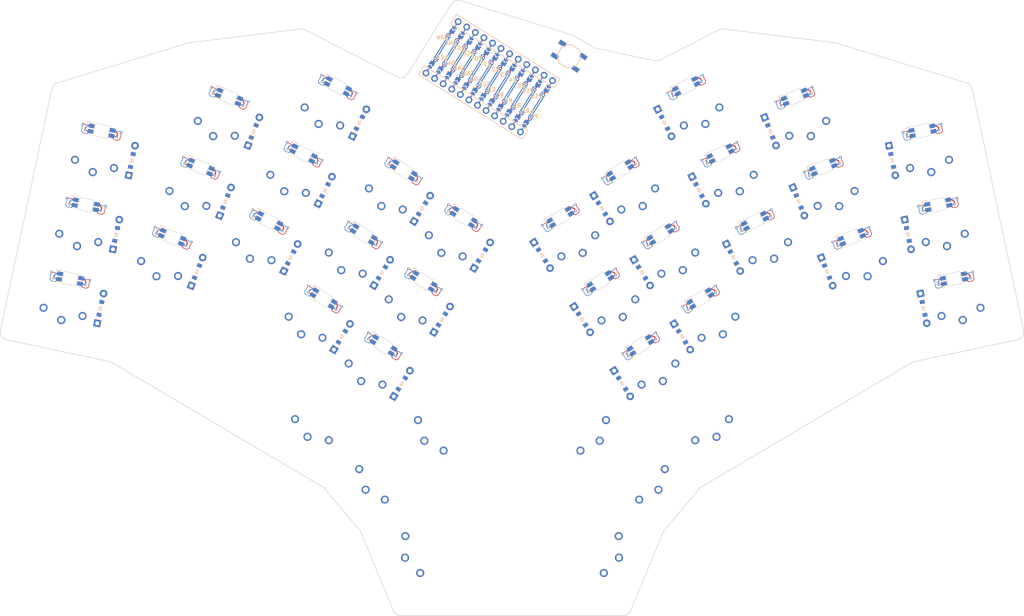
<source format=kicad_pcb>
(kicad_pcb (version 20171130) (host pcbnew 5.1.6)
  (title_block (title base) (rev 0.1) (company klackygears))
  (layers (0 F.Cu signal) (31 B.Cu signal) (34 B.Paste user) (35 F.Paste user) (36 B.SilkS user) (37 F.SilkS user) (38 B.Mask user) (39 F.Mask user) (44 Edge.Cuts user))
  (net 0 "")
  (net 1 "DAT")
  (net 2 "pinky_bottom")
  (net 3 "pinky_home")
  (net 4 "pinky_top")
  (net 5 "SDA")
  (net 6 "ring_bottom")
  (net 7 "ring_home")
  (net 8 "ring_top")
  (net 9 "SLC")
  (net 10 "middle_bottom")
  (net 11 "middle_home")
  (net 12 "middle_top")
  (net 13 "CS")
  (net 14 "index_bottom")
  (net 15 "index_home")
  (net 16 "index_top")
  (net 17 "R0")
  (net 18 "inner_bottom")
  (net 19 "inner_home")
  (net 20 "inner_top")
  (net 21 "near_thumb")
  (net 22 "home_thumb")
  (net 23 "far_thumb")
  (net 24 "P10")
  (net 25 "mirror_pinky_bottom")
  (net 26 "mirror_pinky_home")
  (net 27 "mirror_pinky_top")
  (net 28 "C0")
  (net 29 "mirror_ring_bottom")
  (net 30 "mirror_ring_home")
  (net 31 "mirror_ring_top")
  (net 32 "C1")
  (net 33 "mirror_middle_bottom")
  (net 34 "mirror_middle_home")
  (net 35 "mirror_middle_top")
  (net 36 "C2")
  (net 37 "mirror_index_bottom")
  (net 38 "mirror_index_home")
  (net 39 "mirror_index_top")
  (net 40 "C3")
  (net 41 "mirror_inner_bottom")
  (net 42 "mirror_inner_home")
  (net 43 "mirror_inner_top")
  (net 44 "C4")
  (net 45 "mirror_near_thumb")
  (net 46 "C5")
  (net 47 "mirror_home_thumb")
  (net 48 "P16")
  (net 49 "mirror_far_thumb")
  (net 50 "R1")
  (net 51 "R2")
  (net 52 "R3")
  (net 53 "RAW")
  (net 54 "GND")
  (net 55 "RST")
  (net 56 "VCC")
  (net 57 "LED")
  (net 58 "SCL")
  (net 59 "P9")
  (net 60 "MCU1_24")
  (net 61 "MCU1_1")
  (net 62 "MCU1_23")
  (net 63 "MCU1_2")
  (net 64 "MCU1_22")
  (net 65 "MCU1_3")
  (net 66 "MCU1_21")
  (net 67 "MCU1_4")
  (net 68 "MCU1_20")
  (net 69 "MCU1_5")
  (net 70 "MCU1_19")
  (net 71 "MCU1_6")
  (net 72 "MCU1_18")
  (net 73 "MCU1_7")
  (net 74 "MCU1_17")
  (net 75 "MCU1_8")
  (net 76 "MCU1_16")
  (net 77 "MCU1_9")
  (net 78 "MCU1_15")
  (net 79 "MCU1_10")
  (net 80 "MCU1_14")
  (net 81 "MCU1_11")
  (net 82 "MCU1_13")
  (net 83 "MCU1_12")
  (module PG1350 (layer F.Cu) (at 0 0 168)
    (fp_text reference "S1" hide)
    (fp_text value "" hide)
    (pad "" np_thru_hole circle (at 0 0) (size 3.429 3.429) (drill 3.429) (layers *.Cu *.Mask))
    (pad "" np_thru_hole circle (at 5.5 0) (size 1.7018 1.7018) (drill 1.7018) (layers *.Cu *.Mask))
    (pad "" np_thru_hole circle (at -5.5 0) (size 1.7018 1.7018) (drill 1.7018) (layers *.Cu *.Mask))
    (pad 1 thru_hole circle (at 5 -3.8) (size 2.032 2.032) (drill 1.27) (layers *.Cu *.Mask) (net 1 "DAT"))
    (pad 2 thru_hole circle (at 0 -5.9) (size 2.032 2.032) (drill 1.27) (layers *.Cu *.Mask) (net 2 "pinky_bottom"))
    (pad 1 thru_hole circle (at -5 -3.8) (size 2.032 2.032) (drill 1.27) (layers *.Cu *.Mask) (net 1 "DAT"))
    (pad 2 thru_hole circle (at -0 -5.9) (size 2.032 2.032) (drill 1.27) (layers *.Cu *.Mask) (net 2 "pinky_bottom"))
  )
  (module PG1350 (layer F.Cu) (at 3.9503221 -18.5848044 168)
    (fp_text reference "S2" hide)
    (fp_text value "" hide)
    (pad "" np_thru_hole circle (at 0 0) (size 3.429 3.429) (drill 3.429) (layers *.Cu *.Mask))
    (pad "" np_thru_hole circle (at 5.5 0) (size 1.7018 1.7018) (drill 1.7018) (layers *.Cu *.Mask))
    (pad "" np_thru_hole circle (at -5.5 0) (size 1.7018 1.7018) (drill 1.7018) (layers *.Cu *.Mask))
    (pad 1 thru_hole circle (at 5 -3.8) (size 2.032 2.032) (drill 1.27) (layers *.Cu *.Mask) (net 1 "DAT"))
    (pad 2 thru_hole circle (at 0 -5.9) (size 2.032 2.032) (drill 1.27) (layers *.Cu *.Mask) (net 3 "pinky_home"))
    (pad 1 thru_hole circle (at -5 -3.8) (size 2.032 2.032) (drill 1.27) (layers *.Cu *.Mask) (net 1 "DAT"))
    (pad 2 thru_hole circle (at -0 -5.9) (size 2.032 2.032) (drill 1.27) (layers *.Cu *.Mask) (net 3 "pinky_home"))
  )
  (module PG1350 (layer F.Cu) (at 7.9006443 -37.1696088 168)
    (fp_text reference "S3" hide)
    (fp_text value "" hide)
    (pad "" np_thru_hole circle (at 0 0) (size 3.429 3.429) (drill 3.429) (layers *.Cu *.Mask))
    (pad "" np_thru_hole circle (at 5.5 0) (size 1.7018 1.7018) (drill 1.7018) (layers *.Cu *.Mask))
    (pad "" np_thru_hole circle (at -5.5 0) (size 1.7018 1.7018) (drill 1.7018) (layers *.Cu *.Mask))
    (pad 1 thru_hole circle (at 5 -3.8) (size 2.032 2.032) (drill 1.27) (layers *.Cu *.Mask) (net 1 "DAT"))
    (pad 2 thru_hole circle (at 0 -5.9) (size 2.032 2.032) (drill 1.27) (layers *.Cu *.Mask) (net 4 "pinky_top"))
    (pad 1 thru_hole circle (at -5 -3.8) (size 2.032 2.032) (drill 1.27) (layers *.Cu *.Mask) (net 1 "DAT"))
    (pad 2 thru_hole circle (at -0 -5.9) (size 2.032 2.032) (drill 1.27) (layers *.Cu *.Mask) (net 4 "pinky_top"))
  )
  (module PG1350 (layer F.Cu) (at 24.8828531 -10.6876847 158)
    (fp_text reference "S4" hide)
    (fp_text value "" hide)
    (pad "" np_thru_hole circle (at 0 0) (size 3.429 3.429) (drill 3.429) (layers *.Cu *.Mask))
    (pad "" np_thru_hole circle (at 5.5 0) (size 1.7018 1.7018) (drill 1.7018) (layers *.Cu *.Mask))
    (pad "" np_thru_hole circle (at -5.5 0) (size 1.7018 1.7018) (drill 1.7018) (layers *.Cu *.Mask))
    (pad 1 thru_hole circle (at 5 -3.8) (size 2.032 2.032) (drill 1.27) (layers *.Cu *.Mask) (net 5 "SDA"))
    (pad 2 thru_hole circle (at 0 -5.9) (size 2.032 2.032) (drill 1.27) (layers *.Cu *.Mask) (net 6 "ring_bottom"))
    (pad 1 thru_hole circle (at -5 -3.8) (size 2.032 2.032) (drill 1.27) (layers *.Cu *.Mask) (net 5 "SDA"))
    (pad 2 thru_hole circle (at -0 -5.9) (size 2.032 2.032) (drill 1.27) (layers *.Cu *.Mask) (net 6 "ring_bottom"))
  )
  (module PG1350 (layer F.Cu) (at 32.0003783 -28.3041779 158)
    (fp_text reference "S5" hide)
    (fp_text value "" hide)
    (pad "" np_thru_hole circle (at 0 0) (size 3.429 3.429) (drill 3.429) (layers *.Cu *.Mask))
    (pad "" np_thru_hole circle (at 5.5 0) (size 1.7018 1.7018) (drill 1.7018) (layers *.Cu *.Mask))
    (pad "" np_thru_hole circle (at -5.5 0) (size 1.7018 1.7018) (drill 1.7018) (layers *.Cu *.Mask))
    (pad 1 thru_hole circle (at 5 -3.8) (size 2.032 2.032) (drill 1.27) (layers *.Cu *.Mask) (net 5 "SDA"))
    (pad 2 thru_hole circle (at 0 -5.9) (size 2.032 2.032) (drill 1.27) (layers *.Cu *.Mask) (net 7 "ring_home"))
    (pad 1 thru_hole circle (at -5 -3.8) (size 2.032 2.032) (drill 1.27) (layers *.Cu *.Mask) (net 5 "SDA"))
    (pad 2 thru_hole circle (at -0 -5.9) (size 2.032 2.032) (drill 1.27) (layers *.Cu *.Mask) (net 7 "ring_home"))
  )
  (module PG1350 (layer F.Cu) (at 39.1179036 -45.9206711 158)
    (fp_text reference "S6" hide)
    (fp_text value "" hide)
    (pad "" np_thru_hole circle (at 0 0) (size 3.429 3.429) (drill 3.429) (layers *.Cu *.Mask))
    (pad "" np_thru_hole circle (at 5.5 0) (size 1.7018 1.7018) (drill 1.7018) (layers *.Cu *.Mask))
    (pad "" np_thru_hole circle (at -5.5 0) (size 1.7018 1.7018) (drill 1.7018) (layers *.Cu *.Mask))
    (pad 1 thru_hole circle (at 5 -3.8) (size 2.032 2.032) (drill 1.27) (layers *.Cu *.Mask) (net 5 "SDA"))
    (pad 2 thru_hole circle (at 0 -5.9) (size 2.032 2.032) (drill 1.27) (layers *.Cu *.Mask) (net 8 "ring_top"))
    (pad 1 thru_hole circle (at -5 -3.8) (size 2.032 2.032) (drill 1.27) (layers *.Cu *.Mask) (net 5 "SDA"))
    (pad 2 thru_hole circle (at -0 -5.9) (size 2.032 2.032) (drill 1.27) (layers *.Cu *.Mask) (net 8 "ring_top"))
  )
  (module PG1350 (layer F.Cu) (at 48.8180048 -14.9107572 153)
    (fp_text reference "S7" hide)
    (fp_text value "" hide)
    (pad "" np_thru_hole circle (at 0 0) (size 3.429 3.429) (drill 3.429) (layers *.Cu *.Mask))
    (pad "" np_thru_hole circle (at 5.5 0) (size 1.7018 1.7018) (drill 1.7018) (layers *.Cu *.Mask))
    (pad "" np_thru_hole circle (at -5.5 0) (size 1.7018 1.7018) (drill 1.7018) (layers *.Cu *.Mask))
    (pad 1 thru_hole circle (at 5 -3.8) (size 2.032 2.032) (drill 1.27) (layers *.Cu *.Mask) (net 9 "SLC"))
    (pad 2 thru_hole circle (at 0 -5.9) (size 2.032 2.032) (drill 1.27) (layers *.Cu *.Mask) (net 10 "middle_bottom"))
    (pad 1 thru_hole circle (at -5 -3.8) (size 2.032 2.032) (drill 1.27) (layers *.Cu *.Mask) (net 9 "SLC"))
    (pad 2 thru_hole circle (at -0 -5.9) (size 2.032 2.032) (drill 1.27) (layers *.Cu *.Mask) (net 10 "middle_bottom"))
  )
  (module PG1350 (layer F.Cu) (at 57.4438243 -31.8398812 153)
    (fp_text reference "S8" hide)
    (fp_text value "" hide)
    (pad "" np_thru_hole circle (at 0 0) (size 3.429 3.429) (drill 3.429) (layers *.Cu *.Mask))
    (pad "" np_thru_hole circle (at 5.5 0) (size 1.7018 1.7018) (drill 1.7018) (layers *.Cu *.Mask))
    (pad "" np_thru_hole circle (at -5.5 0) (size 1.7018 1.7018) (drill 1.7018) (layers *.Cu *.Mask))
    (pad 1 thru_hole circle (at 5 -3.8) (size 2.032 2.032) (drill 1.27) (layers *.Cu *.Mask) (net 9 "SLC"))
    (pad 2 thru_hole circle (at 0 -5.9) (size 2.032 2.032) (drill 1.27) (layers *.Cu *.Mask) (net 11 "middle_home"))
    (pad 1 thru_hole circle (at -5 -3.8) (size 2.032 2.032) (drill 1.27) (layers *.Cu *.Mask) (net 9 "SLC"))
    (pad 2 thru_hole circle (at -0 -5.9) (size 2.032 2.032) (drill 1.27) (layers *.Cu *.Mask) (net 11 "middle_home"))
  )
  (module PG1350 (layer F.Cu) (at 66.0696438 -48.7690051 153)
    (fp_text reference "S9" hide)
    (fp_text value "" hide)
    (pad "" np_thru_hole circle (at 0 0) (size 3.429 3.429) (drill 3.429) (layers *.Cu *.Mask))
    (pad "" np_thru_hole circle (at 5.5 0) (size 1.7018 1.7018) (drill 1.7018) (layers *.Cu *.Mask))
    (pad "" np_thru_hole circle (at -5.5 0) (size 1.7018 1.7018) (drill 1.7018) (layers *.Cu *.Mask))
    (pad 1 thru_hole circle (at 5 -3.8) (size 2.032 2.032) (drill 1.27) (layers *.Cu *.Mask) (net 9 "SLC"))
    (pad 2 thru_hole circle (at 0 -5.9) (size 2.032 2.032) (drill 1.27) (layers *.Cu *.Mask) (net 12 "middle_top"))
    (pad 1 thru_hole circle (at -5 -3.8) (size 2.032 2.032) (drill 1.27) (layers *.Cu *.Mask) (net 9 "SLC"))
    (pad 2 thru_hole circle (at -0 -5.9) (size 2.032 2.032) (drill 1.27) (layers *.Cu *.Mask) (net 12 "middle_top"))
  )
  (module PG1350 (layer F.Cu) (at 62.1343693 4.3524827 148)
    (fp_text reference "S10" hide)
    (fp_text value "" hide)
    (pad "" np_thru_hole circle (at 0 0) (size 3.429 3.429) (drill 3.429) (layers *.Cu *.Mask))
    (pad "" np_thru_hole circle (at 5.5 0) (size 1.7018 1.7018) (drill 1.7018) (layers *.Cu *.Mask))
    (pad "" np_thru_hole circle (at -5.5 0) (size 1.7018 1.7018) (drill 1.7018) (layers *.Cu *.Mask))
    (pad 1 thru_hole circle (at 5 -3.8) (size 2.032 2.032) (drill 1.27) (layers *.Cu *.Mask) (net 13 "CS"))
    (pad 2 thru_hole circle (at 0 -5.9) (size 2.032 2.032) (drill 1.27) (layers *.Cu *.Mask) (net 14 "index_bottom"))
    (pad 1 thru_hole circle (at -5 -3.8) (size 2.032 2.032) (drill 1.27) (layers *.Cu *.Mask) (net 13 "CS"))
    (pad 2 thru_hole circle (at -0 -5.9) (size 2.032 2.032) (drill 1.27) (layers *.Cu *.Mask) (net 14 "index_bottom"))
  )
  (module PG1350 (layer F.Cu) (at 72.2028353 -11.7604311 148)
    (fp_text reference "S11" hide)
    (fp_text value "" hide)
    (pad "" np_thru_hole circle (at 0 0) (size 3.429 3.429) (drill 3.429) (layers *.Cu *.Mask))
    (pad "" np_thru_hole circle (at 5.5 0) (size 1.7018 1.7018) (drill 1.7018) (layers *.Cu *.Mask))
    (pad "" np_thru_hole circle (at -5.5 0) (size 1.7018 1.7018) (drill 1.7018) (layers *.Cu *.Mask))
    (pad 1 thru_hole circle (at 5 -3.8) (size 2.032 2.032) (drill 1.27) (layers *.Cu *.Mask) (net 13 "CS"))
    (pad 2 thru_hole circle (at 0 -5.9) (size 2.032 2.032) (drill 1.27) (layers *.Cu *.Mask) (net 15 "index_home"))
    (pad 1 thru_hole circle (at -5 -3.8) (size 2.032 2.032) (drill 1.27) (layers *.Cu *.Mask) (net 13 "CS"))
    (pad 2 thru_hole circle (at -0 -5.9) (size 2.032 2.032) (drill 1.27) (layers *.Cu *.Mask) (net 15 "index_home"))
  )
  (module PG1350 (layer F.Cu) (at 82.2713013 -27.8733449 148)
    (fp_text reference "S12" hide)
    (fp_text value "" hide)
    (pad "" np_thru_hole circle (at 0 0) (size 3.429 3.429) (drill 3.429) (layers *.Cu *.Mask))
    (pad "" np_thru_hole circle (at 5.5 0) (size 1.7018 1.7018) (drill 1.7018) (layers *.Cu *.Mask))
    (pad "" np_thru_hole circle (at -5.5 0) (size 1.7018 1.7018) (drill 1.7018) (layers *.Cu *.Mask))
    (pad 1 thru_hole circle (at 5 -3.8) (size 2.032 2.032) (drill 1.27) (layers *.Cu *.Mask) (net 13 "CS"))
    (pad 2 thru_hole circle (at 0 -5.9) (size 2.032 2.032) (drill 1.27) (layers *.Cu *.Mask) (net 16 "index_top"))
    (pad 1 thru_hole circle (at -5 -3.8) (size 2.032 2.032) (drill 1.27) (layers *.Cu *.Mask) (net 13 "CS"))
    (pad 2 thru_hole circle (at -0 -5.9) (size 2.032 2.032) (drill 1.27) (layers *.Cu *.Mask) (net 16 "index_top"))
  )
  (module PG1350 (layer F.Cu) (at 77.1874445 16.1170451 148)
    (fp_text reference "S13" hide)
    (fp_text value "" hide)
    (pad "" np_thru_hole circle (at 0 0) (size 3.429 3.429) (drill 3.429) (layers *.Cu *.Mask))
    (pad "" np_thru_hole circle (at 5.5 0) (size 1.7018 1.7018) (drill 1.7018) (layers *.Cu *.Mask))
    (pad "" np_thru_hole circle (at -5.5 0) (size 1.7018 1.7018) (drill 1.7018) (layers *.Cu *.Mask))
    (pad 1 thru_hole circle (at 5 -3.8) (size 2.032 2.032) (drill 1.27) (layers *.Cu *.Mask) (net 17 "R0"))
    (pad 2 thru_hole circle (at 0 -5.9) (size 2.032 2.032) (drill 1.27) (layers *.Cu *.Mask) (net 18 "inner_bottom"))
    (pad 1 thru_hole circle (at -5 -3.8) (size 2.032 2.032) (drill 1.27) (layers *.Cu *.Mask) (net 17 "R0"))
    (pad 2 thru_hole circle (at -0 -5.9) (size 2.032 2.032) (drill 1.27) (layers *.Cu *.Mask) (net 18 "inner_bottom"))
  )
  (module PG1350 (layer F.Cu) (at 87.2559105 0.0041313 148)
    (fp_text reference "S14" hide)
    (fp_text value "" hide)
    (pad "" np_thru_hole circle (at 0 0) (size 3.429 3.429) (drill 3.429) (layers *.Cu *.Mask))
    (pad "" np_thru_hole circle (at 5.5 0) (size 1.7018 1.7018) (drill 1.7018) (layers *.Cu *.Mask))
    (pad "" np_thru_hole circle (at -5.5 0) (size 1.7018 1.7018) (drill 1.7018) (layers *.Cu *.Mask))
    (pad 1 thru_hole circle (at 5 -3.8) (size 2.032 2.032) (drill 1.27) (layers *.Cu *.Mask) (net 17 "R0"))
    (pad 2 thru_hole circle (at 0 -5.9) (size 2.032 2.032) (drill 1.27) (layers *.Cu *.Mask) (net 19 "inner_home"))
    (pad 1 thru_hole circle (at -5 -3.8) (size 2.032 2.032) (drill 1.27) (layers *.Cu *.Mask) (net 17 "R0"))
    (pad 2 thru_hole circle (at -0 -5.9) (size 2.032 2.032) (drill 1.27) (layers *.Cu *.Mask) (net 19 "inner_home"))
  )
  (module PG1350 (layer F.Cu) (at 97.3243765 -16.1087826 148)
    (fp_text reference "S15" hide)
    (fp_text value "" hide)
    (pad "" np_thru_hole circle (at 0 0) (size 3.429 3.429) (drill 3.429) (layers *.Cu *.Mask))
    (pad "" np_thru_hole circle (at 5.5 0) (size 1.7018 1.7018) (drill 1.7018) (layers *.Cu *.Mask))
    (pad "" np_thru_hole circle (at -5.5 0) (size 1.7018 1.7018) (drill 1.7018) (layers *.Cu *.Mask))
    (pad 1 thru_hole circle (at 5 -3.8) (size 2.032 2.032) (drill 1.27) (layers *.Cu *.Mask) (net 17 "R0"))
    (pad 2 thru_hole circle (at 0 -5.9) (size 2.032 2.032) (drill 1.27) (layers *.Cu *.Mask) (net 20 "inner_top"))
    (pad 1 thru_hole circle (at -5 -3.8) (size 2.032 2.032) (drill 1.27) (layers *.Cu *.Mask) (net 17 "R0"))
    (pad 2 thru_hole circle (at -0 -5.9) (size 2.032 2.032) (drill 1.27) (layers *.Cu *.Mask) (net 20 "inner_top"))
  )
  (module PG1350 (layer F.Cu) (at 63.7267861 30.1102819 148)
    (fp_text reference "S16" hide)
    (fp_text value "" hide)
    (pad "" np_thru_hole circle (at 0 0) (size 3.429 3.429) (drill 3.429) (layers *.Cu *.Mask))
    (pad "" np_thru_hole circle (at 5.5 0) (size 1.7018 1.7018) (drill 1.7018) (layers *.Cu *.Mask))
    (pad "" np_thru_hole circle (at -5.5 0) (size 1.7018 1.7018) (drill 1.7018) (layers *.Cu *.Mask))
    (pad 1 thru_hole circle (at 5 -3.8) (size 2.032 2.032) (drill 1.27) (layers *.Cu *.Mask) (net 5 "SDA"))
    (pad 2 thru_hole circle (at 0 -5.9) (size 2.032 2.032) (drill 1.27) (layers *.Cu *.Mask) (net 21 "near_thumb"))
    (pad 1 thru_hole circle (at -5 -3.8) (size 2.032 2.032) (drill 1.27) (layers *.Cu *.Mask) (net 5 "SDA"))
    (pad 2 thru_hole circle (at -0 -5.9) (size 2.032 2.032) (drill 1.27) (layers *.Cu *.Mask) (net 21 "near_thumb"))
  )
  (module PG1350 (layer F.Cu) (at 79.7069612 44.6234693 130)
    (fp_text reference "S17" hide)
    (fp_text value "" hide)
    (pad "" np_thru_hole circle (at 0 0) (size 3.429 3.429) (drill 3.429) (layers *.Cu *.Mask))
    (pad "" np_thru_hole circle (at 5.5 0) (size 1.7018 1.7018) (drill 1.7018) (layers *.Cu *.Mask))
    (pad "" np_thru_hole circle (at -5.5 0) (size 1.7018 1.7018) (drill 1.7018) (layers *.Cu *.Mask))
    (pad 1 thru_hole circle (at 5 -3.8) (size 2.032 2.032) (drill 1.27) (layers *.Cu *.Mask) (net 9 "SLC"))
    (pad 2 thru_hole circle (at 0 -5.9) (size 2.032 2.032) (drill 1.27) (layers *.Cu *.Mask) (net 22 "home_thumb"))
    (pad 1 thru_hole circle (at -5 -3.8) (size 2.032 2.032) (drill 1.27) (layers *.Cu *.Mask) (net 9 "SLC"))
    (pad 2 thru_hole circle (at -0 -5.9) (size 2.032 2.032) (drill 1.27) (layers *.Cu *.Mask) (net 22 "home_thumb"))
  )
  (module PG1350 (layer F.Cu) (at 90.5542798 63.2839066 112)
    (fp_text reference "S18" hide)
    (fp_text value "" hide)
    (pad "" np_thru_hole circle (at 0 0) (size 3.429 3.429) (drill 3.429) (layers *.Cu *.Mask))
    (pad "" np_thru_hole circle (at 5.5 0) (size 1.7018 1.7018) (drill 1.7018) (layers *.Cu *.Mask))
    (pad "" np_thru_hole circle (at -5.5 0) (size 1.7018 1.7018) (drill 1.7018) (layers *.Cu *.Mask))
    (pad 1 thru_hole circle (at 5 -3.8) (size 2.032 2.032) (drill 1.27) (layers *.Cu *.Mask) (net 13 "CS"))
    (pad 2 thru_hole circle (at 0 -5.9) (size 2.032 2.032) (drill 1.27) (layers *.Cu *.Mask) (net 23 "far_thumb"))
    (pad 1 thru_hole circle (at -5 -3.8) (size 2.032 2.032) (drill 1.27) (layers *.Cu *.Mask) (net 13 "CS"))
    (pad 2 thru_hole circle (at -0 -5.9) (size 2.032 2.032) (drill 1.27) (layers *.Cu *.Mask) (net 23 "far_thumb"))
  )
  (module PG1350 (layer F.Cu) (at 94.4637853 32.3137714 130)
    (fp_text reference "S19" hide)
    (fp_text value "" hide)
    (pad "" np_thru_hole circle (at 0 0) (size 3.429 3.429) (drill 3.429) (layers *.Cu *.Mask))
    (pad "" np_thru_hole circle (at 5.5 0) (size 1.7018 1.7018) (drill 1.7018) (layers *.Cu *.Mask))
    (pad "" np_thru_hole circle (at -5.5 0) (size 1.7018 1.7018) (drill 1.7018) (layers *.Cu *.Mask))
    (pad 1 thru_hole circle (at 5 -3.8) (size 2.032 2.032) (drill 1.27) (layers *.Cu *.Mask) (net 17 "R0"))
    (pad 2 thru_hole circle (at 0 -5.9) (size 2.032 2.032) (drill 1.27) (layers *.Cu *.Mask) (net 22 "home_thumb"))
    (pad 1 thru_hole circle (at -5 -3.8) (size 2.032 2.032) (drill 1.27) (layers *.Cu *.Mask) (net 17 "R0"))
    (pad 2 thru_hole circle (at -0 -5.9) (size 2.032 2.032) (drill 1.27) (layers *.Cu *.Mask) (net 22 "home_thumb"))
  )
  (module PG1350 (layer F.Cu) (at 223.9006442 0 -168)
    (fp_text reference "S20" hide)
    (fp_text value "" hide)
    (pad "" np_thru_hole circle (at 0 0) (size 3.429 3.429) (drill 3.429) (layers *.Cu *.Mask))
    (pad "" np_thru_hole circle (at 5.5 0) (size 1.7018 1.7018) (drill 1.7018) (layers *.Cu *.Mask))
    (pad "" np_thru_hole circle (at -5.5 0) (size 1.7018 1.7018) (drill 1.7018) (layers *.Cu *.Mask))
    (pad 1 thru_hole circle (at 5 -3.8) (size 2.032 2.032) (drill 1.27) (layers *.Cu *.Mask) (net 24 "P10"))
    (pad 2 thru_hole circle (at 0 -5.9) (size 2.032 2.032) (drill 1.27) (layers *.Cu *.Mask) (net 25 "mirror_pinky_bottom"))
    (pad 1 thru_hole circle (at -5 -3.8) (size 2.032 2.032) (drill 1.27) (layers *.Cu *.Mask) (net 24 "P10"))
    (pad 2 thru_hole circle (at -0 -5.9) (size 2.032 2.032) (drill 1.27) (layers *.Cu *.Mask) (net 25 "mirror_pinky_bottom"))
  )
  (module PG1350 (layer F.Cu) (at 219.9503221 -18.5848044 -168)
    (fp_text reference "S21" hide)
    (fp_text value "" hide)
    (pad "" np_thru_hole circle (at 0 0) (size 3.429 3.429) (drill 3.429) (layers *.Cu *.Mask))
    (pad "" np_thru_hole circle (at 5.5 0) (size 1.7018 1.7018) (drill 1.7018) (layers *.Cu *.Mask))
    (pad "" np_thru_hole circle (at -5.5 0) (size 1.7018 1.7018) (drill 1.7018) (layers *.Cu *.Mask))
    (pad 1 thru_hole circle (at 5 -3.8) (size 2.032 2.032) (drill 1.27) (layers *.Cu *.Mask) (net 24 "P10"))
    (pad 2 thru_hole circle (at 0 -5.9) (size 2.032 2.032) (drill 1.27) (layers *.Cu *.Mask) (net 26 "mirror_pinky_home"))
    (pad 1 thru_hole circle (at -5 -3.8) (size 2.032 2.032) (drill 1.27) (layers *.Cu *.Mask) (net 24 "P10"))
    (pad 2 thru_hole circle (at -0 -5.9) (size 2.032 2.032) (drill 1.27) (layers *.Cu *.Mask) (net 26 "mirror_pinky_home"))
  )
  (module PG1350 (layer F.Cu) (at 215.99999989999998 -37.1696088 -168)
    (fp_text reference "S22" hide)
    (fp_text value "" hide)
    (pad "" np_thru_hole circle (at 0 0) (size 3.429 3.429) (drill 3.429) (layers *.Cu *.Mask))
    (pad "" np_thru_hole circle (at 5.5 0) (size 1.7018 1.7018) (drill 1.7018) (layers *.Cu *.Mask))
    (pad "" np_thru_hole circle (at -5.5 0) (size 1.7018 1.7018) (drill 1.7018) (layers *.Cu *.Mask))
    (pad 1 thru_hole circle (at 5 -3.8) (size 2.032 2.032) (drill 1.27) (layers *.Cu *.Mask) (net 24 "P10"))
    (pad 2 thru_hole circle (at 0 -5.9) (size 2.032 2.032) (drill 1.27) (layers *.Cu *.Mask) (net 27 "mirror_pinky_top"))
    (pad 1 thru_hole circle (at -5 -3.8) (size 2.032 2.032) (drill 1.27) (layers *.Cu *.Mask) (net 24 "P10"))
    (pad 2 thru_hole circle (at -0 -5.9) (size 2.032 2.032) (drill 1.27) (layers *.Cu *.Mask) (net 27 "mirror_pinky_top"))
  )
  (module PG1350 (layer F.Cu) (at 199.01779109999998 -10.6876847 -158)
    (fp_text reference "S23" hide)
    (fp_text value "" hide)
    (pad "" np_thru_hole circle (at 0 0) (size 3.429 3.429) (drill 3.429) (layers *.Cu *.Mask))
    (pad "" np_thru_hole circle (at 5.5 0) (size 1.7018 1.7018) (drill 1.7018) (layers *.Cu *.Mask))
    (pad "" np_thru_hole circle (at -5.5 0) (size 1.7018 1.7018) (drill 1.7018) (layers *.Cu *.Mask))
    (pad 1 thru_hole circle (at 5 -3.8) (size 2.032 2.032) (drill 1.27) (layers *.Cu *.Mask) (net 28 "C0"))
    (pad 2 thru_hole circle (at 0 -5.9) (size 2.032 2.032) (drill 1.27) (layers *.Cu *.Mask) (net 29 "mirror_ring_bottom"))
    (pad 1 thru_hole circle (at -5 -3.8) (size 2.032 2.032) (drill 1.27) (layers *.Cu *.Mask) (net 28 "C0"))
    (pad 2 thru_hole circle (at -0 -5.9) (size 2.032 2.032) (drill 1.27) (layers *.Cu *.Mask) (net 29 "mirror_ring_bottom"))
  )
  (module PG1350 (layer F.Cu) (at 191.9002659 -28.3041779 -158)
    (fp_text reference "S24" hide)
    (fp_text value "" hide)
    (pad "" np_thru_hole circle (at 0 0) (size 3.429 3.429) (drill 3.429) (layers *.Cu *.Mask))
    (pad "" np_thru_hole circle (at 5.5 0) (size 1.7018 1.7018) (drill 1.7018) (layers *.Cu *.Mask))
    (pad "" np_thru_hole circle (at -5.5 0) (size 1.7018 1.7018) (drill 1.7018) (layers *.Cu *.Mask))
    (pad 1 thru_hole circle (at 5 -3.8) (size 2.032 2.032) (drill 1.27) (layers *.Cu *.Mask) (net 28 "C0"))
    (pad 2 thru_hole circle (at 0 -5.9) (size 2.032 2.032) (drill 1.27) (layers *.Cu *.Mask) (net 30 "mirror_ring_home"))
    (pad 1 thru_hole circle (at -5 -3.8) (size 2.032 2.032) (drill 1.27) (layers *.Cu *.Mask) (net 28 "C0"))
    (pad 2 thru_hole circle (at -0 -5.9) (size 2.032 2.032) (drill 1.27) (layers *.Cu *.Mask) (net 30 "mirror_ring_home"))
  )
  (module PG1350 (layer F.Cu) (at 184.78274059999998 -45.9206711 -158)
    (fp_text reference "S25" hide)
    (fp_text value "" hide)
    (pad "" np_thru_hole circle (at 0 0) (size 3.429 3.429) (drill 3.429) (layers *.Cu *.Mask))
    (pad "" np_thru_hole circle (at 5.5 0) (size 1.7018 1.7018) (drill 1.7018) (layers *.Cu *.Mask))
    (pad "" np_thru_hole circle (at -5.5 0) (size 1.7018 1.7018) (drill 1.7018) (layers *.Cu *.Mask))
    (pad 1 thru_hole circle (at 5 -3.8) (size 2.032 2.032) (drill 1.27) (layers *.Cu *.Mask) (net 28 "C0"))
    (pad 2 thru_hole circle (at 0 -5.9) (size 2.032 2.032) (drill 1.27) (layers *.Cu *.Mask) (net 31 "mirror_ring_top"))
    (pad 1 thru_hole circle (at -5 -3.8) (size 2.032 2.032) (drill 1.27) (layers *.Cu *.Mask) (net 28 "C0"))
    (pad 2 thru_hole circle (at -0 -5.9) (size 2.032 2.032) (drill 1.27) (layers *.Cu *.Mask) (net 31 "mirror_ring_top"))
  )
  (module PG1350 (layer F.Cu) (at 175.0826394 -14.9107572 -153)
    (fp_text reference "S26" hide)
    (fp_text value "" hide)
    (pad "" np_thru_hole circle (at 0 0) (size 3.429 3.429) (drill 3.429) (layers *.Cu *.Mask))
    (pad "" np_thru_hole circle (at 5.5 0) (size 1.7018 1.7018) (drill 1.7018) (layers *.Cu *.Mask))
    (pad "" np_thru_hole circle (at -5.5 0) (size 1.7018 1.7018) (drill 1.7018) (layers *.Cu *.Mask))
    (pad 1 thru_hole circle (at 5 -3.8) (size 2.032 2.032) (drill 1.27) (layers *.Cu *.Mask) (net 32 "C1"))
    (pad 2 thru_hole circle (at 0 -5.9) (size 2.032 2.032) (drill 1.27) (layers *.Cu *.Mask) (net 33 "mirror_middle_bottom"))
    (pad 1 thru_hole circle (at -5 -3.8) (size 2.032 2.032) (drill 1.27) (layers *.Cu *.Mask) (net 32 "C1"))
    (pad 2 thru_hole circle (at -0 -5.9) (size 2.032 2.032) (drill 1.27) (layers *.Cu *.Mask) (net 33 "mirror_middle_bottom"))
  )
  (module PG1350 (layer F.Cu) (at 166.45681989999997 -31.8398812 -153)
    (fp_text reference "S27" hide)
    (fp_text value "" hide)
    (pad "" np_thru_hole circle (at 0 0) (size 3.429 3.429) (drill 3.429) (layers *.Cu *.Mask))
    (pad "" np_thru_hole circle (at 5.5 0) (size 1.7018 1.7018) (drill 1.7018) (layers *.Cu *.Mask))
    (pad "" np_thru_hole circle (at -5.5 0) (size 1.7018 1.7018) (drill 1.7018) (layers *.Cu *.Mask))
    (pad 1 thru_hole circle (at 5 -3.8) (size 2.032 2.032) (drill 1.27) (layers *.Cu *.Mask) (net 32 "C1"))
    (pad 2 thru_hole circle (at 0 -5.9) (size 2.032 2.032) (drill 1.27) (layers *.Cu *.Mask) (net 34 "mirror_middle_home"))
    (pad 1 thru_hole circle (at -5 -3.8) (size 2.032 2.032) (drill 1.27) (layers *.Cu *.Mask) (net 32 "C1"))
    (pad 2 thru_hole circle (at -0 -5.9) (size 2.032 2.032) (drill 1.27) (layers *.Cu *.Mask) (net 34 "mirror_middle_home"))
  )
  (module PG1350 (layer F.Cu) (at 157.8310004 -48.7690051 -153)
    (fp_text reference "S28" hide)
    (fp_text value "" hide)
    (pad "" np_thru_hole circle (at 0 0) (size 3.429 3.429) (drill 3.429) (layers *.Cu *.Mask))
    (pad "" np_thru_hole circle (at 5.5 0) (size 1.7018 1.7018) (drill 1.7018) (layers *.Cu *.Mask))
    (pad "" np_thru_hole circle (at -5.5 0) (size 1.7018 1.7018) (drill 1.7018) (layers *.Cu *.Mask))
    (pad 1 thru_hole circle (at 5 -3.8) (size 2.032 2.032) (drill 1.27) (layers *.Cu *.Mask) (net 32 "C1"))
    (pad 2 thru_hole circle (at 0 -5.9) (size 2.032 2.032) (drill 1.27) (layers *.Cu *.Mask) (net 35 "mirror_middle_top"))
    (pad 1 thru_hole circle (at -5 -3.8) (size 2.032 2.032) (drill 1.27) (layers *.Cu *.Mask) (net 32 "C1"))
    (pad 2 thru_hole circle (at -0 -5.9) (size 2.032 2.032) (drill 1.27) (layers *.Cu *.Mask) (net 35 "mirror_middle_top"))
  )
  (module PG1350 (layer F.Cu) (at 161.76627489999998 4.3524827 -148)
    (fp_text reference "S29" hide)
    (fp_text value "" hide)
    (pad "" np_thru_hole circle (at 0 0) (size 3.429 3.429) (drill 3.429) (layers *.Cu *.Mask))
    (pad "" np_thru_hole circle (at 5.5 0) (size 1.7018 1.7018) (drill 1.7018) (layers *.Cu *.Mask))
    (pad "" np_thru_hole circle (at -5.5 0) (size 1.7018 1.7018) (drill 1.7018) (layers *.Cu *.Mask))
    (pad 1 thru_hole circle (at 5 -3.8) (size 2.032 2.032) (drill 1.27) (layers *.Cu *.Mask) (net 36 "C2"))
    (pad 2 thru_hole circle (at 0 -5.9) (size 2.032 2.032) (drill 1.27) (layers *.Cu *.Mask) (net 37 "mirror_index_bottom"))
    (pad 1 thru_hole circle (at -5 -3.8) (size 2.032 2.032) (drill 1.27) (layers *.Cu *.Mask) (net 36 "C2"))
    (pad 2 thru_hole circle (at -0 -5.9) (size 2.032 2.032) (drill 1.27) (layers *.Cu *.Mask) (net 37 "mirror_index_bottom"))
  )
  (module PG1350 (layer F.Cu) (at 151.69780889999998 -11.7604311 -148)
    (fp_text reference "S30" hide)
    (fp_text value "" hide)
    (pad "" np_thru_hole circle (at 0 0) (size 3.429 3.429) (drill 3.429) (layers *.Cu *.Mask))
    (pad "" np_thru_hole circle (at 5.5 0) (size 1.7018 1.7018) (drill 1.7018) (layers *.Cu *.Mask))
    (pad "" np_thru_hole circle (at -5.5 0) (size 1.7018 1.7018) (drill 1.7018) (layers *.Cu *.Mask))
    (pad 1 thru_hole circle (at 5 -3.8) (size 2.032 2.032) (drill 1.27) (layers *.Cu *.Mask) (net 36 "C2"))
    (pad 2 thru_hole circle (at 0 -5.9) (size 2.032 2.032) (drill 1.27) (layers *.Cu *.Mask) (net 38 "mirror_index_home"))
    (pad 1 thru_hole circle (at -5 -3.8) (size 2.032 2.032) (drill 1.27) (layers *.Cu *.Mask) (net 36 "C2"))
    (pad 2 thru_hole circle (at -0 -5.9) (size 2.032 2.032) (drill 1.27) (layers *.Cu *.Mask) (net 38 "mirror_index_home"))
  )
  (module PG1350 (layer F.Cu) (at 141.62934289999998 -27.8733449 -148)
    (fp_text reference "S31" hide)
    (fp_text value "" hide)
    (pad "" np_thru_hole circle (at 0 0) (size 3.429 3.429) (drill 3.429) (layers *.Cu *.Mask))
    (pad "" np_thru_hole circle (at 5.5 0) (size 1.7018 1.7018) (drill 1.7018) (layers *.Cu *.Mask))
    (pad "" np_thru_hole circle (at -5.5 0) (size 1.7018 1.7018) (drill 1.7018) (layers *.Cu *.Mask))
    (pad 1 thru_hole circle (at 5 -3.8) (size 2.032 2.032) (drill 1.27) (layers *.Cu *.Mask) (net 36 "C2"))
    (pad 2 thru_hole circle (at 0 -5.9) (size 2.032 2.032) (drill 1.27) (layers *.Cu *.Mask) (net 39 "mirror_index_top"))
    (pad 1 thru_hole circle (at -5 -3.8) (size 2.032 2.032) (drill 1.27) (layers *.Cu *.Mask) (net 36 "C2"))
    (pad 2 thru_hole circle (at -0 -5.9) (size 2.032 2.032) (drill 1.27) (layers *.Cu *.Mask) (net 39 "mirror_index_top"))
  )
  (module PG1350 (layer F.Cu) (at 146.7131997 16.1170451 -148)
    (fp_text reference "S32" hide)
    (fp_text value "" hide)
    (pad "" np_thru_hole circle (at 0 0) (size 3.429 3.429) (drill 3.429) (layers *.Cu *.Mask))
    (pad "" np_thru_hole circle (at 5.5 0) (size 1.7018 1.7018) (drill 1.7018) (layers *.Cu *.Mask))
    (pad "" np_thru_hole circle (at -5.5 0) (size 1.7018 1.7018) (drill 1.7018) (layers *.Cu *.Mask))
    (pad 1 thru_hole circle (at 5 -3.8) (size 2.032 2.032) (drill 1.27) (layers *.Cu *.Mask) (net 40 "C3"))
    (pad 2 thru_hole circle (at 0 -5.9) (size 2.032 2.032) (drill 1.27) (layers *.Cu *.Mask) (net 41 "mirror_inner_bottom"))
    (pad 1 thru_hole circle (at -5 -3.8) (size 2.032 2.032) (drill 1.27) (layers *.Cu *.Mask) (net 40 "C3"))
    (pad 2 thru_hole circle (at -0 -5.9) (size 2.032 2.032) (drill 1.27) (layers *.Cu *.Mask) (net 41 "mirror_inner_bottom"))
  )
  (module PG1350 (layer F.Cu) (at 136.6447337 0.0041313 -148)
    (fp_text reference "S33" hide)
    (fp_text value "" hide)
    (pad "" np_thru_hole circle (at 0 0) (size 3.429 3.429) (drill 3.429) (layers *.Cu *.Mask))
    (pad "" np_thru_hole circle (at 5.5 0) (size 1.7018 1.7018) (drill 1.7018) (layers *.Cu *.Mask))
    (pad "" np_thru_hole circle (at -5.5 0) (size 1.7018 1.7018) (drill 1.7018) (layers *.Cu *.Mask))
    (pad 1 thru_hole circle (at 5 -3.8) (size 2.032 2.032) (drill 1.27) (layers *.Cu *.Mask) (net 40 "C3"))
    (pad 2 thru_hole circle (at 0 -5.9) (size 2.032 2.032) (drill 1.27) (layers *.Cu *.Mask) (net 42 "mirror_inner_home"))
    (pad 1 thru_hole circle (at -5 -3.8) (size 2.032 2.032) (drill 1.27) (layers *.Cu *.Mask) (net 40 "C3"))
    (pad 2 thru_hole circle (at -0 -5.9) (size 2.032 2.032) (drill 1.27) (layers *.Cu *.Mask) (net 42 "mirror_inner_home"))
  )
  (module PG1350 (layer F.Cu) (at 126.57626769999999 -16.1087826 -148)
    (fp_text reference "S34" hide)
    (fp_text value "" hide)
    (pad "" np_thru_hole circle (at 0 0) (size 3.429 3.429) (drill 3.429) (layers *.Cu *.Mask))
    (pad "" np_thru_hole circle (at 5.5 0) (size 1.7018 1.7018) (drill 1.7018) (layers *.Cu *.Mask))
    (pad "" np_thru_hole circle (at -5.5 0) (size 1.7018 1.7018) (drill 1.7018) (layers *.Cu *.Mask))
    (pad 1 thru_hole circle (at 5 -3.8) (size 2.032 2.032) (drill 1.27) (layers *.Cu *.Mask) (net 40 "C3"))
    (pad 2 thru_hole circle (at 0 -5.9) (size 2.032 2.032) (drill 1.27) (layers *.Cu *.Mask) (net 43 "mirror_inner_top"))
    (pad 1 thru_hole circle (at -5 -3.8) (size 2.032 2.032) (drill 1.27) (layers *.Cu *.Mask) (net 40 "C3"))
    (pad 2 thru_hole circle (at -0 -5.9) (size 2.032 2.032) (drill 1.27) (layers *.Cu *.Mask) (net 43 "mirror_inner_top"))
  )
  (module PG1350 (layer F.Cu) (at 160.1738581 30.1102819 -148)
    (fp_text reference "S35" hide)
    (fp_text value "" hide)
    (pad "" np_thru_hole circle (at 0 0) (size 3.429 3.429) (drill 3.429) (layers *.Cu *.Mask))
    (pad "" np_thru_hole circle (at 5.5 0) (size 1.7018 1.7018) (drill 1.7018) (layers *.Cu *.Mask))
    (pad "" np_thru_hole circle (at -5.5 0) (size 1.7018 1.7018) (drill 1.7018) (layers *.Cu *.Mask))
    (pad 1 thru_hole circle (at 5 -3.8) (size 2.032 2.032) (drill 1.27) (layers *.Cu *.Mask) (net 44 "C4"))
    (pad 2 thru_hole circle (at 0 -5.9) (size 2.032 2.032) (drill 1.27) (layers *.Cu *.Mask) (net 45 "mirror_near_thumb"))
    (pad 1 thru_hole circle (at -5 -3.8) (size 2.032 2.032) (drill 1.27) (layers *.Cu *.Mask) (net 44 "C4"))
    (pad 2 thru_hole circle (at -0 -5.9) (size 2.032 2.032) (drill 1.27) (layers *.Cu *.Mask) (net 45 "mirror_near_thumb"))
  )
  (module PG1350 (layer F.Cu) (at 144.193683 44.6234693 -130)
    (fp_text reference "S36" hide)
    (fp_text value "" hide)
    (pad "" np_thru_hole circle (at 0 0) (size 3.429 3.429) (drill 3.429) (layers *.Cu *.Mask))
    (pad "" np_thru_hole circle (at 5.5 0) (size 1.7018 1.7018) (drill 1.7018) (layers *.Cu *.Mask))
    (pad "" np_thru_hole circle (at -5.5 0) (size 1.7018 1.7018) (drill 1.7018) (layers *.Cu *.Mask))
    (pad 1 thru_hole circle (at 5 -3.8) (size 2.032 2.032) (drill 1.27) (layers *.Cu *.Mask) (net 46 "C5"))
    (pad 2 thru_hole circle (at 0 -5.9) (size 2.032 2.032) (drill 1.27) (layers *.Cu *.Mask) (net 47 "mirror_home_thumb"))
    (pad 1 thru_hole circle (at -5 -3.8) (size 2.032 2.032) (drill 1.27) (layers *.Cu *.Mask) (net 46 "C5"))
    (pad 2 thru_hole circle (at -0 -5.9) (size 2.032 2.032) (drill 1.27) (layers *.Cu *.Mask) (net 47 "mirror_home_thumb"))
  )
  (module PG1350 (layer F.Cu) (at 133.34636439999997 63.2839066 -112)
    (fp_text reference "S37" hide)
    (fp_text value "" hide)
    (pad "" np_thru_hole circle (at 0 0) (size 3.429 3.429) (drill 3.429) (layers *.Cu *.Mask))
    (pad "" np_thru_hole circle (at 5.5 0) (size 1.7018 1.7018) (drill 1.7018) (layers *.Cu *.Mask))
    (pad "" np_thru_hole circle (at -5.5 0) (size 1.7018 1.7018) (drill 1.7018) (layers *.Cu *.Mask))
    (pad 1 thru_hole circle (at 5 -3.8) (size 2.032 2.032) (drill 1.27) (layers *.Cu *.Mask) (net 48 "P16"))
    (pad 2 thru_hole circle (at 0 -5.9) (size 2.032 2.032) (drill 1.27) (layers *.Cu *.Mask) (net 49 "mirror_far_thumb"))
    (pad 1 thru_hole circle (at -5 -3.8) (size 2.032 2.032) (drill 1.27) (layers *.Cu *.Mask) (net 48 "P16"))
    (pad 2 thru_hole circle (at -0 -5.9) (size 2.032 2.032) (drill 1.27) (layers *.Cu *.Mask) (net 49 "mirror_far_thumb"))
  )
  (module PG1350 (layer F.Cu) (at 129.4368589 32.3137714 -130)
    (fp_text reference "S38" hide)
    (fp_text value "" hide)
    (pad "" np_thru_hole circle (at 0 0) (size 3.429 3.429) (drill 3.429) (layers *.Cu *.Mask))
    (pad "" np_thru_hole circle (at 5.5 0) (size 1.7018 1.7018) (drill 1.7018) (layers *.Cu *.Mask))
    (pad "" np_thru_hole circle (at -5.5 0) (size 1.7018 1.7018) (drill 1.7018) (layers *.Cu *.Mask))
    (pad 1 thru_hole circle (at 5 -3.8) (size 2.032 2.032) (drill 1.27) (layers *.Cu *.Mask) (net 24 "P10"))
    (pad 2 thru_hole circle (at 0 -5.9) (size 2.032 2.032) (drill 1.27) (layers *.Cu *.Mask) (net 47 "mirror_home_thumb"))
    (pad 1 thru_hole circle (at -5 -3.8) (size 2.032 2.032) (drill 1.27) (layers *.Cu *.Mask) (net 24 "P10"))
    (pad 2 thru_hole circle (at -0 -5.9) (size 2.032 2.032) (drill 1.27) (layers *.Cu *.Mask) (net 47 "mirror_home_thumb"))
  )
  (module ComboDiode (layer F.Cu) (at 8.5954167 2.8493528 78)
    (fp_text reference "D1" hide)
    (fp_text value "" hide)
    (pad 1 smd rect (at -1.65 0 78) (size 0.9 1.2) (layers F.Cu F.Paste F.Mask) (net 50 "R1"))
    (pad 2 smd rect (at 1.65 0 78) (size 0.9 1.2) (layers B.Cu B.Paste B.Mask) (net 2 "pinky_bottom"))
    (pad 1 smd rect (at -1.65 0 78) (size 0.9 1.2) (layers B.Cu B.Paste B.Mask) (net 50 "R1"))
    (pad 2 smd rect (at 1.65 0 78) (size 0.9 1.2) (layers F.Cu F.Paste F.Mask) (net 2 "pinky_bottom"))
    (pad 1 thru_hole rect (at -3.81 0 78) (size 1.778 1.778) (drill 0.9906) (layers *.Cu *.Mask) (net 50 "R1"))
    (pad 2 thru_hole circle (at 3.81 0 78) (size 1.905 1.905) (drill 0.9906) (layers *.Cu *.Mask) (net 2 "pinky_bottom"))
  )
  (module ComboDiode (layer F.Cu) (at 12.545738799999999 -15.7354516 78)
    (fp_text reference "D2" hide)
    (fp_text value "" hide)
    (pad 1 smd rect (at -1.65 0 78) (size 0.9 1.2) (layers F.Cu F.Paste F.Mask) (net 51 "R2"))
    (pad 2 smd rect (at 1.65 0 78) (size 0.9 1.2) (layers B.Cu B.Paste B.Mask) (net 3 "pinky_home"))
    (pad 1 smd rect (at -1.65 0 78) (size 0.9 1.2) (layers B.Cu B.Paste B.Mask) (net 51 "R2"))
    (pad 2 smd rect (at 1.65 0 78) (size 0.9 1.2) (layers F.Cu F.Paste F.Mask) (net 3 "pinky_home"))
    (pad 1 thru_hole rect (at -3.81 0 78) (size 1.778 1.778) (drill 0.9906) (layers *.Cu *.Mask) (net 51 "R2"))
    (pad 2 thru_hole circle (at 3.81 0 78) (size 1.905 1.905) (drill 0.9906) (layers *.Cu *.Mask) (net 3 "pinky_home"))
  )
  (module ComboDiode (layer F.Cu) (at 16.496060999999997 -34.320256 78)
    (fp_text reference "D3" hide)
    (fp_text value "" hide)
    (pad 1 smd rect (at -1.65 0 78) (size 0.9 1.2) (layers F.Cu F.Paste F.Mask) (net 52 "R3"))
    (pad 2 smd rect (at 1.65 0 78) (size 0.9 1.2) (layers B.Cu B.Paste B.Mask) (net 4 "pinky_top"))
    (pad 1 smd rect (at -1.65 0 78) (size 0.9 1.2) (layers B.Cu B.Paste B.Mask) (net 52 "R3"))
    (pad 2 smd rect (at 1.65 0 78) (size 0.9 1.2) (layers F.Cu F.Paste F.Mask) (net 4 "pinky_top"))
    (pad 1 thru_hole rect (at -3.81 0 78) (size 1.778 1.778) (drill 0.9906) (layers *.Cu *.Mask) (net 52 "R3"))
    (pad 2 thru_hole circle (at 3.81 0 78) (size 1.905 1.905) (drill 0.9906) (layers *.Cu *.Mask) (net 4 "pinky_top"))
  )
  (module ComboDiode (layer F.Cu) (at 32.8529012 -6.3890415 68)
    (fp_text reference "D4" hide)
    (fp_text value "" hide)
    (pad 1 smd rect (at -1.65 0 68) (size 0.9 1.2) (layers F.Cu F.Paste F.Mask) (net 50 "R1"))
    (pad 2 smd rect (at 1.65 0 68) (size 0.9 1.2) (layers B.Cu B.Paste B.Mask) (net 6 "ring_bottom"))
    (pad 1 smd rect (at -1.65 0 68) (size 0.9 1.2) (layers B.Cu B.Paste B.Mask) (net 50 "R1"))
    (pad 2 smd rect (at 1.65 0 68) (size 0.9 1.2) (layers F.Cu F.Paste F.Mask) (net 6 "ring_bottom"))
    (pad 1 thru_hole rect (at -3.81 0 68) (size 1.778 1.778) (drill 0.9906) (layers *.Cu *.Mask) (net 50 "R1"))
    (pad 2 thru_hole circle (at 3.81 0 68) (size 1.905 1.905) (drill 0.9906) (layers *.Cu *.Mask) (net 6 "ring_bottom"))
  )
  (module ComboDiode (layer F.Cu) (at 39.9704264 -24.0055347 68)
    (fp_text reference "D5" hide)
    (fp_text value "" hide)
    (pad 1 smd rect (at -1.65 0 68) (size 0.9 1.2) (layers F.Cu F.Paste F.Mask) (net 51 "R2"))
    (pad 2 smd rect (at 1.65 0 68) (size 0.9 1.2) (layers B.Cu B.Paste B.Mask) (net 7 "ring_home"))
    (pad 1 smd rect (at -1.65 0 68) (size 0.9 1.2) (layers B.Cu B.Paste B.Mask) (net 51 "R2"))
    (pad 2 smd rect (at 1.65 0 68) (size 0.9 1.2) (layers F.Cu F.Paste F.Mask) (net 7 "ring_home"))
    (pad 1 thru_hole rect (at -3.81 0 68) (size 1.778 1.778) (drill 0.9906) (layers *.Cu *.Mask) (net 51 "R2"))
    (pad 2 thru_hole circle (at 3.81 0 68) (size 1.905 1.905) (drill 0.9906) (layers *.Cu *.Mask) (net 7 "ring_home"))
  )
  (module ComboDiode (layer F.Cu) (at 47.0879517 -41.6220279 68)
    (fp_text reference "D6" hide)
    (fp_text value "" hide)
    (pad 1 smd rect (at -1.65 0 68) (size 0.9 1.2) (layers F.Cu F.Paste F.Mask) (net 52 "R3"))
    (pad 2 smd rect (at 1.65 0 68) (size 0.9 1.2) (layers B.Cu B.Paste B.Mask) (net 8 "ring_top"))
    (pad 1 smd rect (at -1.65 0 68) (size 0.9 1.2) (layers B.Cu B.Paste B.Mask) (net 52 "R3"))
    (pad 2 smd rect (at 1.65 0 68) (size 0.9 1.2) (layers F.Cu F.Paste F.Mask) (net 8 "ring_top"))
    (pad 1 thru_hole rect (at -3.81 0 68) (size 1.778 1.778) (drill 0.9906) (layers *.Cu *.Mask) (net 52 "R3"))
    (pad 2 thru_hole circle (at 3.81 0 68) (size 1.905 1.905) (drill 0.9906) (layers *.Cu *.Mask) (net 8 "ring_top"))
  )
  (module ComboDiode (layer F.Cu) (at 56.383072999999996 -9.933836200000002 63)
    (fp_text reference "D7" hide)
    (fp_text value "" hide)
    (pad 1 smd rect (at -1.65 0 63) (size 0.9 1.2) (layers F.Cu F.Paste F.Mask) (net 50 "R1"))
    (pad 2 smd rect (at 1.65 0 63) (size 0.9 1.2) (layers B.Cu B.Paste B.Mask) (net 10 "middle_bottom"))
    (pad 1 smd rect (at -1.65 0 63) (size 0.9 1.2) (layers B.Cu B.Paste B.Mask) (net 50 "R1"))
    (pad 2 smd rect (at 1.65 0 63) (size 0.9 1.2) (layers F.Cu F.Paste F.Mask) (net 10 "middle_bottom"))
    (pad 1 thru_hole rect (at -3.81 0 63) (size 1.778 1.778) (drill 0.9906) (layers *.Cu *.Mask) (net 50 "R1"))
    (pad 2 thru_hole circle (at 3.81 0 63) (size 1.905 1.905) (drill 0.9906) (layers *.Cu *.Mask) (net 10 "middle_bottom"))
  )
  (module ComboDiode (layer F.Cu) (at 65.0088925 -26.8629602 63)
    (fp_text reference "D8" hide)
    (fp_text value "" hide)
    (pad 1 smd rect (at -1.65 0 63) (size 0.9 1.2) (layers F.Cu F.Paste F.Mask) (net 51 "R2"))
    (pad 2 smd rect (at 1.65 0 63) (size 0.9 1.2) (layers B.Cu B.Paste B.Mask) (net 11 "middle_home"))
    (pad 1 smd rect (at -1.65 0 63) (size 0.9 1.2) (layers B.Cu B.Paste B.Mask) (net 51 "R2"))
    (pad 2 smd rect (at 1.65 0 63) (size 0.9 1.2) (layers F.Cu F.Paste F.Mask) (net 11 "middle_home"))
    (pad 1 thru_hole rect (at -3.81 0 63) (size 1.778 1.778) (drill 0.9906) (layers *.Cu *.Mask) (net 51 "R2"))
    (pad 2 thru_hole circle (at 3.81 0 63) (size 1.905 1.905) (drill 0.9906) (layers *.Cu *.Mask) (net 11 "middle_home"))
  )
  (module ComboDiode (layer F.Cu) (at 73.634712 -43.792084100000004 63)
    (fp_text reference "D9" hide)
    (fp_text value "" hide)
    (pad 1 smd rect (at -1.65 0 63) (size 0.9 1.2) (layers F.Cu F.Paste F.Mask) (net 52 "R3"))
    (pad 2 smd rect (at 1.65 0 63) (size 0.9 1.2) (layers B.Cu B.Paste B.Mask) (net 12 "middle_top"))
    (pad 1 smd rect (at -1.65 0 63) (size 0.9 1.2) (layers B.Cu B.Paste B.Mask) (net 52 "R3"))
    (pad 2 smd rect (at 1.65 0 63) (size 0.9 1.2) (layers F.Cu F.Paste F.Mask) (net 12 "middle_top"))
    (pad 1 thru_hole rect (at -3.81 0 63) (size 1.778 1.778) (drill 0.9906) (layers *.Cu *.Mask) (net 52 "R3"))
    (pad 2 thru_hole circle (at 3.81 0 63) (size 1.905 1.905) (drill 0.9906) (layers *.Cu *.Mask) (net 12 "middle_top"))
  )
  (module ComboDiode (layer F.Cu) (at 69.2368829 9.9698042 58)
    (fp_text reference "D10" hide)
    (fp_text value "" hide)
    (pad 1 smd rect (at -1.65 0 58) (size 0.9 1.2) (layers F.Cu F.Paste F.Mask) (net 50 "R1"))
    (pad 2 smd rect (at 1.65 0 58) (size 0.9 1.2) (layers B.Cu B.Paste B.Mask) (net 14 "index_bottom"))
    (pad 1 smd rect (at -1.65 0 58) (size 0.9 1.2) (layers B.Cu B.Paste B.Mask) (net 50 "R1"))
    (pad 2 smd rect (at 1.65 0 58) (size 0.9 1.2) (layers F.Cu F.Paste F.Mask) (net 14 "index_bottom"))
    (pad 1 thru_hole rect (at -3.81 0 58) (size 1.778 1.778) (drill 0.9906) (layers *.Cu *.Mask) (net 50 "R1"))
    (pad 2 thru_hole circle (at 3.81 0 58) (size 1.905 1.905) (drill 0.9906) (layers *.Cu *.Mask) (net 14 "index_bottom"))
  )
  (module ComboDiode (layer F.Cu) (at 79.3053489 -6.1431096 58)
    (fp_text reference "D11" hide)
    (fp_text value "" hide)
    (pad 1 smd rect (at -1.65 0 58) (size 0.9 1.2) (layers F.Cu F.Paste F.Mask) (net 51 "R2"))
    (pad 2 smd rect (at 1.65 0 58) (size 0.9 1.2) (layers B.Cu B.Paste B.Mask) (net 15 "index_home"))
    (pad 1 smd rect (at -1.65 0 58) (size 0.9 1.2) (layers B.Cu B.Paste B.Mask) (net 51 "R2"))
    (pad 2 smd rect (at 1.65 0 58) (size 0.9 1.2) (layers F.Cu F.Paste F.Mask) (net 15 "index_home"))
    (pad 1 thru_hole rect (at -3.81 0 58) (size 1.778 1.778) (drill 0.9906) (layers *.Cu *.Mask) (net 51 "R2"))
    (pad 2 thru_hole circle (at 3.81 0 58) (size 1.905 1.905) (drill 0.9906) (layers *.Cu *.Mask) (net 15 "index_home"))
  )
  (module ComboDiode (layer F.Cu) (at 89.3738149 -22.2560234 58)
    (fp_text reference "D12" hide)
    (fp_text value "" hide)
    (pad 1 smd rect (at -1.65 0 58) (size 0.9 1.2) (layers F.Cu F.Paste F.Mask) (net 52 "R3"))
    (pad 2 smd rect (at 1.65 0 58) (size 0.9 1.2) (layers B.Cu B.Paste B.Mask) (net 16 "index_top"))
    (pad 1 smd rect (at -1.65 0 58) (size 0.9 1.2) (layers B.Cu B.Paste B.Mask) (net 52 "R3"))
    (pad 2 smd rect (at 1.65 0 58) (size 0.9 1.2) (layers F.Cu F.Paste F.Mask) (net 16 "index_top"))
    (pad 1 thru_hole rect (at -3.81 0 58) (size 1.778 1.778) (drill 0.9906) (layers *.Cu *.Mask) (net 52 "R3"))
    (pad 2 thru_hole circle (at 3.81 0 58) (size 1.905 1.905) (drill 0.9906) (layers *.Cu *.Mask) (net 16 "index_top"))
  )
  (module ComboDiode (layer F.Cu) (at 84.28995809999999 21.734366599999998 58)
    (fp_text reference "D13" hide)
    (fp_text value "" hide)
    (pad 1 smd rect (at -1.65 0 58) (size 0.9 1.2) (layers F.Cu F.Paste F.Mask) (net 50 "R1"))
    (pad 2 smd rect (at 1.65 0 58) (size 0.9 1.2) (layers B.Cu B.Paste B.Mask) (net 18 "inner_bottom"))
    (pad 1 smd rect (at -1.65 0 58) (size 0.9 1.2) (layers B.Cu B.Paste B.Mask) (net 50 "R1"))
    (pad 2 smd rect (at 1.65 0 58) (size 0.9 1.2) (layers F.Cu F.Paste F.Mask) (net 18 "inner_bottom"))
    (pad 1 thru_hole rect (at -3.81 0 58) (size 1.778 1.778) (drill 0.9906) (layers *.Cu *.Mask) (net 50 "R1"))
    (pad 2 thru_hole circle (at 3.81 0 58) (size 1.905 1.905) (drill 0.9906) (layers *.Cu *.Mask) (net 18 "inner_bottom"))
  )
  (module ComboDiode (layer F.Cu) (at 94.3584241 5.6214528 58)
    (fp_text reference "D14" hide)
    (fp_text value "" hide)
    (pad 1 smd rect (at -1.65 0 58) (size 0.9 1.2) (layers F.Cu F.Paste F.Mask) (net 51 "R2"))
    (pad 2 smd rect (at 1.65 0 58) (size 0.9 1.2) (layers B.Cu B.Paste B.Mask) (net 19 "inner_home"))
    (pad 1 smd rect (at -1.65 0 58) (size 0.9 1.2) (layers B.Cu B.Paste B.Mask) (net 51 "R2"))
    (pad 2 smd rect (at 1.65 0 58) (size 0.9 1.2) (layers F.Cu F.Paste F.Mask) (net 19 "inner_home"))
    (pad 1 thru_hole rect (at -3.81 0 58) (size 1.778 1.778) (drill 0.9906) (layers *.Cu *.Mask) (net 51 "R2"))
    (pad 2 thru_hole circle (at 3.81 0 58) (size 1.905 1.905) (drill 0.9906) (layers *.Cu *.Mask) (net 19 "inner_home"))
  )
  (module ComboDiode (layer F.Cu) (at 104.4268901 -10.491461100000002 58)
    (fp_text reference "D15" hide)
    (fp_text value "" hide)
    (pad 1 smd rect (at -1.65 0 58) (size 0.9 1.2) (layers F.Cu F.Paste F.Mask) (net 52 "R3"))
    (pad 2 smd rect (at 1.65 0 58) (size 0.9 1.2) (layers B.Cu B.Paste B.Mask) (net 20 "inner_top"))
    (pad 1 smd rect (at -1.65 0 58) (size 0.9 1.2) (layers B.Cu B.Paste B.Mask) (net 52 "R3"))
    (pad 2 smd rect (at 1.65 0 58) (size 0.9 1.2) (layers F.Cu F.Paste F.Mask) (net 20 "inner_top"))
    (pad 1 thru_hole rect (at -3.81 0 58) (size 1.778 1.778) (drill 0.9906) (layers *.Cu *.Mask) (net 52 "R3"))
    (pad 2 thru_hole circle (at 3.81 0 58) (size 1.905 1.905) (drill 0.9906) (layers *.Cu *.Mask) (net 20 "inner_top"))
  )
  (module ComboDiode (layer F.Cu) (at 215.3052275 2.8493528 -78)
    (fp_text reference "D16" hide)
    (fp_text value "" hide)
    (pad 1 smd rect (at -1.65 0 -78) (size 0.9 1.2) (layers F.Cu F.Paste F.Mask) (net 50 "R1"))
    (pad 2 smd rect (at 1.65 0 -78) (size 0.9 1.2) (layers B.Cu B.Paste B.Mask) (net 25 "mirror_pinky_bottom"))
    (pad 1 smd rect (at -1.65 0 -78) (size 0.9 1.2) (layers B.Cu B.Paste B.Mask) (net 50 "R1"))
    (pad 2 smd rect (at 1.65 0 -78) (size 0.9 1.2) (layers F.Cu F.Paste F.Mask) (net 25 "mirror_pinky_bottom"))
    (pad 1 thru_hole rect (at -3.81 0 -78) (size 1.778 1.778) (drill 0.9906) (layers *.Cu *.Mask) (net 50 "R1"))
    (pad 2 thru_hole circle (at 3.81 0 -78) (size 1.905 1.905) (drill 0.9906) (layers *.Cu *.Mask) (net 25 "mirror_pinky_bottom"))
  )
  (module ComboDiode (layer F.Cu) (at 211.3549054 -15.7354516 -78)
    (fp_text reference "D17" hide)
    (fp_text value "" hide)
    (pad 1 smd rect (at -1.65 0 -78) (size 0.9 1.2) (layers F.Cu F.Paste F.Mask) (net 51 "R2"))
    (pad 2 smd rect (at 1.65 0 -78) (size 0.9 1.2) (layers B.Cu B.Paste B.Mask) (net 26 "mirror_pinky_home"))
    (pad 1 smd rect (at -1.65 0 -78) (size 0.9 1.2) (layers B.Cu B.Paste B.Mask) (net 51 "R2"))
    (pad 2 smd rect (at 1.65 0 -78) (size 0.9 1.2) (layers F.Cu F.Paste F.Mask) (net 26 "mirror_pinky_home"))
    (pad 1 thru_hole rect (at -3.81 0 -78) (size 1.778 1.778) (drill 0.9906) (layers *.Cu *.Mask) (net 51 "R2"))
    (pad 2 thru_hole circle (at 3.81 0 -78) (size 1.905 1.905) (drill 0.9906) (layers *.Cu *.Mask) (net 26 "mirror_pinky_home"))
  )
  (module ComboDiode (layer F.Cu) (at 207.4045832 -34.320256 -78)
    (fp_text reference "D18" hide)
    (fp_text value "" hide)
    (pad 1 smd rect (at -1.65 0 -78) (size 0.9 1.2) (layers F.Cu F.Paste F.Mask) (net 52 "R3"))
    (pad 2 smd rect (at 1.65 0 -78) (size 0.9 1.2) (layers B.Cu B.Paste B.Mask) (net 27 "mirror_pinky_top"))
    (pad 1 smd rect (at -1.65 0 -78) (size 0.9 1.2) (layers B.Cu B.Paste B.Mask) (net 52 "R3"))
    (pad 2 smd rect (at 1.65 0 -78) (size 0.9 1.2) (layers F.Cu F.Paste F.Mask) (net 27 "mirror_pinky_top"))
    (pad 1 thru_hole rect (at -3.81 0 -78) (size 1.778 1.778) (drill 0.9906) (layers *.Cu *.Mask) (net 52 "R3"))
    (pad 2 thru_hole circle (at 3.81 0 -78) (size 1.905 1.905) (drill 0.9906) (layers *.Cu *.Mask) (net 27 "mirror_pinky_top"))
  )
  (module ComboDiode (layer F.Cu) (at 191.04774299999997 -6.3890415 -68)
    (fp_text reference "D19" hide)
    (fp_text value "" hide)
    (pad 1 smd rect (at -1.65 0 -68) (size 0.9 1.2) (layers F.Cu F.Paste F.Mask) (net 50 "R1"))
    (pad 2 smd rect (at 1.65 0 -68) (size 0.9 1.2) (layers B.Cu B.Paste B.Mask) (net 29 "mirror_ring_bottom"))
    (pad 1 smd rect (at -1.65 0 -68) (size 0.9 1.2) (layers B.Cu B.Paste B.Mask) (net 50 "R1"))
    (pad 2 smd rect (at 1.65 0 -68) (size 0.9 1.2) (layers F.Cu F.Paste F.Mask) (net 29 "mirror_ring_bottom"))
    (pad 1 thru_hole rect (at -3.81 0 -68) (size 1.778 1.778) (drill 0.9906) (layers *.Cu *.Mask) (net 50 "R1"))
    (pad 2 thru_hole circle (at 3.81 0 -68) (size 1.905 1.905) (drill 0.9906) (layers *.Cu *.Mask) (net 29 "mirror_ring_bottom"))
  )
  (module ComboDiode (layer F.Cu) (at 183.93021779999998 -24.0055347 -68)
    (fp_text reference "D20" hide)
    (fp_text value "" hide)
    (pad 1 smd rect (at -1.65 0 -68) (size 0.9 1.2) (layers F.Cu F.Paste F.Mask) (net 51 "R2"))
    (pad 2 smd rect (at 1.65 0 -68) (size 0.9 1.2) (layers B.Cu B.Paste B.Mask) (net 30 "mirror_ring_home"))
    (pad 1 smd rect (at -1.65 0 -68) (size 0.9 1.2) (layers B.Cu B.Paste B.Mask) (net 51 "R2"))
    (pad 2 smd rect (at 1.65 0 -68) (size 0.9 1.2) (layers F.Cu F.Paste F.Mask) (net 30 "mirror_ring_home"))
    (pad 1 thru_hole rect (at -3.81 0 -68) (size 1.778 1.778) (drill 0.9906) (layers *.Cu *.Mask) (net 51 "R2"))
    (pad 2 thru_hole circle (at 3.81 0 -68) (size 1.905 1.905) (drill 0.9906) (layers *.Cu *.Mask) (net 30 "mirror_ring_home"))
  )
  (module ComboDiode (layer F.Cu) (at 176.81269249999997 -41.6220279 -68)
    (fp_text reference "D21" hide)
    (fp_text value "" hide)
    (pad 1 smd rect (at -1.65 0 -68) (size 0.9 1.2) (layers F.Cu F.Paste F.Mask) (net 52 "R3"))
    (pad 2 smd rect (at 1.65 0 -68) (size 0.9 1.2) (layers B.Cu B.Paste B.Mask) (net 31 "mirror_ring_top"))
    (pad 1 smd rect (at -1.65 0 -68) (size 0.9 1.2) (layers B.Cu B.Paste B.Mask) (net 52 "R3"))
    (pad 2 smd rect (at 1.65 0 -68) (size 0.9 1.2) (layers F.Cu F.Paste F.Mask) (net 31 "mirror_ring_top"))
    (pad 1 thru_hole rect (at -3.81 0 -68) (size 1.778 1.778) (drill 0.9906) (layers *.Cu *.Mask) (net 52 "R3"))
    (pad 2 thru_hole circle (at 3.81 0 -68) (size 1.905 1.905) (drill 0.9906) (layers *.Cu *.Mask) (net 31 "mirror_ring_top"))
  )
  (module ComboDiode (layer F.Cu) (at 167.5175712 -9.933836200000002 -63)
    (fp_text reference "D22" hide)
    (fp_text value "" hide)
    (pad 1 smd rect (at -1.65 0 -63) (size 0.9 1.2) (layers F.Cu F.Paste F.Mask) (net 50 "R1"))
    (pad 2 smd rect (at 1.65 0 -63) (size 0.9 1.2) (layers B.Cu B.Paste B.Mask) (net 33 "mirror_middle_bottom"))
    (pad 1 smd rect (at -1.65 0 -63) (size 0.9 1.2) (layers B.Cu B.Paste B.Mask) (net 50 "R1"))
    (pad 2 smd rect (at 1.65 0 -63) (size 0.9 1.2) (layers F.Cu F.Paste F.Mask) (net 33 "mirror_middle_bottom"))
    (pad 1 thru_hole rect (at -3.81 0 -63) (size 1.778 1.778) (drill 0.9906) (layers *.Cu *.Mask) (net 50 "R1"))
    (pad 2 thru_hole circle (at 3.81 0 -63) (size 1.905 1.905) (drill 0.9906) (layers *.Cu *.Mask) (net 33 "mirror_middle_bottom"))
  )
  (module ComboDiode (layer F.Cu) (at 158.89175169999996 -26.8629602 -63)
    (fp_text reference "D23" hide)
    (fp_text value "" hide)
    (pad 1 smd rect (at -1.65 0 -63) (size 0.9 1.2) (layers F.Cu F.Paste F.Mask) (net 51 "R2"))
    (pad 2 smd rect (at 1.65 0 -63) (size 0.9 1.2) (layers B.Cu B.Paste B.Mask) (net 34 "mirror_middle_home"))
    (pad 1 smd rect (at -1.65 0 -63) (size 0.9 1.2) (layers B.Cu B.Paste B.Mask) (net 51 "R2"))
    (pad 2 smd rect (at 1.65 0 -63) (size 0.9 1.2) (layers F.Cu F.Paste F.Mask) (net 34 "mirror_middle_home"))
    (pad 1 thru_hole rect (at -3.81 0 -63) (size 1.778 1.778) (drill 0.9906) (layers *.Cu *.Mask) (net 51 "R2"))
    (pad 2 thru_hole circle (at 3.81 0 -63) (size 1.905 1.905) (drill 0.9906) (layers *.Cu *.Mask) (net 34 "mirror_middle_home"))
  )
  (module ComboDiode (layer F.Cu) (at 150.26593219999998 -43.792084100000004 -63)
    (fp_text reference "D24" hide)
    (fp_text value "" hide)
    (pad 1 smd rect (at -1.65 0 -63) (size 0.9 1.2) (layers F.Cu F.Paste F.Mask) (net 52 "R3"))
    (pad 2 smd rect (at 1.65 0 -63) (size 0.9 1.2) (layers B.Cu B.Paste B.Mask) (net 35 "mirror_middle_top"))
    (pad 1 smd rect (at -1.65 0 -63) (size 0.9 1.2) (layers B.Cu B.Paste B.Mask) (net 52 "R3"))
    (pad 2 smd rect (at 1.65 0 -63) (size 0.9 1.2) (layers F.Cu F.Paste F.Mask) (net 35 "mirror_middle_top"))
    (pad 1 thru_hole rect (at -3.81 0 -63) (size 1.778 1.778) (drill 0.9906) (layers *.Cu *.Mask) (net 52 "R3"))
    (pad 2 thru_hole circle (at 3.81 0 -63) (size 1.905 1.905) (drill 0.9906) (layers *.Cu *.Mask) (net 35 "mirror_middle_top"))
  )
  (module ComboDiode (layer F.Cu) (at 154.66376129999998 9.9698042 -58)
    (fp_text reference "D25" hide)
    (fp_text value "" hide)
    (pad 1 smd rect (at -1.65 0 -58) (size 0.9 1.2) (layers F.Cu F.Paste F.Mask) (net 50 "R1"))
    (pad 2 smd rect (at 1.65 0 -58) (size 0.9 1.2) (layers B.Cu B.Paste B.Mask) (net 37 "mirror_index_bottom"))
    (pad 1 smd rect (at -1.65 0 -58) (size 0.9 1.2) (layers B.Cu B.Paste B.Mask) (net 50 "R1"))
    (pad 2 smd rect (at 1.65 0 -58) (size 0.9 1.2) (layers F.Cu F.Paste F.Mask) (net 37 "mirror_index_bottom"))
    (pad 1 thru_hole rect (at -3.81 0 -58) (size 1.778 1.778) (drill 0.9906) (layers *.Cu *.Mask) (net 50 "R1"))
    (pad 2 thru_hole circle (at 3.81 0 -58) (size 1.905 1.905) (drill 0.9906) (layers *.Cu *.Mask) (net 37 "mirror_index_bottom"))
  )
  (module ComboDiode (layer F.Cu) (at 144.59529529999998 -6.1431096 -58)
    (fp_text reference "D26" hide)
    (fp_text value "" hide)
    (pad 1 smd rect (at -1.65 0 -58) (size 0.9 1.2) (layers F.Cu F.Paste F.Mask) (net 51 "R2"))
    (pad 2 smd rect (at 1.65 0 -58) (size 0.9 1.2) (layers B.Cu B.Paste B.Mask) (net 38 "mirror_index_home"))
    (pad 1 smd rect (at -1.65 0 -58) (size 0.9 1.2) (layers B.Cu B.Paste B.Mask) (net 51 "R2"))
    (pad 2 smd rect (at 1.65 0 -58) (size 0.9 1.2) (layers F.Cu F.Paste F.Mask) (net 38 "mirror_index_home"))
    (pad 1 thru_hole rect (at -3.81 0 -58) (size 1.778 1.778) (drill 0.9906) (layers *.Cu *.Mask) (net 51 "R2"))
    (pad 2 thru_hole circle (at 3.81 0 -58) (size 1.905 1.905) (drill 0.9906) (layers *.Cu *.Mask) (net 38 "mirror_index_home"))
  )
  (module ComboDiode (layer F.Cu) (at 134.52682929999997 -22.2560234 -58)
    (fp_text reference "D27" hide)
    (fp_text value "" hide)
    (pad 1 smd rect (at -1.65 0 -58) (size 0.9 1.2) (layers F.Cu F.Paste F.Mask) (net 52 "R3"))
    (pad 2 smd rect (at 1.65 0 -58) (size 0.9 1.2) (layers B.Cu B.Paste B.Mask) (net 39 "mirror_index_top"))
    (pad 1 smd rect (at -1.65 0 -58) (size 0.9 1.2) (layers B.Cu B.Paste B.Mask) (net 52 "R3"))
    (pad 2 smd rect (at 1.65 0 -58) (size 0.9 1.2) (layers F.Cu F.Paste F.Mask) (net 39 "mirror_index_top"))
    (pad 1 thru_hole rect (at -3.81 0 -58) (size 1.778 1.778) (drill 0.9906) (layers *.Cu *.Mask) (net 52 "R3"))
    (pad 2 thru_hole circle (at 3.81 0 -58) (size 1.905 1.905) (drill 0.9906) (layers *.Cu *.Mask) (net 39 "mirror_index_top"))
  )
  (module ComboDiode (layer F.Cu) (at 139.61068609999998 21.734366599999998 -58)
    (fp_text reference "D28" hide)
    (fp_text value "" hide)
    (pad 1 smd rect (at -1.65 0 -58) (size 0.9 1.2) (layers F.Cu F.Paste F.Mask) (net 50 "R1"))
    (pad 2 smd rect (at 1.65 0 -58) (size 0.9 1.2) (layers B.Cu B.Paste B.Mask) (net 41 "mirror_inner_bottom"))
    (pad 1 smd rect (at -1.65 0 -58) (size 0.9 1.2) (layers B.Cu B.Paste B.Mask) (net 50 "R1"))
    (pad 2 smd rect (at 1.65 0 -58) (size 0.9 1.2) (layers F.Cu F.Paste F.Mask) (net 41 "mirror_inner_bottom"))
    (pad 1 thru_hole rect (at -3.81 0 -58) (size 1.778 1.778) (drill 0.9906) (layers *.Cu *.Mask) (net 50 "R1"))
    (pad 2 thru_hole circle (at 3.81 0 -58) (size 1.905 1.905) (drill 0.9906) (layers *.Cu *.Mask) (net 41 "mirror_inner_bottom"))
  )
  (module ComboDiode (layer F.Cu) (at 129.54222009999998 5.6214528 -58)
    (fp_text reference "D29" hide)
    (fp_text value "" hide)
    (pad 1 smd rect (at -1.65 0 -58) (size 0.9 1.2) (layers F.Cu F.Paste F.Mask) (net 51 "R2"))
    (pad 2 smd rect (at 1.65 0 -58) (size 0.9 1.2) (layers B.Cu B.Paste B.Mask) (net 42 "mirror_inner_home"))
    (pad 1 smd rect (at -1.65 0 -58) (size 0.9 1.2) (layers B.Cu B.Paste B.Mask) (net 51 "R2"))
    (pad 2 smd rect (at 1.65 0 -58) (size 0.9 1.2) (layers F.Cu F.Paste F.Mask) (net 42 "mirror_inner_home"))
    (pad 1 thru_hole rect (at -3.81 0 -58) (size 1.778 1.778) (drill 0.9906) (layers *.Cu *.Mask) (net 51 "R2"))
    (pad 2 thru_hole circle (at 3.81 0 -58) (size 1.905 1.905) (drill 0.9906) (layers *.Cu *.Mask) (net 42 "mirror_inner_home"))
  )
  (module ComboDiode (layer F.Cu) (at 119.4737541 -10.491461100000002 -58)
    (fp_text reference "D30" hide)
    (fp_text value "" hide)
    (pad 1 smd rect (at -1.65 0 -58) (size 0.9 1.2) (layers F.Cu F.Paste F.Mask) (net 52 "R3"))
    (pad 2 smd rect (at 1.65 0 -58) (size 0.9 1.2) (layers B.Cu B.Paste B.Mask) (net 43 "mirror_inner_top"))
    (pad 1 smd rect (at -1.65 0 -58) (size 0.9 1.2) (layers B.Cu B.Paste B.Mask) (net 52 "R3"))
    (pad 2 smd rect (at 1.65 0 -58) (size 0.9 1.2) (layers F.Cu F.Paste F.Mask) (net 43 "mirror_inner_top"))
    (pad 1 thru_hole rect (at -3.81 0 -58) (size 1.778 1.778) (drill 0.9906) (layers *.Cu *.Mask) (net 52 "R3"))
    (pad 2 thru_hole circle (at 3.81 0 -58) (size 1.905 1.905) (drill 0.9906) (layers *.Cu *.Mask) (net 43 "mirror_inner_top"))
  )
  (module nice_nano (layer F.Cu) (at 105.1646111 -56.01843960000001 58)
    (fp_text reference "MCU1" hide)
    (pad 24 thru_hole circle (at -7.62 -12.7) (size 1.7 1.7) (drill 1) (layers *.Cu *.Mask) (net 60 "MCU1_24"))
    (pad 1 thru_hole circle (at 7.62 -12.7) (size 1.7 1.7) (drill 1) (layers *.Cu *.Mask) (net 61 "MCU1_1"))
    (pad 124 thru_hole circle (at -3.262 -12.7) (size 0.8 0.8) (drill 0.4) (layers *.Cu *.Mask) (net 57 "LED"))
    (pad 1 thru_hole circle (at 3.262 -12.7) (size 0.8 0.8) (drill 0.4) (layers *.Cu *.Mask) (net 53 "RAW"))
    (pad 24 smd custom (at -5.5 -12.7 58) (size 0.2 0.2) (layers F.Cu F.Mask) (net 60 "MCU1_24") (options (clearance outline) (anchor rect)) (primitives (gr_poly (pts (xy -0.5 -0.625) (xy -0.25 -0.625) (xy 0.25 0) (xy -0.25 0.625) (xy -0.5 0.625)) (width 0))))
    (pad 124 smd custom (at -4.775 -12.7 58) (size 0.2 0.2) (layers F.Cu F.Mask) (net 57 "LED") (options (clearance outline) (anchor rect)) (primitives (gr_poly (pts (xy -0.65 -0.625) (xy 0.5 -0.625) (xy 0.5 0.625) (xy -0.65 0.625) (xy -0.15 0)) (width 0))))
    (pad 1 smd custom (at 4.775 -12.7 238) (size 0.2 0.2) (layers F.Cu F.Mask) (net 53 "RAW") (options (clearance outline) (anchor rect)) (primitives (gr_poly (pts (xy -0.65 -0.625) (xy 0.5 -0.625) (xy 0.5 0.625) (xy -0.65 0.625) (xy -0.15 0)) (width 0))))
    (pad 1 smd custom (at 5.5 -12.7 238) (size 0.2 0.2) (layers F.Cu F.Mask) (net 61 "MCU1_1") (options (clearance outline) (anchor rect)) (primitives (gr_poly (pts (xy -0.5 -0.625) (xy -0.25 -0.625) (xy 0.25 0) (xy -0.25 0.625) (xy -0.5 0.625)) (width 0))))
    (pad 24 smd custom (at -5.5 -12.7 58) (size 0.2 0.2) (layers B.Cu B.Mask) (net 60 "MCU1_24") (options (clearance outline) (anchor rect)) (primitives (gr_poly (pts (xy -0.5 0.625) (xy -0.25 0.625) (xy 0.25 0) (xy -0.25 -0.625) (xy -0.5 -0.625)) (width 0))))
    (pad 1 smd custom (at -4.775 -12.7 58) (size 0.2 0.2) (layers B.Cu B.Mask) (net 53 "RAW") (options (clearance outline) (anchor rect)) (primitives (gr_poly (pts (xy -0.65 0.625) (xy 0.5 0.625) (xy 0.5 -0.625) (xy -0.65 -0.625) (xy -0.15 0)) (width 0))))
    (pad 124 smd custom (at 4.775 -12.7 238) (size 0.2 0.2) (layers B.Cu B.Mask) (net 57 "LED") (options (clearance outline) (anchor rect)) (primitives (gr_poly (pts (xy -0.65 0.625) (xy 0.5 0.625) (xy 0.5 -0.625) (xy -0.65 -0.625) (xy -0.15 0)) (width 0))))
    (pad 1 smd custom (at 5.5 -12.7 238) (size 0.2 0.2) (layers B.Cu B.Mask) (net 61 "MCU1_1") (options (clearance outline) (anchor rect)) (primitives (gr_poly (pts (xy -0.5 0.625) (xy -0.25 0.625) (xy 0.25 0) (xy -0.25 -0.625) (xy -0.5 -0.625)) (width 0))))
    (fp_text user RAW (at -3 -12.7) (layer F.SilkS) (effects (justify left)))
    (fp_text user LED (at 3 -12.7) (layer F.SilkS) (effects (justify right)))
    (fp_text user LED (at -3 -12.7 180) (layer B.SilkS) (effects (justify right mirror)))
    (fp_text user RAW (at 3 -12.7 180) (layer B.SilkS) (effects (justify left mirror)))
    (pad 23 thru_hole circle (at -7.62 -10.16) (size 1.7 1.7) (drill 1) (layers *.Cu *.Mask) (net 62 "MCU1_23"))
    (pad 2 thru_hole circle (at 7.62 -10.16) (size 1.7 1.7) (drill 1) (layers *.Cu *.Mask) (net 63 "MCU1_2"))
    (pad 123 thru_hole circle (at -3.262 -10.16) (size 0.8 0.8) (drill 0.4) (layers *.Cu *.Mask) (net 1 "DAT"))
    (pad 2 thru_hole circle (at 3.262 -10.16) (size 0.8 0.8) (drill 0.4) (layers *.Cu *.Mask) (net 54 "GND"))
    (pad 23 smd custom (at -5.5 -10.16 58) (size 0.2 0.2) (layers F.Cu F.Mask) (net 62 "MCU1_23") (options (clearance outline) (anchor rect)) (primitives (gr_poly (pts (xy -0.5 -0.625) (xy -0.25 -0.625) (xy 0.25 0) (xy -0.25 0.625) (xy -0.5 0.625)) (width 0))))
    (pad 123 smd custom (at -4.775 -10.16 58) (size 0.2 0.2) (layers F.Cu F.Mask) (net 1 "DAT") (options (clearance outline) (anchor rect)) (primitives (gr_poly (pts (xy -0.65 -0.625) (xy 0.5 -0.625) (xy 0.5 0.625) (xy -0.65 0.625) (xy -0.15 0)) (width 0))))
    (pad 2 smd custom (at 4.775 -10.16 238) (size 0.2 0.2) (layers F.Cu F.Mask) (net 54 "GND") (options (clearance outline) (anchor rect)) (primitives (gr_poly (pts (xy -0.65 -0.625) (xy 0.5 -0.625) (xy 0.5 0.625) (xy -0.65 0.625) (xy -0.15 0)) (width 0))))
    (pad 2 smd custom (at 5.5 -10.16 238) (size 0.2 0.2) (layers F.Cu F.Mask) (net 63 "MCU1_2") (options (clearance outline) (anchor rect)) (primitives (gr_poly (pts (xy -0.5 -0.625) (xy -0.25 -0.625) (xy 0.25 0) (xy -0.25 0.625) (xy -0.5 0.625)) (width 0))))
    (pad 23 smd custom (at -5.5 -10.16 58) (size 0.2 0.2) (layers B.Cu B.Mask) (net 62 "MCU1_23") (options (clearance outline) (anchor rect)) (primitives (gr_poly (pts (xy -0.5 0.625) (xy -0.25 0.625) (xy 0.25 0) (xy -0.25 -0.625) (xy -0.5 -0.625)) (width 0))))
    (pad 2 smd custom (at -4.775 -10.16 58) (size 0.2 0.2) (layers B.Cu B.Mask) (net 54 "GND") (options (clearance outline) (anchor rect)) (primitives (gr_poly (pts (xy -0.65 0.625) (xy 0.5 0.625) (xy 0.5 -0.625) (xy -0.65 -0.625) (xy -0.15 0)) (width 0))))
    (pad 123 smd custom (at 4.775 -10.16 238) (size 0.2 0.2) (layers B.Cu B.Mask) (net 1 "DAT") (options (clearance outline) (anchor rect)) (primitives (gr_poly (pts (xy -0.65 0.625) (xy 0.5 0.625) (xy 0.5 -0.625) (xy -0.65 -0.625) (xy -0.15 0)) (width 0))))
    (pad 2 smd custom (at 5.5 -10.16 238) (size 0.2 0.2) (layers B.Cu B.Mask) (net 63 "MCU1_2") (options (clearance outline) (anchor rect)) (primitives (gr_poly (pts (xy -0.5 0.625) (xy -0.25 0.625) (xy 0.25 0) (xy -0.25 -0.625) (xy -0.5 -0.625)) (width 0))))
    (fp_text user GND (at -3 -10.16) (layer F.SilkS) (effects (justify left)))
    (fp_text user DAT (at 3 -10.16) (layer F.SilkS) (effects (justify right)))
    (fp_text user DAT (at -3 -10.16 180) (layer B.SilkS) (effects (justify right mirror)))
    (fp_text user GND (at 3 -10.16 180) (layer B.SilkS) (effects (justify left mirror)))
    (pad 22 thru_hole circle (at -7.62 -7.619999999999999) (size 1.7 1.7) (drill 1) (layers *.Cu *.Mask) (net 64 "MCU1_22"))
    (pad 3 thru_hole circle (at 7.62 -7.619999999999999) (size 1.7 1.7) (drill 1) (layers *.Cu *.Mask) (net 65 "MCU1_3"))
    (pad 122 thru_hole circle (at -3.262 -7.619999999999999) (size 0.8 0.8) (drill 0.4) (layers *.Cu *.Mask) (net 54 "GND"))
    (pad 3 thru_hole circle (at 3.262 -7.619999999999999) (size 0.8 0.8) (drill 0.4) (layers *.Cu *.Mask) (net 55 "RST"))
    (pad 22 smd custom (at -5.5 -7.619999999999999 58) (size 0.2 0.2) (layers F.Cu F.Mask) (net 64 "MCU1_22") (options (clearance outline) (anchor rect)) (primitives (gr_poly (pts (xy -0.5 -0.625) (xy -0.25 -0.625) (xy 0.25 0) (xy -0.25 0.625) (xy -0.5 0.625)) (width 0))))
    (pad 122 smd custom (at -4.775 -7.619999999999999 58) (size 0.2 0.2) (layers F.Cu F.Mask) (net 54 "GND") (options (clearance outline) (anchor rect)) (primitives (gr_poly (pts (xy -0.65 -0.625) (xy 0.5 -0.625) (xy 0.5 0.625) (xy -0.65 0.625) (xy -0.15 0)) (width 0))))
    (pad 3 smd custom (at 4.775 -7.619999999999999 238) (size 0.2 0.2) (layers F.Cu F.Mask) (net 55 "RST") (options (clearance outline) (anchor rect)) (primitives (gr_poly (pts (xy -0.65 -0.625) (xy 0.5 -0.625) (xy 0.5 0.625) (xy -0.65 0.625) (xy -0.15 0)) (width 0))))
    (pad 3 smd custom (at 5.5 -7.619999999999999 238) (size 0.2 0.2) (layers F.Cu F.Mask) (net 65 "MCU1_3") (options (clearance outline) (anchor rect)) (primitives (gr_poly (pts (xy -0.5 -0.625) (xy -0.25 -0.625) (xy 0.25 0) (xy -0.25 0.625) (xy -0.5 0.625)) (width 0))))
    (pad 22 smd custom (at -5.5 -7.619999999999999 58) (size 0.2 0.2) (layers B.Cu B.Mask) (net 64 "MCU1_22") (options (clearance outline) (anchor rect)) (primitives (gr_poly (pts (xy -0.5 0.625) (xy -0.25 0.625) (xy 0.25 0) (xy -0.25 -0.625) (xy -0.5 -0.625)) (width 0))))
    (pad 3 smd custom (at -4.775 -7.619999999999999 58) (size 0.2 0.2) (layers B.Cu B.Mask) (net 55 "RST") (options (clearance outline) (anchor rect)) (primitives (gr_poly (pts (xy -0.65 0.625) (xy 0.5 0.625) (xy 0.5 -0.625) (xy -0.65 -0.625) (xy -0.15 0)) (width 0))))
    (pad 122 smd custom (at 4.775 -7.619999999999999 238) (size 0.2 0.2) (layers B.Cu B.Mask) (net 54 "GND") (options (clearance outline) (anchor rect)) (primitives (gr_poly (pts (xy -0.65 0.625) (xy 0.5 0.625) (xy 0.5 -0.625) (xy -0.65 -0.625) (xy -0.15 0)) (width 0))))
    (pad 3 smd custom (at 5.5 -7.619999999999999 238) (size 0.2 0.2) (layers B.Cu B.Mask) (net 65 "MCU1_3") (options (clearance outline) (anchor rect)) (primitives (gr_poly (pts (xy -0.5 0.625) (xy -0.25 0.625) (xy 0.25 0) (xy -0.25 -0.625) (xy -0.5 -0.625)) (width 0))))
    (fp_text user RST (at -3 -7.619999999999999) (layer F.SilkS) (effects (justify left)))
    (fp_text user GND (at 3 -7.619999999999999) (layer F.SilkS) (effects (justify right)))
    (fp_text user GND (at -3 -7.619999999999999 180) (layer B.SilkS) (effects (justify right mirror)))
    (fp_text user RST (at 3 -7.619999999999999 180) (layer B.SilkS) (effects (justify left mirror)))
    (pad 21 thru_hole circle (at -7.62 -5.079999999999999) (size 1.7 1.7) (drill 1) (layers *.Cu *.Mask) (net 66 "MCU1_21"))
    (pad 4 thru_hole circle (at 7.62 -5.079999999999999) (size 1.7 1.7) (drill 1) (layers *.Cu *.Mask) (net 67 "MCU1_4"))
    (pad 121 thru_hole circle (at -3.262 -5.079999999999999) (size 0.8 0.8) (drill 0.4) (layers *.Cu *.Mask) (net 54 "GND"))
    (pad 4 thru_hole circle (at 3.262 -5.079999999999999) (size 0.8 0.8) (drill 0.4) (layers *.Cu *.Mask) (net 56 "VCC"))
    (pad 21 smd custom (at -5.5 -5.079999999999999 58) (size 0.2 0.2) (layers F.Cu F.Mask) (net 66 "MCU1_21") (options (clearance outline) (anchor rect)) (primitives (gr_poly (pts (xy -0.5 -0.625) (xy -0.25 -0.625) (xy 0.25 0) (xy -0.25 0.625) (xy -0.5 0.625)) (width 0))))
    (pad 121 smd custom (at -4.775 -5.079999999999999 58) (size 0.2 0.2) (layers F.Cu F.Mask) (net 54 "GND") (options (clearance outline) (anchor rect)) (primitives (gr_poly (pts (xy -0.65 -0.625) (xy 0.5 -0.625) (xy 0.5 0.625) (xy -0.65 0.625) (xy -0.15 0)) (width 0))))
    (pad 4 smd custom (at 4.775 -5.079999999999999 238) (size 0.2 0.2) (layers F.Cu F.Mask) (net 56 "VCC") (options (clearance outline) (anchor rect)) (primitives (gr_poly (pts (xy -0.65 -0.625) (xy 0.5 -0.625) (xy 0.5 0.625) (xy -0.65 0.625) (xy -0.15 0)) (width 0))))
    (pad 4 smd custom (at 5.5 -5.079999999999999 238) (size 0.2 0.2) (layers F.Cu F.Mask) (net 67 "MCU1_4") (options (clearance outline) (anchor rect)) (primitives (gr_poly (pts (xy -0.5 -0.625) (xy -0.25 -0.625) (xy 0.25 0) (xy -0.25 0.625) (xy -0.5 0.625)) (width 0))))
    (pad 21 smd custom (at -5.5 -5.079999999999999 58) (size 0.2 0.2) (layers B.Cu B.Mask) (net 66 "MCU1_21") (options (clearance outline) (anchor rect)) (primitives (gr_poly (pts (xy -0.5 0.625) (xy -0.25 0.625) (xy 0.25 0) (xy -0.25 -0.625) (xy -0.5 -0.625)) (width 0))))
    (pad 4 smd custom (at -4.775 -5.079999999999999 58) (size 0.2 0.2) (layers B.Cu B.Mask) (net 56 "VCC") (options (clearance outline) (anchor rect)) (primitives (gr_poly (pts (xy -0.65 0.625) (xy 0.5 0.625) (xy 0.5 -0.625) (xy -0.65 -0.625) (xy -0.15 0)) (width 0))))
    (pad 121 smd custom (at 4.775 -5.079999999999999 238) (size 0.2 0.2) (layers B.Cu B.Mask) (net 54 "GND") (options (clearance outline) (anchor rect)) (primitives (gr_poly (pts (xy -0.65 0.625) (xy 0.5 0.625) (xy 0.5 -0.625) (xy -0.65 -0.625) (xy -0.15 0)) (width 0))))
    (pad 4 smd custom (at 5.5 -5.079999999999999 238) (size 0.2 0.2) (layers B.Cu B.Mask) (net 67 "MCU1_4") (options (clearance outline) (anchor rect)) (primitives (gr_poly (pts (xy -0.5 0.625) (xy -0.25 0.625) (xy 0.25 0) (xy -0.25 -0.625) (xy -0.5 -0.625)) (width 0))))
    (fp_text user VCC (at -3 -5.079999999999999) (layer F.SilkS) (effects (justify left)))
    (fp_text user GND (at 3 -5.079999999999999) (layer F.SilkS) (effects (justify right)))
    (fp_text user GND (at -3 -5.079999999999999 180) (layer B.SilkS) (effects (justify right mirror)))
    (fp_text user VCC (at 3 -5.079999999999999 180) (layer B.SilkS) (effects (justify left mirror)))
    (pad 20 thru_hole circle (at -7.62 -2.539999999999999) (size 1.7 1.7) (drill 1) (layers *.Cu *.Mask) (net 68 "MCU1_20"))
    (pad 5 thru_hole circle (at 7.62 -2.539999999999999) (size 1.7 1.7) (drill 1) (layers *.Cu *.Mask) (net 69 "MCU1_5"))
    (pad 120 thru_hole circle (at -3.262 -2.539999999999999) (size 0.8 0.8) (drill 0.4) (layers *.Cu *.Mask) (net 5 "SDA"))
    (pad 5 thru_hole circle (at 3.262 -2.539999999999999) (size 0.8 0.8) (drill 0.4) (layers *.Cu *.Mask) (net 28 "C0"))
    (pad 20 smd custom (at -5.5 -2.539999999999999 58) (size 0.2 0.2) (layers F.Cu F.Mask) (net 68 "MCU1_20") (options (clearance outline) (anchor rect)) (primitives (gr_poly (pts (xy -0.5 -0.625) (xy -0.25 -0.625) (xy 0.25 0) (xy -0.25 0.625) (xy -0.5 0.625)) (width 0))))
    (pad 120 smd custom (at -4.775 -2.539999999999999 58) (size 0.2 0.2) (layers F.Cu F.Mask) (net 5 "SDA") (options (clearance outline) (anchor rect)) (primitives (gr_poly (pts (xy -0.65 -0.625) (xy 0.5 -0.625) (xy 0.5 0.625) (xy -0.65 0.625) (xy -0.15 0)) (width 0))))
    (pad 5 smd custom (at 4.775 -2.539999999999999 238) (size 0.2 0.2) (layers F.Cu F.Mask) (net 28 "C0") (options (clearance outline) (anchor rect)) (primitives (gr_poly (pts (xy -0.65 -0.625) (xy 0.5 -0.625) (xy 0.5 0.625) (xy -0.65 0.625) (xy -0.15 0)) (width 0))))
    (pad 5 smd custom (at 5.5 -2.539999999999999 238) (size 0.2 0.2) (layers F.Cu F.Mask) (net 69 "MCU1_5") (options (clearance outline) (anchor rect)) (primitives (gr_poly (pts (xy -0.5 -0.625) (xy -0.25 -0.625) (xy 0.25 0) (xy -0.25 0.625) (xy -0.5 0.625)) (width 0))))
    (pad 20 smd custom (at -5.5 -2.539999999999999 58) (size 0.2 0.2) (layers B.Cu B.Mask) (net 68 "MCU1_20") (options (clearance outline) (anchor rect)) (primitives (gr_poly (pts (xy -0.5 0.625) (xy -0.25 0.625) (xy 0.25 0) (xy -0.25 -0.625) (xy -0.5 -0.625)) (width 0))))
    (pad 5 smd custom (at -4.775 -2.539999999999999 58) (size 0.2 0.2) (layers B.Cu B.Mask) (net 28 "C0") (options (clearance outline) (anchor rect)) (primitives (gr_poly (pts (xy -0.65 0.625) (xy 0.5 0.625) (xy 0.5 -0.625) (xy -0.65 -0.625) (xy -0.15 0)) (width 0))))
    (pad 120 smd custom (at 4.775 -2.539999999999999 238) (size 0.2 0.2) (layers B.Cu B.Mask) (net 5 "SDA") (options (clearance outline) (anchor rect)) (primitives (gr_poly (pts (xy -0.65 0.625) (xy 0.5 0.625) (xy 0.5 -0.625) (xy -0.65 -0.625) (xy -0.15 0)) (width 0))))
    (pad 5 smd custom (at 5.5 -2.539999999999999 238) (size 0.2 0.2) (layers B.Cu B.Mask) (net 69 "MCU1_5") (options (clearance outline) (anchor rect)) (primitives (gr_poly (pts (xy -0.5 0.625) (xy -0.25 0.625) (xy 0.25 0) (xy -0.25 -0.625) (xy -0.5 -0.625)) (width 0))))
    (fp_text user C0 (at -3 -2.539999999999999) (layer F.SilkS) (effects (justify left)))
    (fp_text user SDA (at 3 -2.539999999999999) (layer F.SilkS) (effects (justify right)))
    (fp_text user SDA (at -3 -2.539999999999999 180) (layer B.SilkS) (effects (justify right mirror)))
    (fp_text user C0 (at 3 -2.539999999999999 180) (layer B.SilkS) (effects (justify left mirror)))
    (pad 19 thru_hole circle (at -7.62 0) (size 1.7 1.7) (drill 1) (layers *.Cu *.Mask) (net 70 "MCU1_19"))
    (pad 6 thru_hole circle (at 7.62 0) (size 1.7 1.7) (drill 1) (layers *.Cu *.Mask) (net 71 "MCU1_6"))
    (pad 119 thru_hole circle (at -3.262 0) (size 0.8 0.8) (drill 0.4) (layers *.Cu *.Mask) (net 58 "SCL"))
    (pad 6 thru_hole circle (at 3.262 0) (size 0.8 0.8) (drill 0.4) (layers *.Cu *.Mask) (net 32 "C1"))
    (pad 19 smd custom (at -5.5 0 58) (size 0.2 0.2) (layers F.Cu F.Mask) (net 70 "MCU1_19") (options (clearance outline) (anchor rect)) (primitives (gr_poly (pts (xy -0.5 -0.625) (xy -0.25 -0.625) (xy 0.25 0) (xy -0.25 0.625) (xy -0.5 0.625)) (width 0))))
    (pad 119 smd custom (at -4.775 0 58) (size 0.2 0.2) (layers F.Cu F.Mask) (net 58 "SCL") (options (clearance outline) (anchor rect)) (primitives (gr_poly (pts (xy -0.65 -0.625) (xy 0.5 -0.625) (xy 0.5 0.625) (xy -0.65 0.625) (xy -0.15 0)) (width 0))))
    (pad 6 smd custom (at 4.775 0 238) (size 0.2 0.2) (layers F.Cu F.Mask) (net 32 "C1") (options (clearance outline) (anchor rect)) (primitives (gr_poly (pts (xy -0.65 -0.625) (xy 0.5 -0.625) (xy 0.5 0.625) (xy -0.65 0.625) (xy -0.15 0)) (width 0))))
    (pad 6 smd custom (at 5.5 0 238) (size 0.2 0.2) (layers F.Cu F.Mask) (net 71 "MCU1_6") (options (clearance outline) (anchor rect)) (primitives (gr_poly (pts (xy -0.5 -0.625) (xy -0.25 -0.625) (xy 0.25 0) (xy -0.25 0.625) (xy -0.5 0.625)) (width 0))))
    (pad 19 smd custom (at -5.5 0 58) (size 0.2 0.2) (layers B.Cu B.Mask) (net 70 "MCU1_19") (options (clearance outline) (anchor rect)) (primitives (gr_poly (pts (xy -0.5 0.625) (xy -0.25 0.625) (xy 0.25 0) (xy -0.25 -0.625) (xy -0.5 -0.625)) (width 0))))
    (pad 6 smd custom (at -4.775 0 58) (size 0.2 0.2) (layers B.Cu B.Mask) (net 32 "C1") (options (clearance outline) (anchor rect)) (primitives (gr_poly (pts (xy -0.65 0.625) (xy 0.5 0.625) (xy 0.5 -0.625) (xy -0.65 -0.625) (xy -0.15 0)) (width 0))))
    (pad 119 smd custom (at 4.775 0 238) (size 0.2 0.2) (layers B.Cu B.Mask) (net 58 "SCL") (options (clearance outline) (anchor rect)) (primitives (gr_poly (pts (xy -0.65 0.625) (xy 0.5 0.625) (xy 0.5 -0.625) (xy -0.65 -0.625) (xy -0.15 0)) (width 0))))
    (pad 6 smd custom (at 5.5 0 238) (size 0.2 0.2) (layers B.Cu B.Mask) (net 71 "MCU1_6") (options (clearance outline) (anchor rect)) (primitives (gr_poly (pts (xy -0.5 0.625) (xy -0.25 0.625) (xy 0.25 0) (xy -0.25 -0.625) (xy -0.5 -0.625)) (width 0))))
    (fp_text user C1 (at -3 0) (layer F.SilkS) (effects (justify left)))
    (fp_text user SCL (at 3 0) (layer F.SilkS) (effects (justify right)))
    (fp_text user SCL (at -3 0 180) (layer B.SilkS) (effects (justify right mirror)))
    (fp_text user C1 (at 3 0 180) (layer B.SilkS) (effects (justify left mirror)))
    (pad 18 thru_hole circle (at -7.62 2.540000000000001) (size 1.7 1.7) (drill 1) (layers *.Cu *.Mask) (net 72 "MCU1_18"))
    (pad 7 thru_hole circle (at 7.62 2.540000000000001) (size 1.7 1.7) (drill 1) (layers *.Cu *.Mask) (net 73 "MCU1_7"))
    (pad 118 thru_hole circle (at -3.262 2.540000000000001) (size 0.8 0.8) (drill 0.4) (layers *.Cu *.Mask) (net 13 "CS"))
    (pad 7 thru_hole circle (at 3.262 2.540000000000001) (size 0.8 0.8) (drill 0.4) (layers *.Cu *.Mask) (net 36 "C2"))
    (pad 18 smd custom (at -5.5 2.540000000000001 58) (size 0.2 0.2) (layers F.Cu F.Mask) (net 72 "MCU1_18") (options (clearance outline) (anchor rect)) (primitives (gr_poly (pts (xy -0.5 -0.625) (xy -0.25 -0.625) (xy 0.25 0) (xy -0.25 0.625) (xy -0.5 0.625)) (width 0))))
    (pad 118 smd custom (at -4.775 2.540000000000001 58) (size 0.2 0.2) (layers F.Cu F.Mask) (net 13 "CS") (options (clearance outline) (anchor rect)) (primitives (gr_poly (pts (xy -0.65 -0.625) (xy 0.5 -0.625) (xy 0.5 0.625) (xy -0.65 0.625) (xy -0.15 0)) (width 0))))
    (pad 7 smd custom (at 4.775 2.540000000000001 238) (size 0.2 0.2) (layers F.Cu F.Mask) (net 36 "C2") (options (clearance outline) (anchor rect)) (primitives (gr_poly (pts (xy -0.65 -0.625) (xy 0.5 -0.625) (xy 0.5 0.625) (xy -0.65 0.625) (xy -0.15 0)) (width 0))))
    (pad 7 smd custom (at 5.5 2.540000000000001 238) (size 0.2 0.2) (layers F.Cu F.Mask) (net 73 "MCU1_7") (options (clearance outline) (anchor rect)) (primitives (gr_poly (pts (xy -0.5 -0.625) (xy -0.25 -0.625) (xy 0.25 0) (xy -0.25 0.625) (xy -0.5 0.625)) (width 0))))
    (pad 18 smd custom (at -5.5 2.540000000000001 58) (size 0.2 0.2) (layers B.Cu B.Mask) (net 72 "MCU1_18") (options (clearance outline) (anchor rect)) (primitives (gr_poly (pts (xy -0.5 0.625) (xy -0.25 0.625) (xy 0.25 0) (xy -0.25 -0.625) (xy -0.5 -0.625)) (width 0))))
    (pad 7 smd custom (at -4.775 2.540000000000001 58) (size 0.2 0.2) (layers B.Cu B.Mask) (net 36 "C2") (options (clearance outline) (anchor rect)) (primitives (gr_poly (pts (xy -0.65 0.625) (xy 0.5 0.625) (xy 0.5 -0.625) (xy -0.65 -0.625) (xy -0.15 0)) (width 0))))
    (pad 118 smd custom (at 4.775 2.540000000000001 238) (size 0.2 0.2) (layers B.Cu B.Mask) (net 13 "CS") (options (clearance outline) (anchor rect)) (primitives (gr_poly (pts (xy -0.65 0.625) (xy 0.5 0.625) (xy 0.5 -0.625) (xy -0.65 -0.625) (xy -0.15 0)) (width 0))))
    (pad 7 smd custom (at 5.5 2.540000000000001 238) (size 0.2 0.2) (layers B.Cu B.Mask) (net 73 "MCU1_7") (options (clearance outline) (anchor rect)) (primitives (gr_poly (pts (xy -0.5 0.625) (xy -0.25 0.625) (xy 0.25 0) (xy -0.25 -0.625) (xy -0.5 -0.625)) (width 0))))
    (fp_text user C2 (at -3 2.540000000000001) (layer F.SilkS) (effects (justify left)))
    (fp_text user CS (at 3 2.540000000000001) (layer F.SilkS) (effects (justify right)))
    (fp_text user CS (at -3 2.540000000000001 180) (layer B.SilkS) (effects (justify right mirror)))
    (fp_text user C2 (at 3 2.540000000000001 180) (layer B.SilkS) (effects (justify left mirror)))
    (pad 17 thru_hole circle (at -7.62 5.080000000000002) (size 1.7 1.7) (drill 1) (layers *.Cu *.Mask) (net 74 "MCU1_17"))
    (pad 8 thru_hole circle (at 7.62 5.080000000000002) (size 1.7 1.7) (drill 1) (layers *.Cu *.Mask) (net 75 "MCU1_8"))
    (pad 117 thru_hole circle (at -3.262 5.080000000000002) (size 0.8 0.8) (drill 0.4) (layers *.Cu *.Mask) (net 17 "R0"))
    (pad 8 thru_hole circle (at 3.262 5.080000000000002) (size 0.8 0.8) (drill 0.4) (layers *.Cu *.Mask) (net 40 "C3"))
    (pad 17 smd custom (at -5.5 5.080000000000002 58) (size 0.2 0.2) (layers F.Cu F.Mask) (net 74 "MCU1_17") (options (clearance outline) (anchor rect)) (primitives (gr_poly (pts (xy -0.5 -0.625) (xy -0.25 -0.625) (xy 0.25 0) (xy -0.25 0.625) (xy -0.5 0.625)) (width 0))))
    (pad 117 smd custom (at -4.775 5.080000000000002 58) (size 0.2 0.2) (layers F.Cu F.Mask) (net 17 "R0") (options (clearance outline) (anchor rect)) (primitives (gr_poly (pts (xy -0.65 -0.625) (xy 0.5 -0.625) (xy 0.5 0.625) (xy -0.65 0.625) (xy -0.15 0)) (width 0))))
    (pad 8 smd custom (at 4.775 5.080000000000002 238) (size 0.2 0.2) (layers F.Cu F.Mask) (net 40 "C3") (options (clearance outline) (anchor rect)) (primitives (gr_poly (pts (xy -0.65 -0.625) (xy 0.5 -0.625) (xy 0.5 0.625) (xy -0.65 0.625) (xy -0.15 0)) (width 0))))
    (pad 8 smd custom (at 5.5 5.080000000000002 238) (size 0.2 0.2) (layers F.Cu F.Mask) (net 75 "MCU1_8") (options (clearance outline) (anchor rect)) (primitives (gr_poly (pts (xy -0.5 -0.625) (xy -0.25 -0.625) (xy 0.25 0) (xy -0.25 0.625) (xy -0.5 0.625)) (width 0))))
    (pad 17 smd custom (at -5.5 5.080000000000002 58) (size 0.2 0.2) (layers B.Cu B.Mask) (net 74 "MCU1_17") (options (clearance outline) (anchor rect)) (primitives (gr_poly (pts (xy -0.5 0.625) (xy -0.25 0.625) (xy 0.25 0) (xy -0.25 -0.625) (xy -0.5 -0.625)) (width 0))))
    (pad 8 smd custom (at -4.775 5.080000000000002 58) (size 0.2 0.2) (layers B.Cu B.Mask) (net 40 "C3") (options (clearance outline) (anchor rect)) (primitives (gr_poly (pts (xy -0.65 0.625) (xy 0.5 0.625) (xy 0.5 -0.625) (xy -0.65 -0.625) (xy -0.15 0)) (width 0))))
    (pad 117 smd custom (at 4.775 5.080000000000002 238) (size 0.2 0.2) (layers B.Cu B.Mask) (net 17 "R0") (options (clearance outline) (anchor rect)) (primitives (gr_poly (pts (xy -0.65 0.625) (xy 0.5 0.625) (xy 0.5 -0.625) (xy -0.65 -0.625) (xy -0.15 0)) (width 0))))
    (pad 8 smd custom (at 5.5 5.080000000000002 238) (size 0.2 0.2) (layers B.Cu B.Mask) (net 75 "MCU1_8") (options (clearance outline) (anchor rect)) (primitives (gr_poly (pts (xy -0.5 0.625) (xy -0.25 0.625) (xy 0.25 0) (xy -0.25 -0.625) (xy -0.5 -0.625)) (width 0))))
    (fp_text user C3 (at -3 5.080000000000002) (layer F.SilkS) (effects (justify left)))
    (fp_text user R0 (at 3 5.080000000000002) (layer F.SilkS) (effects (justify right)))
    (fp_text user R0 (at -3 5.080000000000002 180) (layer B.SilkS) (effects (justify right mirror)))
    (fp_text user C3 (at 3 5.080000000000002 180) (layer B.SilkS) (effects (justify left mirror)))
    (pad 16 thru_hole circle (at -7.62 7.620000000000001) (size 1.7 1.7) (drill 1) (layers *.Cu *.Mask) (net 76 "MCU1_16"))
    (pad 9 thru_hole circle (at 7.62 7.620000000000001) (size 1.7 1.7) (drill 1) (layers *.Cu *.Mask) (net 77 "MCU1_9"))
    (pad 116 thru_hole circle (at -3.262 7.620000000000001) (size 0.8 0.8) (drill 0.4) (layers *.Cu *.Mask) (net 50 "R1"))
    (pad 9 thru_hole circle (at 3.262 7.620000000000001) (size 0.8 0.8) (drill 0.4) (layers *.Cu *.Mask) (net 44 "C4"))
    (pad 16 smd custom (at -5.5 7.620000000000001 58) (size 0.2 0.2) (layers F.Cu F.Mask) (net 76 "MCU1_16") (options (clearance outline) (anchor rect)) (primitives (gr_poly (pts (xy -0.5 -0.625) (xy -0.25 -0.625) (xy 0.25 0) (xy -0.25 0.625) (xy -0.5 0.625)) (width 0))))
    (pad 116 smd custom (at -4.775 7.620000000000001 58) (size 0.2 0.2) (layers F.Cu F.Mask) (net 50 "R1") (options (clearance outline) (anchor rect)) (primitives (gr_poly (pts (xy -0.65 -0.625) (xy 0.5 -0.625) (xy 0.5 0.625) (xy -0.65 0.625) (xy -0.15 0)) (width 0))))
    (pad 9 smd custom (at 4.775 7.620000000000001 238) (size 0.2 0.2) (layers F.Cu F.Mask) (net 44 "C4") (options (clearance outline) (anchor rect)) (primitives (gr_poly (pts (xy -0.65 -0.625) (xy 0.5 -0.625) (xy 0.5 0.625) (xy -0.65 0.625) (xy -0.15 0)) (width 0))))
    (pad 9 smd custom (at 5.5 7.620000000000001 238) (size 0.2 0.2) (layers F.Cu F.Mask) (net 77 "MCU1_9") (options (clearance outline) (anchor rect)) (primitives (gr_poly (pts (xy -0.5 -0.625) (xy -0.25 -0.625) (xy 0.25 0) (xy -0.25 0.625) (xy -0.5 0.625)) (width 0))))
    (pad 16 smd custom (at -5.5 7.620000000000001 58) (size 0.2 0.2) (layers B.Cu B.Mask) (net 76 "MCU1_16") (options (clearance outline) (anchor rect)) (primitives (gr_poly (pts (xy -0.5 0.625) (xy -0.25 0.625) (xy 0.25 0) (xy -0.25 -0.625) (xy -0.5 -0.625)) (width 0))))
    (pad 9 smd custom (at -4.775 7.620000000000001 58) (size 0.2 0.2) (layers B.Cu B.Mask) (net 44 "C4") (options (clearance outline) (anchor rect)) (primitives (gr_poly (pts (xy -0.65 0.625) (xy 0.5 0.625) (xy 0.5 -0.625) (xy -0.65 -0.625) (xy -0.15 0)) (width 0))))
    (pad 116 smd custom (at 4.775 7.620000000000001 238) (size 0.2 0.2) (layers B.Cu B.Mask) (net 50 "R1") (options (clearance outline) (anchor rect)) (primitives (gr_poly (pts (xy -0.65 0.625) (xy 0.5 0.625) (xy 0.5 -0.625) (xy -0.65 -0.625) (xy -0.15 0)) (width 0))))
    (pad 9 smd custom (at 5.5 7.620000000000001 238) (size 0.2 0.2) (layers B.Cu B.Mask) (net 77 "MCU1_9") (options (clearance outline) (anchor rect)) (primitives (gr_poly (pts (xy -0.5 0.625) (xy -0.25 0.625) (xy 0.25 0) (xy -0.25 -0.625) (xy -0.5 -0.625)) (width 0))))
    (fp_text user C4 (at -3 7.620000000000001) (layer F.SilkS) (effects (justify left)))
    (fp_text user R1 (at 3 7.620000000000001) (layer F.SilkS) (effects (justify right)))
    (fp_text user R1 (at -3 7.620000000000001 180) (layer B.SilkS) (effects (justify right mirror)))
    (fp_text user C4 (at 3 7.620000000000001 180) (layer B.SilkS) (effects (justify left mirror)))
    (pad 15 thru_hole circle (at -7.62 10.16) (size 1.7 1.7) (drill 1) (layers *.Cu *.Mask) (net 78 "MCU1_15"))
    (pad 10 thru_hole circle (at 7.62 10.16) (size 1.7 1.7) (drill 1) (layers *.Cu *.Mask) (net 79 "MCU1_10"))
    (pad 115 thru_hole circle (at -3.262 10.16) (size 0.8 0.8) (drill 0.4) (layers *.Cu *.Mask) (net 51 "R2"))
    (pad 10 thru_hole circle (at 3.262 10.16) (size 0.8 0.8) (drill 0.4) (layers *.Cu *.Mask) (net 46 "C5"))
    (pad 15 smd custom (at -5.5 10.16 58) (size 0.2 0.2) (layers F.Cu F.Mask) (net 78 "MCU1_15") (options (clearance outline) (anchor rect)) (primitives (gr_poly (pts (xy -0.5 -0.625) (xy -0.25 -0.625) (xy 0.25 0) (xy -0.25 0.625) (xy -0.5 0.625)) (width 0))))
    (pad 115 smd custom (at -4.775 10.16 58) (size 0.2 0.2) (layers F.Cu F.Mask) (net 51 "R2") (options (clearance outline) (anchor rect)) (primitives (gr_poly (pts (xy -0.65 -0.625) (xy 0.5 -0.625) (xy 0.5 0.625) (xy -0.65 0.625) (xy -0.15 0)) (width 0))))
    (pad 10 smd custom (at 4.775 10.16 238) (size 0.2 0.2) (layers F.Cu F.Mask) (net 46 "C5") (options (clearance outline) (anchor rect)) (primitives (gr_poly (pts (xy -0.65 -0.625) (xy 0.5 -0.625) (xy 0.5 0.625) (xy -0.65 0.625) (xy -0.15 0)) (width 0))))
    (pad 10 smd custom (at 5.5 10.16 238) (size 0.2 0.2) (layers F.Cu F.Mask) (net 79 "MCU1_10") (options (clearance outline) (anchor rect)) (primitives (gr_poly (pts (xy -0.5 -0.625) (xy -0.25 -0.625) (xy 0.25 0) (xy -0.25 0.625) (xy -0.5 0.625)) (width 0))))
    (pad 15 smd custom (at -5.5 10.16 58) (size 0.2 0.2) (layers B.Cu B.Mask) (net 78 "MCU1_15") (options (clearance outline) (anchor rect)) (primitives (gr_poly (pts (xy -0.5 0.625) (xy -0.25 0.625) (xy 0.25 0) (xy -0.25 -0.625) (xy -0.5 -0.625)) (width 0))))
    (pad 10 smd custom (at -4.775 10.16 58) (size 0.2 0.2) (layers B.Cu B.Mask) (net 46 "C5") (options (clearance outline) (anchor rect)) (primitives (gr_poly (pts (xy -0.65 0.625) (xy 0.5 0.625) (xy 0.5 -0.625) (xy -0.65 -0.625) (xy -0.15 0)) (width 0))))
    (pad 115 smd custom (at 4.775 10.16 238) (size 0.2 0.2) (layers B.Cu B.Mask) (net 51 "R2") (options (clearance outline) (anchor rect)) (primitives (gr_poly (pts (xy -0.65 0.625) (xy 0.5 0.625) (xy 0.5 -0.625) (xy -0.65 -0.625) (xy -0.15 0)) (width 0))))
    (pad 10 smd custom (at 5.5 10.16 238) (size 0.2 0.2) (layers B.Cu B.Mask) (net 79 "MCU1_10") (options (clearance outline) (anchor rect)) (primitives (gr_poly (pts (xy -0.5 0.625) (xy -0.25 0.625) (xy 0.25 0) (xy -0.25 -0.625) (xy -0.5 -0.625)) (width 0))))
    (fp_text user C5 (at -3 10.16) (layer F.SilkS) (effects (justify left)))
    (fp_text user R2 (at 3 10.16) (layer F.SilkS) (effects (justify right)))
    (fp_text user R2 (at -3 10.16 180) (layer B.SilkS) (effects (justify right mirror)))
    (fp_text user C5 (at 3 10.16 180) (layer B.SilkS) (effects (justify left mirror)))
    (pad 14 thru_hole circle (at -7.62 12.7) (size 1.7 1.7) (drill 1) (layers *.Cu *.Mask) (net 80 "MCU1_14"))
    (pad 11 thru_hole circle (at 7.62 12.7) (size 1.7 1.7) (drill 1) (layers *.Cu *.Mask) (net 81 "MCU1_11"))
    (pad 114 thru_hole circle (at -3.262 12.7) (size 0.8 0.8) (drill 0.4) (layers *.Cu *.Mask) (net 52 "R3"))
    (pad 11 thru_hole circle (at 3.262 12.7) (size 0.8 0.8) (drill 0.4) (layers *.Cu *.Mask) (net 48 "P16"))
    (pad 14 smd custom (at -5.5 12.7 58) (size 0.2 0.2) (layers F.Cu F.Mask) (net 80 "MCU1_14") (options (clearance outline) (anchor rect)) (primitives (gr_poly (pts (xy -0.5 -0.625) (xy -0.25 -0.625) (xy 0.25 0) (xy -0.25 0.625) (xy -0.5 0.625)) (width 0))))
    (pad 114 smd custom (at -4.775 12.7 58) (size 0.2 0.2) (layers F.Cu F.Mask) (net 52 "R3") (options (clearance outline) (anchor rect)) (primitives (gr_poly (pts (xy -0.65 -0.625) (xy 0.5 -0.625) (xy 0.5 0.625) (xy -0.65 0.625) (xy -0.15 0)) (width 0))))
    (pad 11 smd custom (at 4.775 12.7 238) (size 0.2 0.2) (layers F.Cu F.Mask) (net 48 "P16") (options (clearance outline) (anchor rect)) (primitives (gr_poly (pts (xy -0.65 -0.625) (xy 0.5 -0.625) (xy 0.5 0.625) (xy -0.65 0.625) (xy -0.15 0)) (width 0))))
    (pad 11 smd custom (at 5.5 12.7 238) (size 0.2 0.2) (layers F.Cu F.Mask) (net 81 "MCU1_11") (options (clearance outline) (anchor rect)) (primitives (gr_poly (pts (xy -0.5 -0.625) (xy -0.25 -0.625) (xy 0.25 0) (xy -0.25 0.625) (xy -0.5 0.625)) (width 0))))
    (pad 14 smd custom (at -5.5 12.7 58) (size 0.2 0.2) (layers B.Cu B.Mask) (net 80 "MCU1_14") (options (clearance outline) (anchor rect)) (primitives (gr_poly (pts (xy -0.5 0.625) (xy -0.25 0.625) (xy 0.25 0) (xy -0.25 -0.625) (xy -0.5 -0.625)) (width 0))))
    (pad 11 smd custom (at -4.775 12.7 58) (size 0.2 0.2) (layers B.Cu B.Mask) (net 48 "P16") (options (clearance outline) (anchor rect)) (primitives (gr_poly (pts (xy -0.65 0.625) (xy 0.5 0.625) (xy 0.5 -0.625) (xy -0.65 -0.625) (xy -0.15 0)) (width 0))))
    (pad 114 smd custom (at 4.775 12.7 238) (size 0.2 0.2) (layers B.Cu B.Mask) (net 52 "R3") (options (clearance outline) (anchor rect)) (primitives (gr_poly (pts (xy -0.65 0.625) (xy 0.5 0.625) (xy 0.5 -0.625) (xy -0.65 -0.625) (xy -0.15 0)) (width 0))))
    (pad 11 smd custom (at 5.5 12.7 238) (size 0.2 0.2) (layers B.Cu B.Mask) (net 81 "MCU1_11") (options (clearance outline) (anchor rect)) (primitives (gr_poly (pts (xy -0.5 0.625) (xy -0.25 0.625) (xy 0.25 0) (xy -0.25 -0.625) (xy -0.5 -0.625)) (width 0))))
    (fp_text user P16 (at -3 12.7) (layer F.SilkS) (effects (justify left)))
    (fp_text user R3 (at 3 12.7) (layer F.SilkS) (effects (justify right)))
    (fp_text user R3 (at -3 12.7 180) (layer B.SilkS) (effects (justify right mirror)))
    (fp_text user P16 (at 3 12.7 180) (layer B.SilkS) (effects (justify left mirror)))
    (pad 13 thru_hole circle (at -7.62 15.240000000000002) (size 1.7 1.7) (drill 1) (layers *.Cu *.Mask) (net 82 "MCU1_13"))
    (pad 12 thru_hole circle (at 7.62 15.240000000000002) (size 1.7 1.7) (drill 1) (layers *.Cu *.Mask) (net 83 "MCU1_12"))
    (pad 113 thru_hole circle (at -3.262 15.240000000000002) (size 0.8 0.8) (drill 0.4) (layers *.Cu *.Mask) (net 59 "P9"))
    (pad 12 thru_hole circle (at 3.262 15.240000000000002) (size 0.8 0.8) (drill 0.4) (layers *.Cu *.Mask) (net 24 "P10"))
    (pad 13 smd custom (at -5.5 15.240000000000002 58) (size 0.2 0.2) (layers F.Cu F.Mask) (net 82 "MCU1_13") (options (clearance outline) (anchor rect)) (primitives (gr_poly (pts (xy -0.5 -0.625) (xy -0.25 -0.625) (xy 0.25 0) (xy -0.25 0.625) (xy -0.5 0.625)) (width 0))))
    (pad 113 smd custom (at -4.775 15.240000000000002 58) (size 0.2 0.2) (layers F.Cu F.Mask) (net 59 "P9") (options (clearance outline) (anchor rect)) (primitives (gr_poly (pts (xy -0.65 -0.625) (xy 0.5 -0.625) (xy 0.5 0.625) (xy -0.65 0.625) (xy -0.15 0)) (width 0))))
    (pad 12 smd custom (at 4.775 15.240000000000002 238) (size 0.2 0.2) (layers F.Cu F.Mask) (net 24 "P10") (options (clearance outline) (anchor rect)) (primitives (gr_poly (pts (xy -0.65 -0.625) (xy 0.5 -0.625) (xy 0.5 0.625) (xy -0.65 0.625) (xy -0.15 0)) (width 0))))
    (pad 12 smd custom (at 5.5 15.240000000000002 238) (size 0.2 0.2) (layers F.Cu F.Mask) (net 83 "MCU1_12") (options (clearance outline) (anchor rect)) (primitives (gr_poly (pts (xy -0.5 -0.625) (xy -0.25 -0.625) (xy 0.25 0) (xy -0.25 0.625) (xy -0.5 0.625)) (width 0))))
    (pad 13 smd custom (at -5.5 15.240000000000002 58) (size 0.2 0.2) (layers B.Cu B.Mask) (net 82 "MCU1_13") (options (clearance outline) (anchor rect)) (primitives (gr_poly (pts (xy -0.5 0.625) (xy -0.25 0.625) (xy 0.25 0) (xy -0.25 -0.625) (xy -0.5 -0.625)) (width 0))))
    (pad 12 smd custom (at -4.775 15.240000000000002 58) (size 0.2 0.2) (layers B.Cu B.Mask) (net 24 "P10") (options (clearance outline) (anchor rect)) (primitives (gr_poly (pts (xy -0.65 0.625) (xy 0.5 0.625) (xy 0.5 -0.625) (xy -0.65 -0.625) (xy -0.15 0)) (width 0))))
    (pad 113 smd custom (at 4.775 15.240000000000002 238) (size 0.2 0.2) (layers B.Cu B.Mask) (net 59 "P9") (options (clearance outline) (anchor rect)) (primitives (gr_poly (pts (xy -0.65 0.625) (xy 0.5 0.625) (xy 0.5 -0.625) (xy -0.65 -0.625) (xy -0.15 0)) (width 0))))
    (pad 12 smd custom (at 5.5 15.240000000000002 238) (size 0.2 0.2) (layers B.Cu B.Mask) (net 83 "MCU1_12") (options (clearance outline) (anchor rect)) (primitives (gr_poly (pts (xy -0.5 0.625) (xy -0.25 0.625) (xy 0.25 0) (xy -0.25 -0.625) (xy -0.5 -0.625)) (width 0))))
    (fp_text user P10 (at -3 15.240000000000002) (layer F.SilkS) (effects (justify left)))
    (fp_text user P9 (at 3 15.240000000000002) (layer F.SilkS) (effects (justify right)))
    (fp_text user P9 (at -3 15.240000000000002 180) (layer B.SilkS) (effects (justify right mirror)))
    (fp_text user P10 (at 3 15.240000000000002 180) (layer B.SilkS) (effects (justify left mirror)))
  )
  (segment (start 96.92 -66.80) (end 96.12 -65.51) (width 0.25) (layer F.Cu) (net 1))
  (segment (start 92.10 -59.07) (end 93.10 -59.30) (width 0.25) (layer B.Cu) (net 1))
  (segment (start 91.86 -58.70) (end 92.10 -59.07) (width 0.25) (layer B.Cu) (net 1))
  (segment (start 93.10 -59.30) (end 93.47 -59.89) (width 0.25) (layer B.Cu) (net 1))
  (segment (start 93.35 -60.41) (end 93.34 -60.42) (width 0.25) (layer B.Cu) (net 1))
  (segment (start 93.47 -59.89) (end 93.35 -60.41) (width 0.25) (layer B.Cu) (net 1))
  (segment (start 93.34 -60.42) (end 93.31 -60.54) (width 0.25) (layer B.Cu) (net 1))
  (segment (start 96.20 -65.17) (end 96.12 -65.51) (width 0.25) (layer B.Cu) (net 1))
  (segment (start 93.31 -60.54) (end 96.20 -65.17) (width 0.25) (layer B.Cu) (net 1))
  (segment (start 91.86 -58.70) (end 92.67 -59.98) (width 0.25) (layer F.Cu) (net 13))
  (segment (start 95.69 -66.19) (end 95.32 -65.60) (width 0.25) (layer B.Cu) (net 13))
  (segment (start 96.69 -66.42) (end 95.69 -66.19) (width 0.25) (layer B.Cu) (net 13))
  (segment (start 96.92 -66.80) (end 96.69 -66.42) (width 0.25) (layer B.Cu) (net 13))
  (segment (start 95.32 -65.60) (end 95.47 -64.95) (width 0.25) (layer B.Cu) (net 13))
  (segment (start 92.59 -60.33) (end 92.67 -59.98) (width 0.25) (layer B.Cu) (net 13))
  (segment (start 95.47 -64.95) (end 92.59 -60.33) (width 0.25) (layer B.Cu) (net 13))
  (segment (start 90.36 -56.29) (end 91.48 -58.08) (width 0.25) (layer F.Cu) (net 23))
  (segment (start 90.36 -56.29) (end 91.48 -58.08) (width 0.25) (layer B.Cu) (net 23))
  (segment (start 97.31 -67.41) (end 98.43 -69.21) (width 0.25) (layer F.Cu) (net 24))
  (segment (start 98.43 -69.21) (end 97.31 -67.41) (width 0.25) (layer B.Cu) (net 24))
  (segment (start 99.08 -65.45) (end 98.28 -64.17) (width 0.25) (layer F.Cu) (net 1))
  (segment (start 94.25 -57.73) (end 95.25 -57.96) (width 0.25) (layer B.Cu) (net 1))
  (segment (start 94.02 -57.35) (end 94.25 -57.73) (width 0.25) (layer B.Cu) (net 1))
  (segment (start 95.25 -57.96) (end 95.62 -58.55) (width 0.25) (layer B.Cu) (net 1))
  (segment (start 95.50 -59.07) (end 95.49 -59.07) (width 0.25) (layer B.Cu) (net 1))
  (segment (start 95.62 -58.55) (end 95.50 -59.07) (width 0.25) (layer B.Cu) (net 1))
  (segment (start 95.49 -59.07) (end 95.46 -59.19) (width 0.25) (layer B.Cu) (net 1))
  (segment (start 98.36 -63.82) (end 98.28 -64.17) (width 0.25) (layer B.Cu) (net 1))
  (segment (start 95.46 -59.19) (end 98.36 -63.82) (width 0.25) (layer B.Cu) (net 1))
  (segment (start 94.02 -57.35) (end 94.82 -58.64) (width 0.25) (layer F.Cu) (net 13))
  (segment (start 97.85 -64.85) (end 97.48 -64.26) (width 0.25) (layer B.Cu) (net 13))
  (segment (start 98.85 -65.08) (end 97.85 -64.85) (width 0.25) (layer B.Cu) (net 13))
  (segment (start 99.08 -65.45) (end 98.85 -65.08) (width 0.25) (layer B.Cu) (net 13))
  (segment (start 97.48 -64.26) (end 97.63 -63.60) (width 0.25) (layer B.Cu) (net 13))
  (segment (start 94.74 -58.98) (end 94.82 -58.64) (width 0.25) (layer B.Cu) (net 13))
  (segment (start 97.63 -63.60) (end 94.74 -58.98) (width 0.25) (layer B.Cu) (net 13))
  (segment (start 92.51 -54.94) (end 93.63 -56.74) (width 0.25) (layer F.Cu) (net 23))
  (segment (start 92.51 -54.94) (end 93.63 -56.74) (width 0.25) (layer B.Cu) (net 23))
  (segment (start 99.46 -66.07) (end 100.59 -67.86) (width 0.25) (layer F.Cu) (net 24))
  (segment (start 100.59 -67.86) (end 99.46 -66.07) (width 0.25) (layer B.Cu) (net 24))
  (segment (start 101.23 -64.11) (end 100.43 -62.82) (width 0.25) (layer F.Cu) (net 1))
  (segment (start 96.41 -56.38) (end 97.40 -56.61) (width 0.25) (layer B.Cu) (net 1))
  (segment (start 96.17 -56.01) (end 96.41 -56.38) (width 0.25) (layer B.Cu) (net 1))
  (segment (start 97.40 -56.61) (end 97.77 -57.20) (width 0.25) (layer B.Cu) (net 1))
  (segment (start 97.65 -57.72) (end 97.64 -57.73) (width 0.25) (layer B.Cu) (net 1))
  (segment (start 97.77 -57.20) (end 97.65 -57.72) (width 0.25) (layer B.Cu) (net 1))
  (segment (start 97.64 -57.73) (end 97.62 -57.85) (width 0.25) (layer B.Cu) (net 1))
  (segment (start 100.51 -62.48) (end 100.43 -62.82) (width 0.25) (layer B.Cu) (net 1))
  (segment (start 97.62 -57.85) (end 100.51 -62.48) (width 0.25) (layer B.Cu) (net 1))
  (segment (start 96.17 -56.01) (end 96.97 -57.29) (width 0.25) (layer F.Cu) (net 13))
  (segment (start 100.00 -63.50) (end 99.63 -62.91) (width 0.25) (layer B.Cu) (net 13))
  (segment (start 101.00 -63.73) (end 100.00 -63.50) (width 0.25) (layer B.Cu) (net 13))
  (segment (start 101.23 -64.11) (end 101.00 -63.73) (width 0.25) (layer B.Cu) (net 13))
  (segment (start 99.63 -62.91) (end 99.78 -62.26) (width 0.25) (layer B.Cu) (net 13))
  (segment (start 96.89 -57.63) (end 96.97 -57.29) (width 0.25) (layer B.Cu) (net 13))
  (segment (start 99.78 -62.26) (end 96.89 -57.63) (width 0.25) (layer B.Cu) (net 13))
  (segment (start 94.66 -53.59) (end 95.79 -55.39) (width 0.25) (layer F.Cu) (net 23))
  (segment (start 94.66 -53.59) (end 95.79 -55.39) (width 0.25) (layer B.Cu) (net 23))
  (segment (start 101.62 -64.72) (end 102.74 -66.52) (width 0.25) (layer F.Cu) (net 24))
  (segment (start 102.74 -66.52) (end 101.62 -64.72) (width 0.25) (layer B.Cu) (net 24))
  (segment (start 103.39 -62.76) (end 102.59 -61.48) (width 0.25) (layer F.Cu) (net 1))
  (segment (start 98.56 -55.03) (end 99.56 -55.26) (width 0.25) (layer B.Cu) (net 1))
  (segment (start 98.33 -54.66) (end 98.56 -55.03) (width 0.25) (layer B.Cu) (net 1))
  (segment (start 99.56 -55.26) (end 99.93 -55.86) (width 0.25) (layer B.Cu) (net 1))
  (segment (start 99.81 -56.37) (end 99.80 -56.38) (width 0.25) (layer B.Cu) (net 1))
  (segment (start 99.93 -55.86) (end 99.81 -56.37) (width 0.25) (layer B.Cu) (net 1))
  (segment (start 99.80 -56.38) (end 99.77 -56.50) (width 0.25) (layer B.Cu) (net 1))
  (segment (start 102.66 -61.13) (end 102.59 -61.48) (width 0.25) (layer B.Cu) (net 1))
  (segment (start 99.77 -56.50) (end 102.66 -61.13) (width 0.25) (layer B.Cu) (net 1))
  (segment (start 98.33 -54.66) (end 99.13 -55.94) (width 0.25) (layer F.Cu) (net 13))
  (segment (start 102.15 -62.16) (end 101.79 -61.57) (width 0.25) (layer B.Cu) (net 13))
  (segment (start 103.15 -62.39) (end 102.15 -62.16) (width 0.25) (layer B.Cu) (net 13))
  (segment (start 103.39 -62.76) (end 103.15 -62.39) (width 0.25) (layer B.Cu) (net 13))
  (segment (start 101.79 -61.57) (end 101.94 -60.91) (width 0.25) (layer B.Cu) (net 13))
  (segment (start 99.05 -56.29) (end 99.13 -55.94) (width 0.25) (layer B.Cu) (net 13))
  (segment (start 101.94 -60.91) (end 99.05 -56.29) (width 0.25) (layer B.Cu) (net 13))
  (segment (start 96.82 -52.25) (end 97.94 -54.05) (width 0.25) (layer F.Cu) (net 23))
  (segment (start 96.82 -52.25) (end 97.94 -54.05) (width 0.25) (layer B.Cu) (net 23))
  (segment (start 103.77 -63.37) (end 104.89 -65.17) (width 0.25) (layer F.Cu) (net 24))
  (segment (start 104.89 -65.17) (end 103.77 -63.37) (width 0.25) (layer B.Cu) (net 24))
  (segment (start 105.54 -61.41) (end 104.74 -60.13) (width 0.25) (layer F.Cu) (net 1))
  (segment (start 100.71 -53.69) (end 101.71 -53.92) (width 0.25) (layer B.Cu) (net 1))
  (segment (start 100.48 -53.32) (end 100.71 -53.69) (width 0.25) (layer B.Cu) (net 1))
  (segment (start 101.71 -53.92) (end 102.08 -54.51) (width 0.25) (layer B.Cu) (net 1))
  (segment (start 101.96 -55.03) (end 101.95 -55.03) (width 0.25) (layer B.Cu) (net 1))
  (segment (start 102.08 -54.51) (end 101.96 -55.03) (width 0.25) (layer B.Cu) (net 1))
  (segment (start 101.95 -55.03) (end 101.92 -55.15) (width 0.25) (layer B.Cu) (net 1))
  (segment (start 104.82 -59.79) (end 104.74 -60.13) (width 0.25) (layer B.Cu) (net 1))
  (segment (start 101.92 -55.15) (end 104.82 -59.79) (width 0.25) (layer B.Cu) (net 1))
  (segment (start 100.48 -53.32) (end 101.28 -54.60) (width 0.25) (layer F.Cu) (net 13))
  (segment (start 104.31 -60.81) (end 103.94 -60.22) (width 0.25) (layer B.Cu) (net 13))
  (segment (start 105.31 -61.04) (end 104.31 -60.81) (width 0.25) (layer B.Cu) (net 13))
  (segment (start 105.54 -61.41) (end 105.31 -61.04) (width 0.25) (layer B.Cu) (net 13))
  (segment (start 103.94 -60.22) (end 104.09 -59.57) (width 0.25) (layer B.Cu) (net 13))
  (segment (start 101.20 -54.94) (end 101.28 -54.60) (width 0.25) (layer B.Cu) (net 13))
  (segment (start 104.09 -59.57) (end 101.20 -54.94) (width 0.25) (layer B.Cu) (net 13))
  (segment (start 98.97 -50.90) (end 100.10 -52.70) (width 0.25) (layer F.Cu) (net 23))
  (segment (start 98.97 -50.90) (end 100.10 -52.70) (width 0.25) (layer B.Cu) (net 23))
  (segment (start 105.93 -62.03) (end 107.05 -63.83) (width 0.25) (layer F.Cu) (net 24))
  (segment (start 107.05 -63.83) (end 105.93 -62.03) (width 0.25) (layer B.Cu) (net 24))
  (segment (start 107.69 -60.07) (end 106.89 -58.78) (width 0.25) (layer F.Cu) (net 1))
  (segment (start 102.87 -52.34) (end 103.87 -52.57) (width 0.25) (layer B.Cu) (net 1))
  (segment (start 102.63 -51.97) (end 102.87 -52.34) (width 0.25) (layer B.Cu) (net 1))
  (segment (start 103.87 -52.57) (end 104.24 -53.16) (width 0.25) (layer B.Cu) (net 1))
  (segment (start 104.12 -53.68) (end 104.11 -53.69) (width 0.25) (layer B.Cu) (net 1))
  (segment (start 104.24 -53.16) (end 104.12 -53.68) (width 0.25) (layer B.Cu) (net 1))
  (segment (start 104.11 -53.69) (end 104.08 -53.81) (width 0.25) (layer B.Cu) (net 1))
  (segment (start 106.97 -58.44) (end 106.89 -58.78) (width 0.25) (layer B.Cu) (net 1))
  (segment (start 104.08 -53.81) (end 106.97 -58.44) (width 0.25) (layer B.Cu) (net 1))
  (segment (start 102.63 -51.97) (end 103.44 -53.25) (width 0.25) (layer F.Cu) (net 13))
  (segment (start 106.46 -59.46) (end 106.09 -58.87) (width 0.25) (layer B.Cu) (net 13))
  (segment (start 107.46 -59.69) (end 106.46 -59.46) (width 0.25) (layer B.Cu) (net 13))
  (segment (start 107.69 -60.07) (end 107.46 -59.69) (width 0.25) (layer B.Cu) (net 13))
  (segment (start 106.09 -58.87) (end 106.25 -58.22) (width 0.25) (layer B.Cu) (net 13))
  (segment (start 103.36 -53.60) (end 103.44 -53.25) (width 0.25) (layer B.Cu) (net 13))
  (segment (start 106.25 -58.22) (end 103.36 -53.60) (width 0.25) (layer B.Cu) (net 13))
  (segment (start 101.13 -49.56) (end 102.25 -51.35) (width 0.25) (layer F.Cu) (net 23))
  (segment (start 101.13 -49.56) (end 102.25 -51.35) (width 0.25) (layer B.Cu) (net 23))
  (segment (start 108.08 -60.68) (end 109.20 -62.48) (width 0.25) (layer F.Cu) (net 24))
  (segment (start 109.20 -62.48) (end 108.08 -60.68) (width 0.25) (layer B.Cu) (net 24))
  (segment (start 109.85 -58.72) (end 109.05 -57.44) (width 0.25) (layer F.Cu) (net 1))
  (segment (start 105.02 -51.00) (end 106.02 -51.23) (width 0.25) (layer B.Cu) (net 1))
  (segment (start 104.79 -50.62) (end 105.02 -51.00) (width 0.25) (layer B.Cu) (net 1))
  (segment (start 106.02 -51.23) (end 106.39 -51.82) (width 0.25) (layer B.Cu) (net 1))
  (segment (start 106.27 -52.34) (end 106.26 -52.34) (width 0.25) (layer B.Cu) (net 1))
  (segment (start 106.39 -51.82) (end 106.27 -52.34) (width 0.25) (layer B.Cu) (net 1))
  (segment (start 106.26 -52.34) (end 106.23 -52.46) (width 0.25) (layer B.Cu) (net 1))
  (segment (start 109.13 -57.09) (end 109.05 -57.44) (width 0.25) (layer B.Cu) (net 1))
  (segment (start 106.23 -52.46) (end 109.13 -57.09) (width 0.25) (layer B.Cu) (net 1))
  (segment (start 104.79 -50.62) (end 105.59 -51.91) (width 0.25) (layer F.Cu) (net 13))
  (segment (start 108.62 -58.12) (end 108.25 -57.53) (width 0.25) (layer B.Cu) (net 13))
  (segment (start 109.62 -58.35) (end 108.62 -58.12) (width 0.25) (layer B.Cu) (net 13))
  (segment (start 109.85 -58.72) (end 109.62 -58.35) (width 0.25) (layer B.Cu) (net 13))
  (segment (start 108.25 -57.53) (end 108.40 -56.87) (width 0.25) (layer B.Cu) (net 13))
  (segment (start 105.51 -52.25) (end 105.59 -51.91) (width 0.25) (layer B.Cu) (net 13))
  (segment (start 108.40 -56.87) (end 105.51 -52.25) (width 0.25) (layer B.Cu) (net 13))
  (segment (start 103.28 -48.21) (end 104.40 -50.01) (width 0.25) (layer F.Cu) (net 23))
  (segment (start 103.28 -48.21) (end 104.40 -50.01) (width 0.25) (layer B.Cu) (net 23))
  (segment (start 110.23 -59.34) (end 111.36 -61.13) (width 0.25) (layer F.Cu) (net 24))
  (segment (start 111.36 -61.13) (end 110.23 -59.34) (width 0.25) (layer B.Cu) (net 24))
  (segment (start 112.00 -57.38) (end 111.20 -56.09) (width 0.25) (layer F.Cu) (net 1))
  (segment (start 107.18 -49.65) (end 108.17 -49.88) (width 0.25) (layer B.Cu) (net 1))
  (segment (start 106.94 -49.28) (end 107.18 -49.65) (width 0.25) (layer B.Cu) (net 1))
  (segment (start 108.17 -49.88) (end 108.54 -50.47) (width 0.25) (layer B.Cu) (net 1))
  (segment (start 108.42 -50.99) (end 108.41 -51.00) (width 0.25) (layer B.Cu) (net 1))
  (segment (start 108.54 -50.47) (end 108.42 -50.99) (width 0.25) (layer B.Cu) (net 1))
  (segment (start 108.41 -51.00) (end 108.39 -51.12) (width 0.25) (layer B.Cu) (net 1))
  (segment (start 111.28 -55.75) (end 111.20 -56.09) (width 0.25) (layer B.Cu) (net 1))
  (segment (start 108.39 -51.12) (end 111.28 -55.75) (width 0.25) (layer B.Cu) (net 1))
  (segment (start 106.94 -49.28) (end 107.74 -50.56) (width 0.25) (layer F.Cu) (net 13))
  (segment (start 110.77 -56.77) (end 110.40 -56.18) (width 0.25) (layer B.Cu) (net 13))
  (segment (start 111.77 -57.00) (end 110.77 -56.77) (width 0.25) (layer B.Cu) (net 13))
  (segment (start 112.00 -57.38) (end 111.77 -57.00) (width 0.25) (layer B.Cu) (net 13))
  (segment (start 110.40 -56.18) (end 110.55 -55.53) (width 0.25) (layer B.Cu) (net 13))
  (segment (start 107.66 -50.90) (end 107.74 -50.56) (width 0.25) (layer B.Cu) (net 13))
  (segment (start 110.55 -55.53) (end 107.66 -50.90) (width 0.25) (layer B.Cu) (net 13))
  (segment (start 105.43 -46.86) (end 106.56 -48.66) (width 0.25) (layer F.Cu) (net 23))
  (segment (start 105.43 -46.86) (end 106.56 -48.66) (width 0.25) (layer B.Cu) (net 23))
  (segment (start 112.39 -57.99) (end 113.51 -59.79) (width 0.25) (layer F.Cu) (net 24))
  (segment (start 113.51 -59.79) (end 112.39 -57.99) (width 0.25) (layer B.Cu) (net 24))
  (segment (start 114.16 -56.03) (end 113.36 -54.75) (width 0.25) (layer F.Cu) (net 1))
  (segment (start 109.33 -48.30) (end 110.33 -48.53) (width 0.25) (layer B.Cu) (net 1))
  (segment (start 109.10 -47.93) (end 109.33 -48.30) (width 0.25) (layer B.Cu) (net 1))
  (segment (start 110.33 -48.53) (end 110.70 -49.13) (width 0.25) (layer B.Cu) (net 1))
  (segment (start 110.58 -49.64) (end 110.57 -49.65) (width 0.25) (layer B.Cu) (net 1))
  (segment (start 110.70 -49.13) (end 110.58 -49.64) (width 0.25) (layer B.Cu) (net 1))
  (segment (start 110.57 -49.65) (end 110.54 -49.77) (width 0.25) (layer B.Cu) (net 1))
  (segment (start 113.43 -54.40) (end 113.36 -54.75) (width 0.25) (layer B.Cu) (net 1))
  (segment (start 110.54 -49.77) (end 113.43 -54.40) (width 0.25) (layer B.Cu) (net 1))
  (segment (start 109.10 -47.93) (end 109.90 -49.21) (width 0.25) (layer F.Cu) (net 13))
  (segment (start 112.92 -55.43) (end 112.56 -54.84) (width 0.25) (layer B.Cu) (net 13))
  (segment (start 113.92 -55.66) (end 112.92 -55.43) (width 0.25) (layer B.Cu) (net 13))
  (segment (start 114.16 -56.03) (end 113.92 -55.66) (width 0.25) (layer B.Cu) (net 13))
  (segment (start 112.56 -54.84) (end 112.71 -54.18) (width 0.25) (layer B.Cu) (net 13))
  (segment (start 109.82 -49.56) (end 109.90 -49.21) (width 0.25) (layer B.Cu) (net 13))
  (segment (start 112.71 -54.18) (end 109.82 -49.56) (width 0.25) (layer B.Cu) (net 13))
  (segment (start 107.59 -45.52) (end 108.71 -47.32) (width 0.25) (layer F.Cu) (net 23))
  (segment (start 107.59 -45.52) (end 108.71 -47.32) (width 0.25) (layer B.Cu) (net 23))
  (segment (start 114.54 -56.64) (end 115.66 -58.44) (width 0.25) (layer F.Cu) (net 24))
  (segment (start 115.66 -58.44) (end 114.54 -56.64) (width 0.25) (layer B.Cu) (net 24))
  (segment (start 116.31 -54.68) (end 115.51 -53.40) (width 0.25) (layer F.Cu) (net 1))
  (segment (start 111.48 -46.96) (end 112.48 -47.19) (width 0.25) (layer B.Cu) (net 1))
  (segment (start 111.25 -46.59) (end 111.48 -46.96) (width 0.25) (layer B.Cu) (net 1))
  (segment (start 112.48 -47.19) (end 112.85 -47.78) (width 0.25) (layer B.Cu) (net 1))
  (segment (start 112.73 -48.30) (end 112.72 -48.30) (width 0.25) (layer B.Cu) (net 1))
  (segment (start 112.85 -47.78) (end 112.73 -48.30) (width 0.25) (layer B.Cu) (net 1))
  (segment (start 112.72 -48.30) (end 112.69 -48.42) (width 0.25) (layer B.Cu) (net 1))
  (segment (start 115.59 -53.06) (end 115.51 -53.40) (width 0.25) (layer B.Cu) (net 1))
  (segment (start 112.69 -48.42) (end 115.59 -53.06) (width 0.25) (layer B.Cu) (net 1))
  (segment (start 111.25 -46.59) (end 112.05 -47.87) (width 0.25) (layer F.Cu) (net 13))
  (segment (start 115.08 -54.08) (end 114.71 -53.49) (width 0.25) (layer B.Cu) (net 13))
  (segment (start 116.08 -54.31) (end 115.08 -54.08) (width 0.25) (layer B.Cu) (net 13))
  (segment (start 116.31 -54.68) (end 116.08 -54.31) (width 0.25) (layer B.Cu) (net 13))
  (segment (start 114.71 -53.49) (end 114.86 -52.84) (width 0.25) (layer B.Cu) (net 13))
  (segment (start 111.97 -48.21) (end 112.05 -47.87) (width 0.25) (layer B.Cu) (net 13))
  (segment (start 114.86 -52.84) (end 111.97 -48.21) (width 0.25) (layer B.Cu) (net 13))
  (segment (start 109.74 -44.17) (end 110.87 -45.97) (width 0.25) (layer F.Cu) (net 23))
  (segment (start 109.74 -44.17) (end 110.87 -45.97) (width 0.25) (layer B.Cu) (net 23))
  (segment (start 116.70 -55.30) (end 117.82 -57.10) (width 0.25) (layer F.Cu) (net 24))
  (segment (start 117.82 -57.10) (end 116.70 -55.30) (width 0.25) (layer B.Cu) (net 24))
  (segment (start 118.47 -53.34) (end 117.66 -52.05) (width 0.25) (layer F.Cu) (net 1))
  (segment (start 113.64 -45.61) (end 114.64 -45.84) (width 0.25) (layer B.Cu) (net 1))
  (segment (start 113.40 -45.24) (end 113.64 -45.61) (width 0.25) (layer B.Cu) (net 1))
  (segment (start 114.64 -45.84) (end 115.01 -46.43) (width 0.25) (layer B.Cu) (net 1))
  (segment (start 114.89 -46.95) (end 114.88 -46.96) (width 0.25) (layer B.Cu) (net 1))
  (segment (start 115.01 -46.43) (end 114.89 -46.95) (width 0.25) (layer B.Cu) (net 1))
  (segment (start 114.88 -46.96) (end 114.85 -47.08) (width 0.25) (layer B.Cu) (net 1))
  (segment (start 117.74 -51.71) (end 117.66 -52.05) (width 0.25) (layer B.Cu) (net 1))
  (segment (start 114.85 -47.08) (end 117.74 -51.71) (width 0.25) (layer B.Cu) (net 1))
  (segment (start 113.40 -45.24) (end 114.21 -46.52) (width 0.25) (layer F.Cu) (net 13))
  (segment (start 117.23 -52.73) (end 116.86 -52.14) (width 0.25) (layer B.Cu) (net 13))
  (segment (start 118.23 -52.96) (end 117.23 -52.73) (width 0.25) (layer B.Cu) (net 13))
  (segment (start 118.47 -53.34) (end 118.23 -52.96) (width 0.25) (layer B.Cu) (net 13))
  (segment (start 116.86 -52.14) (end 117.02 -51.49) (width 0.25) (layer B.Cu) (net 13))
  (segment (start 114.13 -46.87) (end 114.21 -46.52) (width 0.25) (layer B.Cu) (net 13))
  (segment (start 117.02 -51.49) (end 114.13 -46.87) (width 0.25) (layer B.Cu) (net 13))
  (segment (start 111.90 -42.83) (end 113.02 -44.62) (width 0.25) (layer F.Cu) (net 23))
  (segment (start 111.90 -42.83) (end 113.02 -44.62) (width 0.25) (layer B.Cu) (net 23))
  (segment (start 118.85 -53.95) (end 119.97 -55.75) (width 0.25) (layer F.Cu) (net 24))
  (segment (start 119.97 -55.75) (end 118.85 -53.95) (width 0.25) (layer B.Cu) (net 24))
  (segment (start 120.62 -51.99) (end 119.82 -50.71) (width 0.25) (layer F.Cu) (net 1))
  (segment (start 115.79 -44.27) (end 116.79 -44.50) (width 0.25) (layer B.Cu) (net 1))
  (segment (start 115.56 -43.89) (end 115.79 -44.27) (width 0.25) (layer B.Cu) (net 1))
  (segment (start 116.79 -44.50) (end 117.16 -45.09) (width 0.25) (layer B.Cu) (net 1))
  (segment (start 117.04 -45.61) (end 117.03 -45.61) (width 0.25) (layer B.Cu) (net 1))
  (segment (start 117.16 -45.09) (end 117.04 -45.61) (width 0.25) (layer B.Cu) (net 1))
  (segment (start 117.03 -45.61) (end 117.00 -45.73) (width 0.25) (layer B.Cu) (net 1))
  (segment (start 119.90 -50.36) (end 119.82 -50.71) (width 0.25) (layer B.Cu) (net 1))
  (segment (start 117.00 -45.73) (end 119.90 -50.36) (width 0.25) (layer B.Cu) (net 1))
  (segment (start 115.56 -43.89) (end 116.36 -45.18) (width 0.25) (layer F.Cu) (net 13))
  (segment (start 119.39 -51.39) (end 119.02 -50.80) (width 0.25) (layer B.Cu) (net 13))
  (segment (start 120.39 -51.62) (end 119.39 -51.39) (width 0.25) (layer B.Cu) (net 13))
  (segment (start 120.62 -51.99) (end 120.39 -51.62) (width 0.25) (layer B.Cu) (net 13))
  (segment (start 119.02 -50.80) (end 119.17 -50.14) (width 0.25) (layer B.Cu) (net 13))
  (segment (start 116.28 -45.52) (end 116.36 -45.18) (width 0.25) (layer B.Cu) (net 13))
  (segment (start 119.17 -50.14) (end 116.28 -45.52) (width 0.25) (layer B.Cu) (net 13))
  (segment (start 114.05 -41.48) (end 115.17 -43.28) (width 0.25) (layer F.Cu) (net 23))
  (segment (start 114.05 -41.48) (end 115.17 -43.28) (width 0.25) (layer B.Cu) (net 23))
  (segment (start 121.00 -52.61) (end 122.13 -54.40) (width 0.25) (layer F.Cu) (net 24))
  (segment (start 122.13 -54.40) (end 121.00 -52.61) (width 0.25) (layer B.Cu) (net 24))
  (module E73:SW_TACT_ALPS_SKQGABE010 (layer F.Cu) (at 126.2581457 -60.5254125 -32)
    (fp_text reference "B1" hide)
    (fp_text value "" hide)
    (pad 1 smd rect (at -3.1 -1.85 -32) (size 1.8 1.1) (layers F.Cu F.Paste F.Mask) (net 54 "GND"))
    (pad 1 smd rect (at 3.1 -1.85 -32) (size 1.8 1.1) (layers F.Cu F.Paste F.Mask) (net 54 "GND"))
    (pad 2 smd rect (at -3.1 1.85 -32) (size 1.8 1.1) (layers F.Cu F.Paste F.Mask) (net 55 "RST"))
    (pad 2 smd rect (at 3.1 1.85 -32) (size 1.8 1.1) (layers F.Cu F.Paste F.Mask) (net 55 "RST"))
  )
  (module E73:SW_TACT_ALPS_SKQGABE010 (layer F.Cu) (at 126.2581457 -60.5254125 -32)
    (fp_text reference "B2" hide)
    (fp_text value "" hide)
    (pad 1 smd rect (at -3.1 -1.85 -32) (size 1.8 1.1) (layers B.Cu B.Paste B.Mask) (net 54 "GND"))
    (pad 1 smd rect (at 3.1 -1.85 -32) (size 1.8 1.1) (layers B.Cu B.Paste B.Mask) (net 54 "GND"))
    (pad 2 smd rect (at -3.1 1.85 -32) (size 1.8 1.1) (layers B.Cu B.Paste B.Mask) (net 55 "RST"))
    (pad 2 smd rect (at 3.1 1.85 -32) (size 1.8 1.1) (layers B.Cu B.Paste B.Mask) (net 55 "RST"))
  )
  (module "ceoloide:YS-SK6812MINI-E (per-key, reversible)" (layer B.Cu) (at 0.9771849 -4.5972937 -12)
    (fp_text reference "LED1" hide)
    (pad 4 smd rect (at -2.7 -0.7 -12) (size 1.4 1) (layers F.Cu F.Paste F.Mask) (net 0 ""))
    (pad 3 smd rect (at -2.7 0.7 -12) (size 1.4 1) (layers F.Cu F.Paste F.Mask) (net 54 "GND"))
    (pad 1 smd rect (at 2.7 -0.7 -12) (size 1.4 1) (layers F.Cu F.Paste F.Mask) (net 56 "VCC"))
    (pad 2 smd rect (at 2.7 0.7 -12) (size 1.4 1) (layers F.Cu F.Paste F.Mask) (net 0 ""))
    (pad 2 smd rect (at 2.70 -0.7 -12) (size 1.4 1) (layers B.Cu B.Paste B.Mask) (net 0 ""))
    (pad 1 smd rect (at 2.70 0.7 -12) (size 1.4 1) (layers B.Cu B.Paste B.Mask) (net 56 "VCC"))
    (pad 3 smd rect (at -2.70 -0.7 -12) (size 1.4 1) (layers B.Cu B.Paste B.Mask) (net 54 "GND"))
    (pad 4 smd rect (at -2.70 0.7 -12) (size 1.4 1) (layers B.Cu B.Paste B.Mask) (net 0 ""))
    (fp_line (start -1.8 -1.55) (end -1.8 1.55) (layer Edge.Cuts) (width 0.12))
    (fp_line (start -1.8 1.55) (end 1.8 1.55) (layer Edge.Cuts) (width 0.12))
    (fp_line (start 1.8 1.55) (end 1.8 -1.55) (layer Edge.Cuts) (width 0.12))
    (fp_line (start 1.8 -1.55) (end -1.8 -1.55) (layer Edge.Cuts) (width 0.12))
  )
  (segment (start 4.448 -4.575) (end 4.970 -3.857) (width 0.25) (layer "F.Cu") (net 56))
  (segment (start 4.970 -3.857) (end 4.803 -3.068) (width 0.25) (layer "F.Cu") (net 56))
  (segment (start 3.764 -4.721) (end 4.448 -4.575) (width 0.25) (layer "F.Cu") (net 56))
  (via (at 4.803 -3.068) (size 0.56) (drill 0.3) (layers "F.Cu" "B.Cu") (net 56))
  (segment (start 3.473 -3.351) (end 4.803 -3.068) (width 0.25) (layer "B.Cu") (net 56))
  (segment (start 5.965 -4.253) (end 3.764 -4.721) (width 0.15) (layer "B.Cu") (net 0))
  (via (at 5.965 -4.253) (size 0.56) (drill 0.3) (layers "F.Cu" "B.Cu") (net 0))
  (segment (start 3.473 -3.351) (end 4.073 -2.421) (width 0.15) (layer "F.Cu") (net 0))
  (segment (start 4.073 -2.421) (end 5.098 -2.203) (width 0.15) (layer "F.Cu") (net 0))
  (segment (start 5.599 -2.531) (end 5.965 -4.253) (width 0.15) (layer "F.Cu") (net 0))
  (segment (start 5.098 -2.203) (end 5.599 -2.531) (width 0.15) (layer "F.Cu") (net 0))
  (segment (start -2.203 -5.989) (end -2.972 -5.545) (width 0.25) (layer "B.Cu") (net 54))
  (segment (start -2.972 -5.545) (end -3.140 -4.757) (width 0.25) (layer "B.Cu") (net 54))
  (segment (start -1.518 -5.843) (end -2.203 -5.989) (width 0.25) (layer "B.Cu") (net 54))
  (via (at -3.140 -4.757) (size 0.56) (drill 0.3) (layers "F.Cu" "B.Cu") (net 54))
  (segment (start -1.809 -4.474) (end -3.140 -4.757) (width 0.25) (layer "F.Cu") (net 54))
  (segment (start -3.719 -6.311) (end -1.518 -5.843) (width 0.15) (layer "F.Cu") (net 0))
  (via (at -3.719 -6.311) (size 0.56) (drill 0.3) (layers "F.Cu" "B.Cu") (net 0))
  (segment (start -1.809 -4.474) (end -2.736 -3.868) (width 0.15) (layer "B.Cu") (net 0))
  (segment (start -2.736 -3.868) (end -3.762 -4.086) (width 0.15) (layer "B.Cu") (net 0))
  (segment (start -4.085 -4.590) (end -3.719 -6.311) (width 0.15) (layer "B.Cu") (net 0))
  (segment (start -3.762 -4.086) (end -4.085 -4.590) (width 0.15) (layer "B.Cu") (net 0))
  (module "ceoloide:YS-SK6812MINI-E (per-key, reversible)" (layer B.Cu) (at 4.927507 -23.182098099999997 -12)
    (fp_text reference "LED2" hide)
    (pad 4 smd rect (at -2.7 -0.7 -12) (size 1.4 1) (layers F.Cu F.Paste F.Mask) (net 0 ""))
    (pad 3 smd rect (at -2.7 0.7 -12) (size 1.4 1) (layers F.Cu F.Paste F.Mask) (net 54 "GND"))
    (pad 1 smd rect (at 2.7 -0.7 -12) (size 1.4 1) (layers F.Cu F.Paste F.Mask) (net 56 "VCC"))
    (pad 2 smd rect (at 2.7 0.7 -12) (size 1.4 1) (layers F.Cu F.Paste F.Mask) (net 0 ""))
    (pad 2 smd rect (at 2.70 -0.7 -12) (size 1.4 1) (layers B.Cu B.Paste B.Mask) (net 0 ""))
    (pad 1 smd rect (at 2.70 0.7 -12) (size 1.4 1) (layers B.Cu B.Paste B.Mask) (net 56 "VCC"))
    (pad 3 smd rect (at -2.70 -0.7 -12) (size 1.4 1) (layers B.Cu B.Paste B.Mask) (net 54 "GND"))
    (pad 4 smd rect (at -2.70 0.7 -12) (size 1.4 1) (layers B.Cu B.Paste B.Mask) (net 0 ""))
    (fp_line (start -1.8 -1.55) (end -1.8 1.55) (layer Edge.Cuts) (width 0.12))
    (fp_line (start -1.8 1.55) (end 1.8 1.55) (layer Edge.Cuts) (width 0.12))
    (fp_line (start 1.8 1.55) (end 1.8 -1.55) (layer Edge.Cuts) (width 0.12))
    (fp_line (start 1.8 -1.55) (end -1.8 -1.55) (layer Edge.Cuts) (width 0.12))
  )
  (segment (start 8.399 -23.160) (end 8.921 -22.442) (width 0.25) (layer "F.Cu") (net 56))
  (segment (start 8.921 -22.442) (end 8.753 -21.653) (width 0.25) (layer "F.Cu") (net 56))
  (segment (start 7.714 -23.305) (end 8.399 -23.160) (width 0.25) (layer "F.Cu") (net 56))
  (via (at 8.753 -21.653) (size 0.56) (drill 0.3) (layers "F.Cu" "B.Cu") (net 56))
  (segment (start 7.423 -21.936) (end 8.753 -21.653) (width 0.25) (layer "B.Cu") (net 56))
  (segment (start 9.915 -22.838) (end 7.714 -23.305) (width 0.15) (layer "B.Cu") (net 0))
  (via (at 9.915 -22.838) (size 0.56) (drill 0.3) (layers "F.Cu" "B.Cu") (net 0))
  (segment (start 7.423 -21.936) (end 8.024 -21.006) (width 0.15) (layer "F.Cu") (net 0))
  (segment (start 8.024 -21.006) (end 9.049 -20.788) (width 0.15) (layer "F.Cu") (net 0))
  (segment (start 9.549 -21.116) (end 9.915 -22.838) (width 0.15) (layer "F.Cu") (net 0))
  (segment (start 9.049 -20.788) (end 9.549 -21.116) (width 0.15) (layer "F.Cu") (net 0))
  (segment (start 1.747 -24.574) (end 0.978 -24.130) (width 0.25) (layer "B.Cu") (net 54))
  (segment (start 0.978 -24.130) (end 0.811 -23.342) (width 0.25) (layer "B.Cu") (net 54))
  (segment (start 2.432 -24.428) (end 1.747 -24.574) (width 0.25) (layer "B.Cu") (net 54))
  (via (at 0.811 -23.342) (size 0.56) (drill 0.3) (layers "F.Cu" "B.Cu") (net 54))
  (segment (start 2.141 -23.059) (end 0.811 -23.342) (width 0.25) (layer "F.Cu") (net 54))
  (segment (start 0.231 -24.896) (end 2.432 -24.428) (width 0.15) (layer "F.Cu") (net 0))
  (via (at 0.231 -24.896) (size 0.56) (drill 0.3) (layers "F.Cu" "B.Cu") (net 0))
  (segment (start 2.141 -23.059) (end 1.214 -22.453) (width 0.15) (layer "B.Cu") (net 0))
  (segment (start 1.214 -22.453) (end 0.189 -22.671) (width 0.15) (layer "B.Cu") (net 0))
  (segment (start -0.135 -23.174) (end 0.231 -24.896) (width 0.15) (layer "B.Cu") (net 0))
  (segment (start 0.189 -22.671) (end -0.135 -23.174) (width 0.15) (layer "B.Cu") (net 0))
  (module "ceoloide:YS-SK6812MINI-E (per-key, reversible)" (layer B.Cu) (at 8.877829199999999 -41.7669025 -12)
    (fp_text reference "LED3" hide)
    (pad 4 smd rect (at -2.7 -0.7 -12) (size 1.4 1) (layers F.Cu F.Paste F.Mask) (net 0 ""))
    (pad 3 smd rect (at -2.7 0.7 -12) (size 1.4 1) (layers F.Cu F.Paste F.Mask) (net 54 "GND"))
    (pad 1 smd rect (at 2.7 -0.7 -12) (size 1.4 1) (layers F.Cu F.Paste F.Mask) (net 56 "VCC"))
    (pad 2 smd rect (at 2.7 0.7 -12) (size 1.4 1) (layers F.Cu F.Paste F.Mask) (net 0 ""))
    (pad 2 smd rect (at 2.70 -0.7 -12) (size 1.4 1) (layers B.Cu B.Paste B.Mask) (net 0 ""))
    (pad 1 smd rect (at 2.70 0.7 -12) (size 1.4 1) (layers B.Cu B.Paste B.Mask) (net 56 "VCC"))
    (pad 3 smd rect (at -2.70 -0.7 -12) (size 1.4 1) (layers B.Cu B.Paste B.Mask) (net 54 "GND"))
    (pad 4 smd rect (at -2.70 0.7 -12) (size 1.4 1) (layers B.Cu B.Paste B.Mask) (net 0 ""))
    (fp_line (start -1.8 -1.55) (end -1.8 1.55) (layer Edge.Cuts) (width 0.12))
    (fp_line (start -1.8 1.55) (end 1.8 1.55) (layer Edge.Cuts) (width 0.12))
    (fp_line (start 1.8 1.55) (end 1.8 -1.55) (layer Edge.Cuts) (width 0.12))
    (fp_line (start 1.8 -1.55) (end -1.8 -1.55) (layer Edge.Cuts) (width 0.12))
  )
  (segment (start 12.349 -41.745) (end 12.871 -41.026) (width 0.25) (layer "F.Cu") (net 56))
  (segment (start 12.871 -41.026) (end 12.704 -40.238) (width 0.25) (layer "F.Cu") (net 56))
  (segment (start 11.664 -41.890) (end 12.349 -41.745) (width 0.25) (layer "F.Cu") (net 56))
  (via (at 12.704 -40.238) (size 0.56) (drill 0.3) (layers "F.Cu" "B.Cu") (net 56))
  (segment (start 11.373 -40.521) (end 12.704 -40.238) (width 0.25) (layer "B.Cu") (net 56))
  (segment (start 13.865 -41.422) (end 11.664 -41.890) (width 0.15) (layer "B.Cu") (net 0))
  (via (at 13.865 -41.422) (size 0.56) (drill 0.3) (layers "F.Cu" "B.Cu") (net 0))
  (segment (start 11.373 -40.521) (end 11.974 -39.591) (width 0.15) (layer "F.Cu") (net 0))
  (segment (start 11.974 -39.591) (end 12.999 -39.373) (width 0.15) (layer "F.Cu") (net 0))
  (segment (start 13.499 -39.701) (end 13.865 -41.422) (width 0.15) (layer "F.Cu") (net 0))
  (segment (start 12.999 -39.373) (end 13.499 -39.701) (width 0.15) (layer "F.Cu") (net 0))
  (segment (start 5.698 -43.159) (end 4.929 -42.715) (width 0.25) (layer "B.Cu") (net 54))
  (segment (start 4.929 -42.715) (end 4.761 -41.926) (width 0.25) (layer "B.Cu") (net 54))
  (segment (start 6.382 -43.013) (end 5.698 -43.159) (width 0.25) (layer "B.Cu") (net 54))
  (via (at 4.761 -41.926) (size 0.56) (drill 0.3) (layers "F.Cu" "B.Cu") (net 54))
  (segment (start 6.091 -41.644) (end 4.761 -41.926) (width 0.25) (layer "F.Cu") (net 54))
  (segment (start 4.182 -43.481) (end 6.382 -43.013) (width 0.15) (layer "F.Cu") (net 0))
  (via (at 4.182 -43.481) (size 0.56) (drill 0.3) (layers "F.Cu" "B.Cu") (net 0))
  (segment (start 6.091 -41.644) (end 5.164 -41.038) (width 0.15) (layer "B.Cu") (net 0))
  (segment (start 5.164 -41.038) (end 4.139 -41.256) (width 0.15) (layer "B.Cu") (net 0))
  (segment (start 3.816 -41.759) (end 4.182 -43.481) (width 0.15) (layer "B.Cu") (net 0))
  (segment (start 4.139 -41.256) (end 3.816 -41.759) (width 0.15) (layer "B.Cu") (net 0))
  (module "ceoloide:YS-SK6812MINI-E (per-key, reversible)" (layer B.Cu) (at 26.643504099999998 -15.045448799999999 -22)
    (fp_text reference "LED4" hide)
    (pad 4 smd rect (at -2.7 -0.7 -22) (size 1.4 1) (layers F.Cu F.Paste F.Mask) (net 0 ""))
    (pad 3 smd rect (at -2.7 0.7 -22) (size 1.4 1) (layers F.Cu F.Paste F.Mask) (net 54 "GND"))
    (pad 1 smd rect (at 2.7 -0.7 -22) (size 1.4 1) (layers F.Cu F.Paste F.Mask) (net 56 "VCC"))
    (pad 2 smd rect (at 2.7 0.7 -22) (size 1.4 1) (layers F.Cu F.Paste F.Mask) (net 0 ""))
    (pad 2 smd rect (at 2.70 -0.7 -22) (size 1.4 1) (layers B.Cu B.Paste B.Mask) (net 0 ""))
    (pad 1 smd rect (at 2.70 0.7 -22) (size 1.4 1) (layers B.Cu B.Paste B.Mask) (net 56 "VCC"))
    (pad 3 smd rect (at -2.70 -0.7 -22) (size 1.4 1) (layers B.Cu B.Paste B.Mask) (net 54 "GND"))
    (pad 4 smd rect (at -2.70 0.7 -22) (size 1.4 1) (layers B.Cu B.Paste B.Mask) (net 0 ""))
    (fp_line (start -1.8 -1.55) (end -1.8 1.55) (layer Edge.Cuts) (width 0.12))
    (fp_line (start -1.8 1.55) (end 1.8 1.55) (layer Edge.Cuts) (width 0.12))
    (fp_line (start 1.8 1.55) (end 1.8 -1.55) (layer Edge.Cuts) (width 0.12))
    (fp_line (start 1.8 -1.55) (end -1.8 -1.55) (layer Edge.Cuts) (width 0.12))
  )
  (segment (start 30.058 -14.421) (end 30.448 -13.623) (width 0.25) (layer "F.Cu") (net 56))
  (segment (start 30.448 -13.623) (end 30.146 -12.876) (width 0.25) (layer "F.Cu") (net 56))
  (segment (start 29.409 -14.683) (end 30.058 -14.421) (width 0.25) (layer "F.Cu") (net 56))
  (via (at 30.146 -12.876) (size 0.56) (drill 0.3) (layers "F.Cu" "B.Cu") (net 56))
  (segment (start 28.885 -13.385) (end 30.146 -12.876) (width 0.25) (layer "B.Cu") (net 56))
  (segment (start 31.495 -13.840) (end 29.409 -14.683) (width 0.15) (layer "B.Cu") (net 0))
  (via (at 31.495 -13.840) (size 0.56) (drill 0.3) (layers "F.Cu" "B.Cu") (net 0))
  (segment (start 28.885 -13.385) (end 29.315 -12.365) (width 0.15) (layer "F.Cu") (net 0))
  (segment (start 29.315 -12.365) (end 30.286 -11.972) (width 0.15) (layer "F.Cu") (net 0))
  (segment (start 30.836 -12.208) (end 31.495 -13.840) (width 0.15) (layer "F.Cu") (net 0))
  (segment (start 30.286 -11.972) (end 30.836 -12.208) (width 0.15) (layer "F.Cu") (net 0))
  (segment (start 23.753 -16.968) (end 22.919 -16.665) (width 0.25) (layer "B.Cu") (net 54))
  (segment (start 22.919 -16.665) (end 22.617 -15.917) (width 0.25) (layer "B.Cu") (net 54))
  (segment (start 24.402 -16.706) (end 23.753 -16.968) (width 0.25) (layer "B.Cu") (net 54))
  (via (at 22.617 -15.917) (size 0.56) (drill 0.3) (layers "F.Cu" "B.Cu") (net 54))
  (segment (start 23.878 -15.408) (end 22.617 -15.917) (width 0.25) (layer "F.Cu") (net 54))
  (segment (start 22.316 -17.549) (end 24.402 -16.706) (width 0.15) (layer "F.Cu") (net 0))
  (via (at 22.316 -17.549) (size 0.56) (drill 0.3) (layers "F.Cu" "B.Cu") (net 0))
  (segment (start 23.878 -15.408) (end 22.860 -14.973) (width 0.15) (layer "B.Cu") (net 0))
  (segment (start 22.860 -14.973) (end 21.888 -15.365) (width 0.15) (layer "B.Cu") (net 0))
  (segment (start 21.657 -15.917) (end 22.316 -17.549) (width 0.15) (layer "B.Cu") (net 0))
  (segment (start 21.888 -15.365) (end 21.657 -15.917) (width 0.15) (layer "B.Cu") (net 0))
  (module "ceoloide:YS-SK6812MINI-E (per-key, reversible)" (layer B.Cu) (at 33.761029300000004 -32.661941999999996 -22)
    (fp_text reference "LED5" hide)
    (pad 4 smd rect (at -2.7 -0.7 -22) (size 1.4 1) (layers F.Cu F.Paste F.Mask) (net 0 ""))
    (pad 3 smd rect (at -2.7 0.7 -22) (size 1.4 1) (layers F.Cu F.Paste F.Mask) (net 54 "GND"))
    (pad 1 smd rect (at 2.7 -0.7 -22) (size 1.4 1) (layers F.Cu F.Paste F.Mask) (net 56 "VCC"))
    (pad 2 smd rect (at 2.7 0.7 -22) (size 1.4 1) (layers F.Cu F.Paste F.Mask) (net 0 ""))
    (pad 2 smd rect (at 2.70 -0.7 -22) (size 1.4 1) (layers B.Cu B.Paste B.Mask) (net 0 ""))
    (pad 1 smd rect (at 2.70 0.7 -22) (size 1.4 1) (layers B.Cu B.Paste B.Mask) (net 56 "VCC"))
    (pad 3 smd rect (at -2.70 -0.7 -22) (size 1.4 1) (layers B.Cu B.Paste B.Mask) (net 54 "GND"))
    (pad 4 smd rect (at -2.70 0.7 -22) (size 1.4 1) (layers B.Cu B.Paste B.Mask) (net 0 ""))
    (fp_line (start -1.8 -1.55) (end -1.8 1.55) (layer Edge.Cuts) (width 0.12))
    (fp_line (start -1.8 1.55) (end 1.8 1.55) (layer Edge.Cuts) (width 0.12))
    (fp_line (start 1.8 1.55) (end 1.8 -1.55) (layer Edge.Cuts) (width 0.12))
    (fp_line (start 1.8 -1.55) (end -1.8 -1.55) (layer Edge.Cuts) (width 0.12))
  )
  (segment (start 37.176 -32.037) (end 37.565 -31.239) (width 0.25) (layer "F.Cu") (net 56))
  (segment (start 37.565 -31.239) (end 37.263 -30.492) (width 0.25) (layer "F.Cu") (net 56))
  (segment (start 36.527 -32.300) (end 37.176 -32.037) (width 0.25) (layer "F.Cu") (net 56))
  (via (at 37.263 -30.492) (size 0.56) (drill 0.3) (layers "F.Cu" "B.Cu") (net 56))
  (segment (start 36.002 -31.001) (end 37.263 -30.492) (width 0.25) (layer "B.Cu") (net 56))
  (segment (start 38.613 -31.457) (end 36.527 -32.300) (width 0.15) (layer "B.Cu") (net 0))
  (via (at 38.613 -31.457) (size 0.56) (drill 0.3) (layers "F.Cu" "B.Cu") (net 0))
  (segment (start 36.002 -31.001) (end 36.432 -29.981) (width 0.15) (layer "F.Cu") (net 0))
  (segment (start 36.432 -29.981) (end 37.404 -29.588) (width 0.15) (layer "F.Cu") (net 0))
  (segment (start 37.954 -29.825) (end 38.613 -31.457) (width 0.15) (layer "F.Cu") (net 0))
  (segment (start 37.404 -29.588) (end 37.954 -29.825) (width 0.15) (layer "F.Cu") (net 0))
  (segment (start 30.871 -34.585) (end 30.036 -34.281) (width 0.25) (layer "B.Cu") (net 54))
  (segment (start 30.036 -34.281) (end 29.734 -33.534) (width 0.25) (layer "B.Cu") (net 54))
  (segment (start 31.520 -34.322) (end 30.871 -34.585) (width 0.25) (layer "B.Cu") (net 54))
  (via (at 29.734 -33.534) (size 0.56) (drill 0.3) (layers "F.Cu" "B.Cu") (net 54))
  (segment (start 30.995 -33.024) (end 29.734 -33.534) (width 0.25) (layer "F.Cu") (net 54))
  (segment (start 29.434 -35.165) (end 31.520 -34.322) (width 0.15) (layer "F.Cu") (net 0))
  (via (at 29.434 -35.165) (size 0.56) (drill 0.3) (layers "F.Cu" "B.Cu") (net 0))
  (segment (start 30.995 -33.024) (end 29.977 -32.589) (width 0.15) (layer "B.Cu") (net 0))
  (segment (start 29.977 -32.589) (end 29.006 -32.982) (width 0.15) (layer "B.Cu") (net 0))
  (segment (start 28.774 -33.533) (end 29.434 -35.165) (width 0.15) (layer "B.Cu") (net 0))
  (segment (start 29.006 -32.982) (end 28.774 -33.533) (width 0.15) (layer "B.Cu") (net 0))
  (module "ceoloide:YS-SK6812MINI-E (per-key, reversible)" (layer B.Cu) (at 40.8785546 -50.2784352 -22)
    (fp_text reference "LED6" hide)
    (pad 4 smd rect (at -2.7 -0.7 -22) (size 1.4 1) (layers F.Cu F.Paste F.Mask) (net 0 ""))
    (pad 3 smd rect (at -2.7 0.7 -22) (size 1.4 1) (layers F.Cu F.Paste F.Mask) (net 54 "GND"))
    (pad 1 smd rect (at 2.7 -0.7 -22) (size 1.4 1) (layers F.Cu F.Paste F.Mask) (net 56 "VCC"))
    (pad 2 smd rect (at 2.7 0.7 -22) (size 1.4 1) (layers F.Cu F.Paste F.Mask) (net 0 ""))
    (pad 2 smd rect (at 2.70 -0.7 -22) (size 1.4 1) (layers B.Cu B.Paste B.Mask) (net 0 ""))
    (pad 1 smd rect (at 2.70 0.7 -22) (size 1.4 1) (layers B.Cu B.Paste B.Mask) (net 56 "VCC"))
    (pad 3 smd rect (at -2.70 -0.7 -22) (size 1.4 1) (layers B.Cu B.Paste B.Mask) (net 54 "GND"))
    (pad 4 smd rect (at -2.70 0.7 -22) (size 1.4 1) (layers B.Cu B.Paste B.Mask) (net 0 ""))
    (fp_line (start -1.8 -1.55) (end -1.8 1.55) (layer Edge.Cuts) (width 0.12))
    (fp_line (start -1.8 1.55) (end 1.8 1.55) (layer Edge.Cuts) (width 0.12))
    (fp_line (start 1.8 1.55) (end 1.8 -1.55) (layer Edge.Cuts) (width 0.12))
    (fp_line (start 1.8 -1.55) (end -1.8 -1.55) (layer Edge.Cuts) (width 0.12))
  )
  (segment (start 44.293 -49.654) (end 44.683 -48.856) (width 0.25) (layer "F.Cu") (net 56))
  (segment (start 44.683 -48.856) (end 44.381 -48.109) (width 0.25) (layer "F.Cu") (net 56))
  (segment (start 43.644 -49.916) (end 44.293 -49.654) (width 0.25) (layer "F.Cu") (net 56))
  (via (at 44.381 -48.109) (size 0.56) (drill 0.3) (layers "F.Cu" "B.Cu") (net 56))
  (segment (start 43.120 -48.618) (end 44.381 -48.109) (width 0.25) (layer "B.Cu") (net 56))
  (segment (start 45.730 -49.073) (end 43.644 -49.916) (width 0.15) (layer "B.Cu") (net 0))
  (via (at 45.730 -49.073) (size 0.56) (drill 0.3) (layers "F.Cu" "B.Cu") (net 0))
  (segment (start 43.120 -48.618) (end 43.550 -47.598) (width 0.15) (layer "F.Cu") (net 0))
  (segment (start 43.550 -47.598) (end 44.521 -47.205) (width 0.15) (layer "F.Cu") (net 0))
  (segment (start 45.071 -47.441) (end 45.730 -49.073) (width 0.15) (layer "F.Cu") (net 0))
  (segment (start 44.521 -47.205) (end 45.071 -47.441) (width 0.15) (layer "F.Cu") (net 0))
  (segment (start 37.988 -52.201) (end 37.154 -51.898) (width 0.25) (layer "B.Cu") (net 54))
  (segment (start 37.154 -51.898) (end 36.852 -51.150) (width 0.25) (layer "B.Cu") (net 54))
  (segment (start 38.637 -51.939) (end 37.988 -52.201) (width 0.25) (layer "B.Cu") (net 54))
  (via (at 36.852 -51.150) (size 0.56) (drill 0.3) (layers "F.Cu" "B.Cu") (net 54))
  (segment (start 38.113 -50.641) (end 36.852 -51.150) (width 0.25) (layer "F.Cu") (net 54))
  (segment (start 36.551 -52.782) (end 38.637 -51.939) (width 0.15) (layer "F.Cu") (net 0))
  (via (at 36.551 -52.782) (size 0.56) (drill 0.3) (layers "F.Cu" "B.Cu") (net 0))
  (segment (start 38.113 -50.641) (end 37.095 -50.206) (width 0.15) (layer "B.Cu") (net 0))
  (segment (start 37.095 -50.206) (end 36.123 -50.598) (width 0.15) (layer "B.Cu") (net 0))
  (segment (start 35.892 -51.150) (end 36.551 -52.782) (width 0.15) (layer "B.Cu") (net 0))
  (segment (start 36.123 -50.598) (end 35.892 -51.150) (width 0.15) (layer "B.Cu") (net 0))
  (module "ceoloide:YS-SK6812MINI-E (per-key, reversible)" (layer B.Cu) (at 50.951760099999994 -19.098487900000002 -27)
    (fp_text reference "LED7" hide)
    (pad 4 smd rect (at -2.7 -0.7 -27) (size 1.4 1) (layers F.Cu F.Paste F.Mask) (net 0 ""))
    (pad 3 smd rect (at -2.7 0.7 -27) (size 1.4 1) (layers F.Cu F.Paste F.Mask) (net 54 "GND"))
    (pad 1 smd rect (at 2.7 -0.7 -27) (size 1.4 1) (layers F.Cu F.Paste F.Mask) (net 56 "VCC"))
    (pad 2 smd rect (at 2.7 0.7 -27) (size 1.4 1) (layers F.Cu F.Paste F.Mask) (net 0 ""))
    (pad 2 smd rect (at 2.70 -0.7 -27) (size 1.4 1) (layers B.Cu B.Paste B.Mask) (net 0 ""))
    (pad 1 smd rect (at 2.70 0.7 -27) (size 1.4 1) (layers B.Cu B.Paste B.Mask) (net 56 "VCC"))
    (pad 3 smd rect (at -2.70 -0.7 -27) (size 1.4 1) (layers B.Cu B.Paste B.Mask) (net 54 "GND"))
    (pad 4 smd rect (at -2.70 0.7 -27) (size 1.4 1) (layers B.Cu B.Paste B.Mask) (net 0 ""))
    (fp_line (start -1.8 -1.55) (end -1.8 1.55) (layer Edge.Cuts) (width 0.12))
    (fp_line (start -1.8 1.55) (end 1.8 1.55) (layer Edge.Cuts) (width 0.12))
    (fp_line (start 1.8 1.55) (end 1.8 -1.55) (layer Edge.Cuts) (width 0.12))
    (fp_line (start 1.8 -1.55) (end -1.8 -1.55) (layer Edge.Cuts) (width 0.12))
  )
  (segment (start 54.299 -18.179) (end 54.617 -17.350) (width 0.25) (layer "F.Cu") (net 56))
  (segment (start 54.617 -17.350) (end 54.251 -16.632) (width 0.25) (layer "F.Cu") (net 56))
  (segment (start 53.675 -18.496) (end 54.299 -18.179) (width 0.25) (layer "F.Cu") (net 56))
  (via (at 54.251 -16.632) (size 0.56) (drill 0.3) (layers "F.Cu" "B.Cu") (net 56))
  (segment (start 53.040 -17.249) (end 54.251 -16.632) (width 0.25) (layer "B.Cu") (net 56))
  (segment (start 55.680 -17.475) (end 53.675 -18.496) (width 0.15) (layer "B.Cu") (net 0))
  (via (at 55.680 -17.475) (size 0.56) (drill 0.3) (layers "F.Cu" "B.Cu") (net 0))
  (segment (start 53.040 -17.249) (end 53.379 -16.195) (width 0.15) (layer "F.Cu") (net 0))
  (segment (start 53.379 -16.195) (end 54.313 -15.719) (width 0.15) (layer "F.Cu") (net 0))
  (segment (start 54.881 -15.907) (end 55.680 -17.475) (width 0.15) (layer "F.Cu") (net 0))
  (segment (start 54.313 -15.719) (end 54.881 -15.907) (width 0.15) (layer "F.Cu") (net 0))
  (segment (start 48.240 -21.266) (end 47.382 -21.036) (width 0.25) (layer "B.Cu") (net 54))
  (segment (start 47.382 -21.036) (end 47.016 -20.318) (width 0.25) (layer "B.Cu") (net 54))
  (segment (start 48.864 -20.948) (end 48.240 -21.266) (width 0.25) (layer "B.Cu") (net 54))
  (via (at 47.016 -20.318) (size 0.56) (drill 0.3) (layers "F.Cu" "B.Cu") (net 54))
  (segment (start 48.228 -19.701) (end 47.016 -20.318) (width 0.25) (layer "F.Cu") (net 54))
  (segment (start 46.859 -21.969) (end 48.864 -20.948) (width 0.15) (layer "F.Cu") (net 0))
  (via (at 46.859 -21.969) (size 0.56) (drill 0.3) (layers "F.Cu" "B.Cu") (net 0))
  (segment (start 48.228 -19.701) (end 47.176 -19.356) (width 0.15) (layer "B.Cu") (net 0))
  (segment (start 47.176 -19.356) (end 46.242 -19.831) (width 0.15) (layer "B.Cu") (net 0))
  (segment (start 46.060 -20.401) (end 46.859 -21.969) (width 0.15) (layer "B.Cu") (net 0))
  (segment (start 46.242 -19.831) (end 46.060 -20.401) (width 0.15) (layer "B.Cu") (net 0))
  (module "ceoloide:YS-SK6812MINI-E (per-key, reversible)" (layer B.Cu) (at 59.5775796 -36.027611900000004 -27)
    (fp_text reference "LED8" hide)
    (pad 4 smd rect (at -2.7 -0.7 -27) (size 1.4 1) (layers F.Cu F.Paste F.Mask) (net 0 ""))
    (pad 3 smd rect (at -2.7 0.7 -27) (size 1.4 1) (layers F.Cu F.Paste F.Mask) (net 54 "GND"))
    (pad 1 smd rect (at 2.7 -0.7 -27) (size 1.4 1) (layers F.Cu F.Paste F.Mask) (net 56 "VCC"))
    (pad 2 smd rect (at 2.7 0.7 -27) (size 1.4 1) (layers F.Cu F.Paste F.Mask) (net 0 ""))
    (pad 2 smd rect (at 2.70 -0.7 -27) (size 1.4 1) (layers B.Cu B.Paste B.Mask) (net 0 ""))
    (pad 1 smd rect (at 2.70 0.7 -27) (size 1.4 1) (layers B.Cu B.Paste B.Mask) (net 56 "VCC"))
    (pad 3 smd rect (at -2.70 -0.7 -27) (size 1.4 1) (layers B.Cu B.Paste B.Mask) (net 54 "GND"))
    (pad 4 smd rect (at -2.70 0.7 -27) (size 1.4 1) (layers B.Cu B.Paste B.Mask) (net 0 ""))
    (fp_line (start -1.8 -1.55) (end -1.8 1.55) (layer Edge.Cuts) (width 0.12))
    (fp_line (start -1.8 1.55) (end 1.8 1.55) (layer Edge.Cuts) (width 0.12))
    (fp_line (start 1.8 1.55) (end 1.8 -1.55) (layer Edge.Cuts) (width 0.12))
    (fp_line (start 1.8 -1.55) (end -1.8 -1.55) (layer Edge.Cuts) (width 0.12))
  )
  (segment (start 62.925 -35.108) (end 63.243 -34.279) (width 0.25) (layer "F.Cu") (net 56))
  (segment (start 63.243 -34.279) (end 62.877 -33.561) (width 0.25) (layer "F.Cu") (net 56))
  (segment (start 62.301 -35.426) (end 62.925 -35.108) (width 0.25) (layer "F.Cu") (net 56))
  (via (at 62.877 -33.561) (size 0.56) (drill 0.3) (layers "F.Cu" "B.Cu") (net 56))
  (segment (start 61.666 -34.178) (end 62.877 -33.561) (width 0.25) (layer "B.Cu") (net 56))
  (segment (start 64.306 -34.404) (end 62.301 -35.426) (width 0.15) (layer "B.Cu") (net 0))
  (via (at 64.306 -34.404) (size 0.56) (drill 0.3) (layers "F.Cu" "B.Cu") (net 0))
  (segment (start 61.666 -34.178) (end 62.005 -33.124) (width 0.15) (layer "F.Cu") (net 0))
  (segment (start 62.005 -33.124) (end 62.939 -32.648) (width 0.15) (layer "F.Cu") (net 0))
  (segment (start 63.507 -32.836) (end 64.306 -34.404) (width 0.15) (layer "F.Cu") (net 0))
  (segment (start 62.939 -32.648) (end 63.507 -32.836) (width 0.15) (layer "F.Cu") (net 0))
  (segment (start 56.866 -38.195) (end 56.008 -37.965) (width 0.25) (layer "B.Cu") (net 54))
  (segment (start 56.008 -37.965) (end 55.642 -37.247) (width 0.25) (layer "B.Cu") (net 54))
  (segment (start 57.490 -37.877) (end 56.866 -38.195) (width 0.25) (layer "B.Cu") (net 54))
  (via (at 55.642 -37.247) (size 0.56) (drill 0.3) (layers "F.Cu" "B.Cu") (net 54))
  (segment (start 56.854 -36.630) (end 55.642 -37.247) (width 0.25) (layer "F.Cu") (net 54))
  (segment (start 55.485 -38.899) (end 57.490 -37.877) (width 0.15) (layer "F.Cu") (net 0))
  (via (at 55.485 -38.899) (size 0.56) (drill 0.3) (layers "F.Cu" "B.Cu") (net 0))
  (segment (start 56.854 -36.630) (end 55.802 -36.285) (width 0.15) (layer "B.Cu") (net 0))
  (segment (start 55.802 -36.285) (end 54.868 -36.761) (width 0.15) (layer "B.Cu") (net 0))
  (segment (start 54.686 -37.330) (end 55.485 -38.899) (width 0.15) (layer "B.Cu") (net 0))
  (segment (start 54.868 -36.761) (end 54.686 -37.330) (width 0.15) (layer "B.Cu") (net 0))
  (module "ceoloide:YS-SK6812MINI-E (per-key, reversible)" (layer B.Cu) (at 68.2033991 -52.956735800000004 -27)
    (fp_text reference "LED9" hide)
    (pad 4 smd rect (at -2.7 -0.7 -27) (size 1.4 1) (layers F.Cu F.Paste F.Mask) (net 0 ""))
    (pad 3 smd rect (at -2.7 0.7 -27) (size 1.4 1) (layers F.Cu F.Paste F.Mask) (net 54 "GND"))
    (pad 1 smd rect (at 2.7 -0.7 -27) (size 1.4 1) (layers F.Cu F.Paste F.Mask) (net 56 "VCC"))
    (pad 2 smd rect (at 2.7 0.7 -27) (size 1.4 1) (layers F.Cu F.Paste F.Mask) (net 0 ""))
    (pad 2 smd rect (at 2.70 -0.7 -27) (size 1.4 1) (layers B.Cu B.Paste B.Mask) (net 0 ""))
    (pad 1 smd rect (at 2.70 0.7 -27) (size 1.4 1) (layers B.Cu B.Paste B.Mask) (net 56 "VCC"))
    (pad 3 smd rect (at -2.70 -0.7 -27) (size 1.4 1) (layers B.Cu B.Paste B.Mask) (net 54 "GND"))
    (pad 4 smd rect (at -2.70 0.7 -27) (size 1.4 1) (layers B.Cu B.Paste B.Mask) (net 0 ""))
    (fp_line (start -1.8 -1.55) (end -1.8 1.55) (layer Edge.Cuts) (width 0.12))
    (fp_line (start -1.8 1.55) (end 1.8 1.55) (layer Edge.Cuts) (width 0.12))
    (fp_line (start 1.8 1.55) (end 1.8 -1.55) (layer Edge.Cuts) (width 0.12))
    (fp_line (start 1.8 -1.55) (end -1.8 -1.55) (layer Edge.Cuts) (width 0.12))
  )
  (segment (start 71.551 -52.037) (end 71.869 -51.208) (width 0.25) (layer "F.Cu") (net 56))
  (segment (start 71.869 -51.208) (end 71.503 -50.490) (width 0.25) (layer "F.Cu") (net 56))
  (segment (start 70.927 -52.355) (end 71.551 -52.037) (width 0.25) (layer "F.Cu") (net 56))
  (via (at 71.503 -50.490) (size 0.56) (drill 0.3) (layers "F.Cu" "B.Cu") (net 56))
  (segment (start 70.291 -51.107) (end 71.503 -50.490) (width 0.25) (layer "B.Cu") (net 56))
  (segment (start 72.932 -51.333) (end 70.927 -52.355) (width 0.15) (layer "B.Cu") (net 0))
  (via (at 72.932 -51.333) (size 0.56) (drill 0.3) (layers "F.Cu" "B.Cu") (net 0))
  (segment (start 70.291 -51.107) (end 70.631 -50.053) (width 0.15) (layer "F.Cu") (net 0))
  (segment (start 70.631 -50.053) (end 71.565 -49.577) (width 0.15) (layer "F.Cu") (net 0))
  (segment (start 72.133 -49.765) (end 72.932 -51.333) (width 0.15) (layer "F.Cu") (net 0))
  (segment (start 71.565 -49.577) (end 72.133 -49.765) (width 0.15) (layer "F.Cu") (net 0))
  (segment (start 65.492 -55.124) (end 64.634 -54.894) (width 0.25) (layer "B.Cu") (net 54))
  (segment (start 64.634 -54.894) (end 64.268 -54.176) (width 0.25) (layer "B.Cu") (net 54))
  (segment (start 66.115 -54.806) (end 65.492 -55.124) (width 0.25) (layer "B.Cu") (net 54))
  (via (at 64.268 -54.176) (size 0.56) (drill 0.3) (layers "F.Cu" "B.Cu") (net 54))
  (segment (start 65.480 -53.559) (end 64.268 -54.176) (width 0.25) (layer "F.Cu") (net 54))
  (segment (start 64.111 -55.828) (end 66.115 -54.806) (width 0.15) (layer "F.Cu") (net 0))
  (via (at 64.111 -55.828) (size 0.56) (drill 0.3) (layers "F.Cu" "B.Cu") (net 0))
  (segment (start 65.480 -53.559) (end 64.428 -53.214) (width 0.15) (layer "B.Cu") (net 0))
  (segment (start 64.428 -53.214) (end 63.494 -53.690) (width 0.15) (layer "B.Cu") (net 0))
  (segment (start 63.312 -54.260) (end 64.111 -55.828) (width 0.15) (layer "B.Cu") (net 0))
  (segment (start 63.494 -53.690) (end 63.312 -54.260) (width 0.15) (layer "B.Cu") (net 0))
  (module "ceoloide:YS-SK6812MINI-E (per-key, reversible)" (layer B.Cu) (at 64.62498980000001 0.3666566000000002 -32)
    (fp_text reference "LED10" hide)
    (pad 4 smd rect (at -2.7 -0.7 -32) (size 1.4 1) (layers F.Cu F.Paste F.Mask) (net 0 ""))
    (pad 3 smd rect (at -2.7 0.7 -32) (size 1.4 1) (layers F.Cu F.Paste F.Mask) (net 54 "GND"))
    (pad 1 smd rect (at 2.7 -0.7 -32) (size 1.4 1) (layers F.Cu F.Paste F.Mask) (net 56 "VCC"))
    (pad 2 smd rect (at 2.7 0.7 -32) (size 1.4 1) (layers F.Cu F.Paste F.Mask) (net 0 ""))
    (pad 2 smd rect (at 2.70 -0.7 -32) (size 1.4 1) (layers B.Cu B.Paste B.Mask) (net 0 ""))
    (pad 1 smd rect (at 2.70 0.7 -32) (size 1.4 1) (layers B.Cu B.Paste B.Mask) (net 56 "VCC"))
    (pad 3 smd rect (at -2.70 -0.7 -32) (size 1.4 1) (layers B.Cu B.Paste B.Mask) (net 54 "GND"))
    (pad 4 smd rect (at -2.70 0.7 -32) (size 1.4 1) (layers B.Cu B.Paste B.Mask) (net 0 ""))
    (fp_line (start -1.8 -1.55) (end -1.8 1.55) (layer Edge.Cuts) (width 0.12))
    (fp_line (start -1.8 1.55) (end 1.8 1.55) (layer Edge.Cuts) (width 0.12))
    (fp_line (start 1.8 1.55) (end 1.8 -1.55) (layer Edge.Cuts) (width 0.12))
    (fp_line (start 1.8 -1.55) (end -1.8 -1.55) (layer Edge.Cuts) (width 0.12))
  )
  (segment (start 67.879 1.575) (end 68.124 2.428) (width 0.25) (layer "F.Cu") (net 56))
  (segment (start 68.124 2.428) (end 67.697 3.112) (width 0.25) (layer "F.Cu") (net 56))
  (segment (start 67.286 1.204) (end 67.879 1.575) (width 0.25) (layer "F.Cu") (net 56))
  (via (at 67.697 3.112) (size 0.56) (drill 0.3) (layers "F.Cu" "B.Cu") (net 56))
  (segment (start 66.544 2.391) (end 67.697 3.112) (width 0.25) (layer "B.Cu") (net 56))
  (segment (start 69.194 2.396) (end 67.286 1.204) (width 0.15) (layer "B.Cu") (net 0))
  (via (at 69.194 2.396) (size 0.56) (drill 0.3) (layers "F.Cu" "B.Cu") (net 0))
  (segment (start 66.544 2.391) (end 66.790 3.471) (width 0.15) (layer "F.Cu") (net 0))
  (segment (start 66.790 3.471) (end 67.679 4.026) (width 0.15) (layer "F.Cu") (net 0))
  (segment (start 68.261 3.889) (end 69.194 2.396) (width 0.15) (layer "F.Cu") (net 0))
  (segment (start 67.679 4.026) (end 68.261 3.889) (width 0.15) (layer "F.Cu") (net 0))
  (segment (start 62.113 -2.029) (end 61.238 -1.875) (width 0.25) (layer "B.Cu") (net 54))
  (segment (start 61.238 -1.875) (end 60.811 -1.191) (width 0.25) (layer "B.Cu") (net 54))
  (segment (start 62.706 -1.658) (end 62.113 -2.029) (width 0.25) (layer "B.Cu") (net 54))
  (via (at 60.811 -1.191) (size 0.56) (drill 0.3) (layers "F.Cu" "B.Cu") (net 54))
  (segment (start 61.964 -0.470) (end 60.811 -1.191) (width 0.25) (layer "F.Cu") (net 54))
  (segment (start 60.798 -2.850) (end 62.706 -1.658) (width 0.15) (layer "F.Cu") (net 0))
  (via (at 60.798 -2.850) (size 0.56) (drill 0.3) (layers "F.Cu" "B.Cu") (net 0))
  (segment (start 61.964 -0.470) (end 60.886 -0.219) (width 0.15) (layer "B.Cu") (net 0))
  (segment (start 60.886 -0.219) (end 59.997 -0.774) (width 0.15) (layer "B.Cu") (net 0))
  (segment (start 59.865 -1.358) (end 60.798 -2.850) (width 0.15) (layer "B.Cu") (net 0))
  (segment (start 59.997 -0.774) (end 59.865 -1.358) (width 0.15) (layer "B.Cu") (net 0))
  (module "ceoloide:YS-SK6812MINI-E (per-key, reversible)" (layer B.Cu) (at 74.69345580000001 -15.7462572 -32)
    (fp_text reference "LED11" hide)
    (pad 4 smd rect (at -2.7 -0.7 -32) (size 1.4 1) (layers F.Cu F.Paste F.Mask) (net 0 ""))
    (pad 3 smd rect (at -2.7 0.7 -32) (size 1.4 1) (layers F.Cu F.Paste F.Mask) (net 54 "GND"))
    (pad 1 smd rect (at 2.7 -0.7 -32) (size 1.4 1) (layers F.Cu F.Paste F.Mask) (net 56 "VCC"))
    (pad 2 smd rect (at 2.7 0.7 -32) (size 1.4 1) (layers F.Cu F.Paste F.Mask) (net 0 ""))
    (pad 2 smd rect (at 2.70 -0.7 -32) (size 1.4 1) (layers B.Cu B.Paste B.Mask) (net 0 ""))
    (pad 1 smd rect (at 2.70 0.7 -32) (size 1.4 1) (layers B.Cu B.Paste B.Mask) (net 56 "VCC"))
    (pad 3 smd rect (at -2.70 -0.7 -32) (size 1.4 1) (layers B.Cu B.Paste B.Mask) (net 54 "GND"))
    (pad 4 smd rect (at -2.70 0.7 -32) (size 1.4 1) (layers B.Cu B.Paste B.Mask) (net 0 ""))
    (fp_line (start -1.8 -1.55) (end -1.8 1.55) (layer Edge.Cuts) (width 0.12))
    (fp_line (start -1.8 1.55) (end 1.8 1.55) (layer Edge.Cuts) (width 0.12))
    (fp_line (start 1.8 1.55) (end 1.8 -1.55) (layer Edge.Cuts) (width 0.12))
    (fp_line (start 1.8 -1.55) (end -1.8 -1.55) (layer Edge.Cuts) (width 0.12))
  )
  (segment (start 77.948 -14.538) (end 78.193 -13.685) (width 0.25) (layer "F.Cu") (net 56))
  (segment (start 78.193 -13.685) (end 77.766 -13.001) (width 0.25) (layer "F.Cu") (net 56))
  (segment (start 77.354 -14.909) (end 77.948 -14.538) (width 0.25) (layer "F.Cu") (net 56))
  (via (at 77.766 -13.001) (size 0.56) (drill 0.3) (layers "F.Cu" "B.Cu") (net 56))
  (segment (start 76.612 -13.722) (end 77.766 -13.001) (width 0.25) (layer "B.Cu") (net 56))
  (segment (start 79.262 -13.717) (end 77.354 -14.909) (width 0.15) (layer "B.Cu") (net 0))
  (via (at 79.262 -13.717) (size 0.56) (drill 0.3) (layers "F.Cu" "B.Cu") (net 0))
  (segment (start 76.612 -13.722) (end 76.859 -12.642) (width 0.15) (layer "F.Cu") (net 0))
  (segment (start 76.859 -12.642) (end 77.747 -12.087) (width 0.15) (layer "F.Cu") (net 0))
  (segment (start 78.330 -12.224) (end 79.262 -13.717) (width 0.15) (layer "F.Cu") (net 0))
  (segment (start 77.747 -12.087) (end 78.330 -12.224) (width 0.15) (layer "F.Cu") (net 0))
  (segment (start 72.181 -18.142) (end 71.307 -17.988) (width 0.25) (layer "B.Cu") (net 54))
  (segment (start 71.307 -17.988) (end 70.879 -17.304) (width 0.25) (layer "B.Cu") (net 54))
  (segment (start 72.775 -17.771) (end 72.181 -18.142) (width 0.25) (layer "B.Cu") (net 54))
  (via (at 70.879 -17.304) (size 0.56) (drill 0.3) (layers "F.Cu" "B.Cu") (net 54))
  (segment (start 72.033 -16.583) (end 70.879 -17.304) (width 0.25) (layer "F.Cu") (net 54))
  (segment (start 70.867 -18.963) (end 72.775 -17.771) (width 0.15) (layer "F.Cu") (net 0))
  (via (at 70.867 -18.963) (size 0.56) (drill 0.3) (layers "F.Cu" "B.Cu") (net 0))
  (segment (start 72.033 -16.583) (end 70.954 -16.332) (width 0.15) (layer "B.Cu") (net 0))
  (segment (start 70.954 -16.332) (end 70.066 -16.887) (width 0.15) (layer "B.Cu") (net 0))
  (segment (start 69.934 -17.470) (end 70.867 -18.963) (width 0.15) (layer "B.Cu") (net 0))
  (segment (start 70.066 -16.887) (end 69.934 -17.470) (width 0.15) (layer "B.Cu") (net 0))
  (module "ceoloide:YS-SK6812MINI-E (per-key, reversible)" (layer B.Cu) (at 84.76192180000001 -31.859171 -32)
    (fp_text reference "LED12" hide)
    (pad 4 smd rect (at -2.7 -0.7 -32) (size 1.4 1) (layers F.Cu F.Paste F.Mask) (net 0 ""))
    (pad 3 smd rect (at -2.7 0.7 -32) (size 1.4 1) (layers F.Cu F.Paste F.Mask) (net 54 "GND"))
    (pad 1 smd rect (at 2.7 -0.7 -32) (size 1.4 1) (layers F.Cu F.Paste F.Mask) (net 56 "VCC"))
    (pad 2 smd rect (at 2.7 0.7 -32) (size 1.4 1) (layers F.Cu F.Paste F.Mask) (net 0 ""))
    (pad 2 smd rect (at 2.70 -0.7 -32) (size 1.4 1) (layers B.Cu B.Paste B.Mask) (net 0 ""))
    (pad 1 smd rect (at 2.70 0.7 -32) (size 1.4 1) (layers B.Cu B.Paste B.Mask) (net 56 "VCC"))
    (pad 3 smd rect (at -2.70 -0.7 -32) (size 1.4 1) (layers B.Cu B.Paste B.Mask) (net 54 "GND"))
    (pad 4 smd rect (at -2.70 0.7 -32) (size 1.4 1) (layers B.Cu B.Paste B.Mask) (net 0 ""))
    (fp_line (start -1.8 -1.55) (end -1.8 1.55) (layer Edge.Cuts) (width 0.12))
    (fp_line (start -1.8 1.55) (end 1.8 1.55) (layer Edge.Cuts) (width 0.12))
    (fp_line (start 1.8 1.55) (end 1.8 -1.55) (layer Edge.Cuts) (width 0.12))
    (fp_line (start 1.8 -1.55) (end -1.8 -1.55) (layer Edge.Cuts) (width 0.12))
  )
  (segment (start 88.016 -30.651) (end 88.261 -29.798) (width 0.25) (layer "F.Cu") (net 56))
  (segment (start 88.261 -29.798) (end 87.834 -29.114) (width 0.25) (layer "F.Cu") (net 56))
  (segment (start 87.423 -31.022) (end 88.016 -30.651) (width 0.25) (layer "F.Cu") (net 56))
  (via (at 87.834 -29.114) (size 0.56) (drill 0.3) (layers "F.Cu" "B.Cu") (net 56))
  (segment (start 86.681 -29.835) (end 87.834 -29.114) (width 0.25) (layer "B.Cu") (net 56))
  (segment (start 89.331 -29.830) (end 87.423 -31.022) (width 0.15) (layer "B.Cu") (net 0))
  (via (at 89.331 -29.830) (size 0.56) (drill 0.3) (layers "F.Cu" "B.Cu") (net 0))
  (segment (start 86.681 -29.835) (end 86.927 -28.755) (width 0.15) (layer "F.Cu") (net 0))
  (segment (start 86.927 -28.755) (end 87.816 -28.200) (width 0.15) (layer "F.Cu") (net 0))
  (segment (start 88.398 -28.337) (end 89.331 -29.830) (width 0.15) (layer "F.Cu") (net 0))
  (segment (start 87.816 -28.200) (end 88.398 -28.337) (width 0.15) (layer "F.Cu") (net 0))
  (segment (start 82.250 -34.255) (end 81.375 -34.100) (width 0.25) (layer "B.Cu") (net 54))
  (segment (start 81.375 -34.100) (end 80.948 -33.417) (width 0.25) (layer "B.Cu") (net 54))
  (segment (start 82.843 -33.884) (end 82.250 -34.255) (width 0.25) (layer "B.Cu") (net 54))
  (via (at 80.948 -33.417) (size 0.56) (drill 0.3) (layers "F.Cu" "B.Cu") (net 54))
  (segment (start 82.101 -32.696) (end 80.948 -33.417) (width 0.25) (layer "F.Cu") (net 54))
  (segment (start 80.935 -35.076) (end 82.843 -33.884) (width 0.15) (layer "F.Cu") (net 0))
  (via (at 80.935 -35.076) (size 0.56) (drill 0.3) (layers "F.Cu" "B.Cu") (net 0))
  (segment (start 82.101 -32.696) (end 81.023 -32.444) (width 0.15) (layer "B.Cu") (net 0))
  (segment (start 81.023 -32.444) (end 80.134 -33.000) (width 0.15) (layer "B.Cu") (net 0))
  (segment (start 80.002 -33.583) (end 80.935 -35.076) (width 0.15) (layer "B.Cu") (net 0))
  (segment (start 80.134 -33.000) (end 80.002 -33.583) (width 0.15) (layer "B.Cu") (net 0))
  (module "ceoloide:YS-SK6812MINI-E (per-key, reversible)" (layer B.Cu) (at 79.678065 12.131218999999998 -32)
    (fp_text reference "LED13" hide)
    (pad 4 smd rect (at -2.7 -0.7 -32) (size 1.4 1) (layers F.Cu F.Paste F.Mask) (net 0 ""))
    (pad 3 smd rect (at -2.7 0.7 -32) (size 1.4 1) (layers F.Cu F.Paste F.Mask) (net 54 "GND"))
    (pad 1 smd rect (at 2.7 -0.7 -32) (size 1.4 1) (layers F.Cu F.Paste F.Mask) (net 56 "VCC"))
    (pad 2 smd rect (at 2.7 0.7 -32) (size 1.4 1) (layers F.Cu F.Paste F.Mask) (net 0 ""))
    (pad 2 smd rect (at 2.70 -0.7 -32) (size 1.4 1) (layers B.Cu B.Paste B.Mask) (net 0 ""))
    (pad 1 smd rect (at 2.70 0.7 -32) (size 1.4 1) (layers B.Cu B.Paste B.Mask) (net 56 "VCC"))
    (pad 3 smd rect (at -2.70 -0.7 -32) (size 1.4 1) (layers B.Cu B.Paste B.Mask) (net 54 "GND"))
    (pad 4 smd rect (at -2.70 0.7 -32) (size 1.4 1) (layers B.Cu B.Paste B.Mask) (net 0 ""))
    (fp_line (start -1.8 -1.55) (end -1.8 1.55) (layer Edge.Cuts) (width 0.12))
    (fp_line (start -1.8 1.55) (end 1.8 1.55) (layer Edge.Cuts) (width 0.12))
    (fp_line (start 1.8 1.55) (end 1.8 -1.55) (layer Edge.Cuts) (width 0.12))
    (fp_line (start 1.8 -1.55) (end -1.8 -1.55) (layer Edge.Cuts) (width 0.12))
  )
  (segment (start 82.932 13.339) (end 83.177 14.193) (width 0.25) (layer "F.Cu") (net 56))
  (segment (start 83.177 14.193) (end 82.750 14.876) (width 0.25) (layer "F.Cu") (net 56))
  (segment (start 82.339 12.968) (end 82.932 13.339) (width 0.25) (layer "F.Cu") (net 56))
  (via (at 82.750 14.876) (size 0.56) (drill 0.3) (layers "F.Cu" "B.Cu") (net 56))
  (segment (start 81.597 14.156) (end 82.750 14.876) (width 0.25) (layer "B.Cu") (net 56))
  (segment (start 84.247 14.161) (end 82.339 12.968) (width 0.15) (layer "B.Cu") (net 0))
  (via (at 84.247 14.161) (size 0.56) (drill 0.3) (layers "F.Cu" "B.Cu") (net 0))
  (segment (start 81.597 14.156) (end 81.843 15.235) (width 0.15) (layer "F.Cu") (net 0))
  (segment (start 81.843 15.235) (end 82.732 15.791) (width 0.15) (layer "F.Cu") (net 0))
  (segment (start 83.314 15.653) (end 84.247 14.161) (width 0.15) (layer "F.Cu") (net 0))
  (segment (start 82.732 15.791) (end 83.314 15.653) (width 0.15) (layer "F.Cu") (net 0))
  (segment (start 77.166 9.736) (end 76.291 9.890) (width 0.25) (layer "B.Cu") (net 54))
  (segment (start 76.291 9.890) (end 75.864 10.573) (width 0.25) (layer "B.Cu") (net 54))
  (segment (start 77.759 10.107) (end 77.166 9.736) (width 0.25) (layer "B.Cu") (net 54))
  (via (at 75.864 10.573) (size 0.56) (drill 0.3) (layers "F.Cu" "B.Cu") (net 54))
  (segment (start 77.017 11.294) (end 75.864 10.573) (width 0.25) (layer "F.Cu") (net 54))
  (segment (start 75.851 8.914) (end 77.759 10.107) (width 0.15) (layer "F.Cu") (net 0))
  (via (at 75.851 8.914) (size 0.56) (drill 0.3) (layers "F.Cu" "B.Cu") (net 0))
  (segment (start 77.017 11.294) (end 75.939 11.546) (width 0.15) (layer "B.Cu") (net 0))
  (segment (start 75.939 11.546) (end 75.050 10.991) (width 0.15) (layer "B.Cu") (net 0))
  (segment (start 74.919 10.407) (end 75.851 8.914) (width 0.15) (layer "B.Cu") (net 0))
  (segment (start 75.050 10.991) (end 74.919 10.407) (width 0.15) (layer "B.Cu") (net 0))
  (module "ceoloide:YS-SK6812MINI-E (per-key, reversible)" (layer B.Cu) (at 89.746531 -3.9816948 -32)
    (fp_text reference "LED14" hide)
    (pad 4 smd rect (at -2.7 -0.7 -32) (size 1.4 1) (layers F.Cu F.Paste F.Mask) (net 0 ""))
    (pad 3 smd rect (at -2.7 0.7 -32) (size 1.4 1) (layers F.Cu F.Paste F.Mask) (net 54 "GND"))
    (pad 1 smd rect (at 2.7 -0.7 -32) (size 1.4 1) (layers F.Cu F.Paste F.Mask) (net 56 "VCC"))
    (pad 2 smd rect (at 2.7 0.7 -32) (size 1.4 1) (layers F.Cu F.Paste F.Mask) (net 0 ""))
    (pad 2 smd rect (at 2.70 -0.7 -32) (size 1.4 1) (layers B.Cu B.Paste B.Mask) (net 0 ""))
    (pad 1 smd rect (at 2.70 0.7 -32) (size 1.4 1) (layers B.Cu B.Paste B.Mask) (net 56 "VCC"))
    (pad 3 smd rect (at -2.70 -0.7 -32) (size 1.4 1) (layers B.Cu B.Paste B.Mask) (net 54 "GND"))
    (pad 4 smd rect (at -2.70 0.7 -32) (size 1.4 1) (layers B.Cu B.Paste B.Mask) (net 0 ""))
    (fp_line (start -1.8 -1.55) (end -1.8 1.55) (layer Edge.Cuts) (width 0.12))
    (fp_line (start -1.8 1.55) (end 1.8 1.55) (layer Edge.Cuts) (width 0.12))
    (fp_line (start 1.8 1.55) (end 1.8 -1.55) (layer Edge.Cuts) (width 0.12))
    (fp_line (start 1.8 -1.55) (end -1.8 -1.55) (layer Edge.Cuts) (width 0.12))
  )
  (segment (start 93.001 -2.774) (end 93.246 -1.920) (width 0.25) (layer "F.Cu") (net 56))
  (segment (start 93.246 -1.920) (end 92.819 -1.237) (width 0.25) (layer "F.Cu") (net 56))
  (segment (start 92.407 -3.145) (end 93.001 -2.774) (width 0.25) (layer "F.Cu") (net 56))
  (via (at 92.819 -1.237) (size 0.56) (drill 0.3) (layers "F.Cu" "B.Cu") (net 56))
  (segment (start 91.665 -1.957) (end 92.819 -1.237) (width 0.25) (layer "B.Cu") (net 56))
  (segment (start 94.315 -1.952) (end 92.407 -3.145) (width 0.15) (layer "B.Cu") (net 0))
  (via (at 94.315 -1.952) (size 0.56) (drill 0.3) (layers "F.Cu" "B.Cu") (net 0))
  (segment (start 91.665 -1.957) (end 91.912 -0.878) (width 0.15) (layer "F.Cu") (net 0))
  (segment (start 91.912 -0.878) (end 92.800 -0.322) (width 0.15) (layer "F.Cu") (net 0))
  (segment (start 93.383 -0.460) (end 94.315 -1.952) (width 0.15) (layer "F.Cu") (net 0))
  (segment (start 92.800 -0.322) (end 93.383 -0.460) (width 0.15) (layer "F.Cu") (net 0))
  (segment (start 87.234 -6.377) (end 86.360 -6.223) (width 0.25) (layer "B.Cu") (net 54))
  (segment (start 86.360 -6.223) (end 85.933 -5.540) (width 0.25) (layer "B.Cu") (net 54))
  (segment (start 87.828 -6.006) (end 87.234 -6.377) (width 0.25) (layer "B.Cu") (net 54))
  (via (at 85.933 -5.540) (size 0.56) (drill 0.3) (layers "F.Cu" "B.Cu") (net 54))
  (segment (start 87.086 -4.819) (end 85.933 -5.540) (width 0.25) (layer "F.Cu") (net 54))
  (segment (start 85.920 -7.198) (end 87.828 -6.006) (width 0.15) (layer "F.Cu") (net 0))
  (via (at 85.920 -7.198) (size 0.56) (drill 0.3) (layers "F.Cu" "B.Cu") (net 0))
  (segment (start 87.086 -4.819) (end 86.008 -4.567) (width 0.15) (layer "B.Cu") (net 0))
  (segment (start 86.008 -4.567) (end 85.119 -5.122) (width 0.15) (layer "B.Cu") (net 0))
  (segment (start 84.987 -5.706) (end 85.920 -7.198) (width 0.15) (layer "B.Cu") (net 0))
  (segment (start 85.119 -5.122) (end 84.987 -5.706) (width 0.15) (layer "B.Cu") (net 0))
  (module "ceoloide:YS-SK6812MINI-E (per-key, reversible)" (layer B.Cu) (at 99.814997 -20.094608700000002 -32)
    (fp_text reference "LED15" hide)
    (pad 4 smd rect (at -2.7 -0.7 -32) (size 1.4 1) (layers F.Cu F.Paste F.Mask) (net 0 ""))
    (pad 3 smd rect (at -2.7 0.7 -32) (size 1.4 1) (layers F.Cu F.Paste F.Mask) (net 54 "GND"))
    (pad 1 smd rect (at 2.7 -0.7 -32) (size 1.4 1) (layers F.Cu F.Paste F.Mask) (net 56 "VCC"))
    (pad 2 smd rect (at 2.7 0.7 -32) (size 1.4 1) (layers F.Cu F.Paste F.Mask) (net 0 ""))
    (pad 2 smd rect (at 2.70 -0.7 -32) (size 1.4 1) (layers B.Cu B.Paste B.Mask) (net 0 ""))
    (pad 1 smd rect (at 2.70 0.7 -32) (size 1.4 1) (layers B.Cu B.Paste B.Mask) (net 56 "VCC"))
    (pad 3 smd rect (at -2.70 -0.7 -32) (size 1.4 1) (layers B.Cu B.Paste B.Mask) (net 54 "GND"))
    (pad 4 smd rect (at -2.70 0.7 -32) (size 1.4 1) (layers B.Cu B.Paste B.Mask) (net 0 ""))
    (fp_line (start -1.8 -1.55) (end -1.8 1.55) (layer Edge.Cuts) (width 0.12))
    (fp_line (start -1.8 1.55) (end 1.8 1.55) (layer Edge.Cuts) (width 0.12))
    (fp_line (start 1.8 1.55) (end 1.8 -1.55) (layer Edge.Cuts) (width 0.12))
    (fp_line (start 1.8 -1.55) (end -1.8 -1.55) (layer Edge.Cuts) (width 0.12))
  )
  (segment (start 103.069 -18.887) (end 103.314 -18.033) (width 0.25) (layer "F.Cu") (net 56))
  (segment (start 103.314 -18.033) (end 102.887 -17.350) (width 0.25) (layer "F.Cu") (net 56))
  (segment (start 102.476 -19.257) (end 103.069 -18.887) (width 0.25) (layer "F.Cu") (net 56))
  (via (at 102.887 -17.350) (size 0.56) (drill 0.3) (layers "F.Cu" "B.Cu") (net 56))
  (segment (start 101.734 -18.070) (end 102.887 -17.350) (width 0.25) (layer "B.Cu") (net 56))
  (segment (start 104.384 -18.065) (end 102.476 -19.257) (width 0.15) (layer "B.Cu") (net 0))
  (via (at 104.384 -18.065) (size 0.56) (drill 0.3) (layers "F.Cu" "B.Cu") (net 0))
  (segment (start 101.734 -18.070) (end 101.980 -16.991) (width 0.15) (layer "F.Cu") (net 0))
  (segment (start 101.980 -16.991) (end 102.869 -16.435) (width 0.15) (layer "F.Cu") (net 0))
  (segment (start 103.451 -16.573) (end 104.384 -18.065) (width 0.15) (layer "F.Cu") (net 0))
  (segment (start 102.869 -16.435) (end 103.451 -16.573) (width 0.15) (layer "F.Cu") (net 0))
  (segment (start 97.303 -22.490) (end 96.428 -22.336) (width 0.25) (layer "B.Cu") (net 54))
  (segment (start 96.428 -22.336) (end 96.001 -21.652) (width 0.25) (layer "B.Cu") (net 54))
  (segment (start 97.896 -22.119) (end 97.303 -22.490) (width 0.25) (layer "B.Cu") (net 54))
  (via (at 96.001 -21.652) (size 0.56) (drill 0.3) (layers "F.Cu" "B.Cu") (net 54))
  (segment (start 97.154 -20.932) (end 96.001 -21.652) (width 0.25) (layer "F.Cu") (net 54))
  (segment (start 95.988 -23.311) (end 97.896 -22.119) (width 0.15) (layer "F.Cu") (net 0))
  (via (at 95.988 -23.311) (size 0.56) (drill 0.3) (layers "F.Cu" "B.Cu") (net 0))
  (segment (start 97.154 -20.932) (end 96.076 -20.680) (width 0.15) (layer "B.Cu") (net 0))
  (segment (start 96.076 -20.680) (end 95.187 -21.235) (width 0.15) (layer "B.Cu") (net 0))
  (segment (start 95.055 -21.819) (end 95.988 -23.311) (width 0.15) (layer "B.Cu") (net 0))
  (segment (start 95.187 -21.235) (end 95.055 -21.819) (width 0.15) (layer "B.Cu") (net 0))
  (module "ceoloide:YS-SK6812MINI-E (per-key, reversible)" (layer B.Cu) (at 222.9234593 -4.5972937 12)
    (fp_text reference "LED16" hide)
    (pad 4 smd rect (at -2.7 -0.7 12) (size 1.4 1) (layers F.Cu F.Paste F.Mask) (net 0 ""))
    (pad 3 smd rect (at -2.7 0.7 12) (size 1.4 1) (layers F.Cu F.Paste F.Mask) (net 54 "GND"))
    (pad 1 smd rect (at 2.7 -0.7 12) (size 1.4 1) (layers F.Cu F.Paste F.Mask) (net 56 "VCC"))
    (pad 2 smd rect (at 2.7 0.7 12) (size 1.4 1) (layers F.Cu F.Paste F.Mask) (net 0 ""))
    (pad 2 smd rect (at 2.70 -0.7 12) (size 1.4 1) (layers B.Cu B.Paste B.Mask) (net 0 ""))
    (pad 1 smd rect (at 2.70 0.7 12) (size 1.4 1) (layers B.Cu B.Paste B.Mask) (net 56 "VCC"))
    (pad 3 smd rect (at -2.70 -0.7 12) (size 1.4 1) (layers B.Cu B.Paste B.Mask) (net 54 "GND"))
    (pad 4 smd rect (at -2.70 0.7 12) (size 1.4 1) (layers B.Cu B.Paste B.Mask) (net 0 ""))
    (fp_line (start -1.8 -1.55) (end -1.8 1.55) (layer Edge.Cuts) (width 0.12))
    (fp_line (start -1.8 1.55) (end 1.8 1.55) (layer Edge.Cuts) (width 0.12))
    (fp_line (start 1.8 1.55) (end 1.8 -1.55) (layer Edge.Cuts) (width 0.12))
    (fp_line (start 1.8 -1.55) (end -1.8 -1.55) (layer Edge.Cuts) (width 0.12))
  )
  (segment (start 226.104 -5.989) (end 226.873 -5.545) (width 0.25) (layer "F.Cu") (net 56))
  (segment (start 226.873 -5.545) (end 227.040 -4.757) (width 0.25) (layer "F.Cu") (net 56))
  (segment (start 225.419 -5.843) (end 226.104 -5.989) (width 0.25) (layer "F.Cu") (net 56))
  (via (at 227.040 -4.757) (size 0.56) (drill 0.3) (layers "F.Cu" "B.Cu") (net 56))
  (segment (start 225.710 -4.474) (end 227.040 -4.757) (width 0.25) (layer "B.Cu") (net 56))
  (segment (start 227.620 -6.311) (end 225.419 -5.843) (width 0.15) (layer "B.Cu") (net 0))
  (via (at 227.620 -6.311) (size 0.56) (drill 0.3) (layers "F.Cu" "B.Cu") (net 0))
  (segment (start 225.710 -4.474) (end 226.637 -3.868) (width 0.15) (layer "F.Cu") (net 0))
  (segment (start 226.637 -3.868) (end 227.662 -4.086) (width 0.15) (layer "F.Cu") (net 0))
  (segment (start 227.986 -4.590) (end 227.620 -6.311) (width 0.15) (layer "F.Cu") (net 0))
  (segment (start 227.662 -4.086) (end 227.986 -4.590) (width 0.15) (layer "F.Cu") (net 0))
  (segment (start 219.452 -4.575) (end 218.930 -3.857) (width 0.25) (layer "B.Cu") (net 54))
  (segment (start 218.930 -3.857) (end 219.098 -3.068) (width 0.25) (layer "B.Cu") (net 54))
  (segment (start 220.137 -4.721) (end 219.452 -4.575) (width 0.25) (layer "B.Cu") (net 54))
  (via (at 219.098 -3.068) (size 0.56) (drill 0.3) (layers "F.Cu" "B.Cu") (net 54))
  (segment (start 220.428 -3.351) (end 219.098 -3.068) (width 0.25) (layer "F.Cu") (net 54))
  (segment (start 217.936 -4.253) (end 220.137 -4.721) (width 0.15) (layer "F.Cu") (net 0))
  (via (at 217.936 -4.253) (size 0.56) (drill 0.3) (layers "F.Cu" "B.Cu") (net 0))
  (segment (start 220.428 -3.351) (end 219.827 -2.421) (width 0.15) (layer "B.Cu") (net 0))
  (segment (start 219.827 -2.421) (end 218.802 -2.203) (width 0.15) (layer "B.Cu") (net 0))
  (segment (start 218.302 -2.531) (end 217.936 -4.253) (width 0.15) (layer "B.Cu") (net 0))
  (segment (start 218.802 -2.203) (end 218.302 -2.531) (width 0.15) (layer "B.Cu") (net 0))
  (module "ceoloide:YS-SK6812MINI-E (per-key, reversible)" (layer B.Cu) (at 218.9731372 -23.182098099999997 12)
    (fp_text reference "LED17" hide)
    (pad 4 smd rect (at -2.7 -0.7 12) (size 1.4 1) (layers F.Cu F.Paste F.Mask) (net 0 ""))
    (pad 3 smd rect (at -2.7 0.7 12) (size 1.4 1) (layers F.Cu F.Paste F.Mask) (net 54 "GND"))
    (pad 1 smd rect (at 2.7 -0.7 12) (size 1.4 1) (layers F.Cu F.Paste F.Mask) (net 56 "VCC"))
    (pad 2 smd rect (at 2.7 0.7 12) (size 1.4 1) (layers F.Cu F.Paste F.Mask) (net 0 ""))
    (pad 2 smd rect (at 2.70 -0.7 12) (size 1.4 1) (layers B.Cu B.Paste B.Mask) (net 0 ""))
    (pad 1 smd rect (at 2.70 0.7 12) (size 1.4 1) (layers B.Cu B.Paste B.Mask) (net 56 "VCC"))
    (pad 3 smd rect (at -2.70 -0.7 12) (size 1.4 1) (layers B.Cu B.Paste B.Mask) (net 54 "GND"))
    (pad 4 smd rect (at -2.70 0.7 12) (size 1.4 1) (layers B.Cu B.Paste B.Mask) (net 0 ""))
    (fp_line (start -1.8 -1.55) (end -1.8 1.55) (layer Edge.Cuts) (width 0.12))
    (fp_line (start -1.8 1.55) (end 1.8 1.55) (layer Edge.Cuts) (width 0.12))
    (fp_line (start 1.8 1.55) (end 1.8 -1.55) (layer Edge.Cuts) (width 0.12))
    (fp_line (start 1.8 -1.55) (end -1.8 -1.55) (layer Edge.Cuts) (width 0.12))
  )
  (segment (start 222.153 -24.574) (end 222.922 -24.130) (width 0.25) (layer "F.Cu") (net 56))
  (segment (start 222.922 -24.130) (end 223.090 -23.342) (width 0.25) (layer "F.Cu") (net 56))
  (segment (start 221.469 -24.428) (end 222.153 -24.574) (width 0.25) (layer "F.Cu") (net 56))
  (via (at 223.090 -23.342) (size 0.56) (drill 0.3) (layers "F.Cu" "B.Cu") (net 56))
  (segment (start 221.760 -23.059) (end 223.090 -23.342) (width 0.25) (layer "B.Cu") (net 56))
  (segment (start 223.669 -24.896) (end 221.469 -24.428) (width 0.15) (layer "B.Cu") (net 0))
  (via (at 223.669 -24.896) (size 0.56) (drill 0.3) (layers "F.Cu" "B.Cu") (net 0))
  (segment (start 221.760 -23.059) (end 222.687 -22.453) (width 0.15) (layer "F.Cu") (net 0))
  (segment (start 222.687 -22.453) (end 223.712 -22.671) (width 0.15) (layer "F.Cu") (net 0))
  (segment (start 224.035 -23.174) (end 223.669 -24.896) (width 0.15) (layer "F.Cu") (net 0))
  (segment (start 223.712 -22.671) (end 224.035 -23.174) (width 0.15) (layer "F.Cu") (net 0))
  (segment (start 215.502 -23.160) (end 214.980 -22.442) (width 0.25) (layer "B.Cu") (net 54))
  (segment (start 214.980 -22.442) (end 215.147 -21.653) (width 0.25) (layer "B.Cu") (net 54))
  (segment (start 216.187 -23.305) (end 215.502 -23.160) (width 0.25) (layer "B.Cu") (net 54))
  (via (at 215.147 -21.653) (size 0.56) (drill 0.3) (layers "F.Cu" "B.Cu") (net 54))
  (segment (start 216.478 -21.936) (end 215.147 -21.653) (width 0.25) (layer "F.Cu") (net 54))
  (segment (start 213.986 -22.838) (end 216.187 -23.305) (width 0.15) (layer "F.Cu") (net 0))
  (via (at 213.986 -22.838) (size 0.56) (drill 0.3) (layers "F.Cu" "B.Cu") (net 0))
  (segment (start 216.478 -21.936) (end 215.877 -21.006) (width 0.15) (layer "B.Cu") (net 0))
  (segment (start 215.877 -21.006) (end 214.852 -20.788) (width 0.15) (layer "B.Cu") (net 0))
  (segment (start 214.352 -21.116) (end 213.986 -22.838) (width 0.15) (layer "B.Cu") (net 0))
  (segment (start 214.852 -20.788) (end 214.352 -21.116) (width 0.15) (layer "B.Cu") (net 0))
  (module "ceoloide:YS-SK6812MINI-E (per-key, reversible)" (layer B.Cu) (at 215.02281499999998 -41.7669025 12)
    (fp_text reference "LED18" hide)
    (pad 4 smd rect (at -2.7 -0.7 12) (size 1.4 1) (layers F.Cu F.Paste F.Mask) (net 0 ""))
    (pad 3 smd rect (at -2.7 0.7 12) (size 1.4 1) (layers F.Cu F.Paste F.Mask) (net 54 "GND"))
    (pad 1 smd rect (at 2.7 -0.7 12) (size 1.4 1) (layers F.Cu F.Paste F.Mask) (net 56 "VCC"))
    (pad 2 smd rect (at 2.7 0.7 12) (size 1.4 1) (layers F.Cu F.Paste F.Mask) (net 0 ""))
    (pad 2 smd rect (at 2.70 -0.7 12) (size 1.4 1) (layers B.Cu B.Paste B.Mask) (net 0 ""))
    (pad 1 smd rect (at 2.70 0.7 12) (size 1.4 1) (layers B.Cu B.Paste B.Mask) (net 56 "VCC"))
    (pad 3 smd rect (at -2.70 -0.7 12) (size 1.4 1) (layers B.Cu B.Paste B.Mask) (net 54 "GND"))
    (pad 4 smd rect (at -2.70 0.7 12) (size 1.4 1) (layers B.Cu B.Paste B.Mask) (net 0 ""))
    (fp_line (start -1.8 -1.55) (end -1.8 1.55) (layer Edge.Cuts) (width 0.12))
    (fp_line (start -1.8 1.55) (end 1.8 1.55) (layer Edge.Cuts) (width 0.12))
    (fp_line (start 1.8 1.55) (end 1.8 -1.55) (layer Edge.Cuts) (width 0.12))
    (fp_line (start 1.8 -1.55) (end -1.8 -1.55) (layer Edge.Cuts) (width 0.12))
  )
  (segment (start 218.203 -43.159) (end 218.972 -42.715) (width 0.25) (layer "F.Cu") (net 56))
  (segment (start 218.972 -42.715) (end 219.140 -41.926) (width 0.25) (layer "F.Cu") (net 56))
  (segment (start 217.518 -43.013) (end 218.203 -43.159) (width 0.25) (layer "F.Cu") (net 56))
  (via (at 219.140 -41.926) (size 0.56) (drill 0.3) (layers "F.Cu" "B.Cu") (net 56))
  (segment (start 217.809 -41.644) (end 219.140 -41.926) (width 0.25) (layer "B.Cu") (net 56))
  (segment (start 219.719 -43.481) (end 217.518 -43.013) (width 0.15) (layer "B.Cu") (net 0))
  (via (at 219.719 -43.481) (size 0.56) (drill 0.3) (layers "F.Cu" "B.Cu") (net 0))
  (segment (start 217.809 -41.644) (end 218.736 -41.038) (width 0.15) (layer "F.Cu") (net 0))
  (segment (start 218.736 -41.038) (end 219.762 -41.256) (width 0.15) (layer "F.Cu") (net 0))
  (segment (start 220.085 -41.759) (end 219.719 -43.481) (width 0.15) (layer "F.Cu") (net 0))
  (segment (start 219.762 -41.256) (end 220.085 -41.759) (width 0.15) (layer "F.Cu") (net 0))
  (segment (start 211.552 -41.745) (end 211.030 -41.026) (width 0.25) (layer "B.Cu") (net 54))
  (segment (start 211.030 -41.026) (end 211.197 -40.238) (width 0.25) (layer "B.Cu") (net 54))
  (segment (start 212.236 -41.890) (end 211.552 -41.745) (width 0.25) (layer "B.Cu") (net 54))
  (via (at 211.197 -40.238) (size 0.56) (drill 0.3) (layers "F.Cu" "B.Cu") (net 54))
  (segment (start 212.527 -40.521) (end 211.197 -40.238) (width 0.25) (layer "F.Cu") (net 54))
  (segment (start 210.035 -41.422) (end 212.236 -41.890) (width 0.15) (layer "F.Cu") (net 0))
  (via (at 210.035 -41.422) (size 0.56) (drill 0.3) (layers "F.Cu" "B.Cu") (net 0))
  (segment (start 212.527 -40.521) (end 211.927 -39.591) (width 0.15) (layer "B.Cu") (net 0))
  (segment (start 211.927 -39.591) (end 210.902 -39.373) (width 0.15) (layer "B.Cu") (net 0))
  (segment (start 210.401 -39.701) (end 210.035 -41.422) (width 0.15) (layer "B.Cu") (net 0))
  (segment (start 210.902 -39.373) (end 210.401 -39.701) (width 0.15) (layer "B.Cu") (net 0))
  (module "ceoloide:YS-SK6812MINI-E (per-key, reversible)" (layer B.Cu) (at 197.2571401 -15.045448799999999 22)
    (fp_text reference "LED19" hide)
    (pad 4 smd rect (at -2.7 -0.7 22) (size 1.4 1) (layers F.Cu F.Paste F.Mask) (net 0 ""))
    (pad 3 smd rect (at -2.7 0.7 22) (size 1.4 1) (layers F.Cu F.Paste F.Mask) (net 54 "GND"))
    (pad 1 smd rect (at 2.7 -0.7 22) (size 1.4 1) (layers F.Cu F.Paste F.Mask) (net 56 "VCC"))
    (pad 2 smd rect (at 2.7 0.7 22) (size 1.4 1) (layers F.Cu F.Paste F.Mask) (net 0 ""))
    (pad 2 smd rect (at 2.70 -0.7 22) (size 1.4 1) (layers B.Cu B.Paste B.Mask) (net 0 ""))
    (pad 1 smd rect (at 2.70 0.7 22) (size 1.4 1) (layers B.Cu B.Paste B.Mask) (net 56 "VCC"))
    (pad 3 smd rect (at -2.70 -0.7 22) (size 1.4 1) (layers B.Cu B.Paste B.Mask) (net 54 "GND"))
    (pad 4 smd rect (at -2.70 0.7 22) (size 1.4 1) (layers B.Cu B.Paste B.Mask) (net 0 ""))
    (fp_line (start -1.8 -1.55) (end -1.8 1.55) (layer Edge.Cuts) (width 0.12))
    (fp_line (start -1.8 1.55) (end 1.8 1.55) (layer Edge.Cuts) (width 0.12))
    (fp_line (start 1.8 1.55) (end 1.8 -1.55) (layer Edge.Cuts) (width 0.12))
    (fp_line (start 1.8 -1.55) (end -1.8 -1.55) (layer Edge.Cuts) (width 0.12))
  )
  (segment (start 200.147 -16.968) (end 200.982 -16.665) (width 0.25) (layer "F.Cu") (net 56))
  (segment (start 200.982 -16.665) (end 201.284 -15.917) (width 0.25) (layer "F.Cu") (net 56))
  (segment (start 199.498 -16.706) (end 200.147 -16.968) (width 0.25) (layer "F.Cu") (net 56))
  (via (at 201.284 -15.917) (size 0.56) (drill 0.3) (layers "F.Cu" "B.Cu") (net 56))
  (segment (start 200.023 -15.408) (end 201.284 -15.917) (width 0.25) (layer "B.Cu") (net 56))
  (segment (start 201.584 -17.549) (end 199.498 -16.706) (width 0.15) (layer "B.Cu") (net 0))
  (via (at 201.584 -17.549) (size 0.56) (drill 0.3) (layers "F.Cu" "B.Cu") (net 0))
  (segment (start 200.023 -15.408) (end 201.041 -14.973) (width 0.15) (layer "F.Cu") (net 0))
  (segment (start 201.041 -14.973) (end 202.013 -15.365) (width 0.15) (layer "F.Cu") (net 0))
  (segment (start 202.244 -15.917) (end 201.584 -17.549) (width 0.15) (layer "F.Cu") (net 0))
  (segment (start 202.013 -15.365) (end 202.244 -15.917) (width 0.15) (layer "F.Cu") (net 0))
  (segment (start 193.842 -14.421) (end 193.453 -13.623) (width 0.25) (layer "B.Cu") (net 54))
  (segment (start 193.453 -13.623) (end 193.755 -12.876) (width 0.25) (layer "B.Cu") (net 54))
  (segment (start 194.492 -14.683) (end 193.842 -14.421) (width 0.25) (layer "B.Cu") (net 54))
  (via (at 193.755 -12.876) (size 0.56) (drill 0.3) (layers "F.Cu" "B.Cu") (net 54))
  (segment (start 195.016 -13.385) (end 193.755 -12.876) (width 0.25) (layer "F.Cu") (net 54))
  (segment (start 192.405 -13.840) (end 194.492 -14.683) (width 0.15) (layer "F.Cu") (net 0))
  (via (at 192.405 -13.840) (size 0.56) (drill 0.3) (layers "F.Cu" "B.Cu") (net 0))
  (segment (start 195.016 -13.385) (end 194.586 -12.365) (width 0.15) (layer "B.Cu") (net 0))
  (segment (start 194.586 -12.365) (end 193.614 -11.972) (width 0.15) (layer "B.Cu") (net 0))
  (segment (start 193.065 -12.208) (end 192.405 -13.840) (width 0.15) (layer "B.Cu") (net 0))
  (segment (start 193.614 -11.972) (end 193.065 -12.208) (width 0.15) (layer "B.Cu") (net 0))
  (module "ceoloide:YS-SK6812MINI-E (per-key, reversible)" (layer B.Cu) (at 190.1396149 -32.661941999999996 22)
    (fp_text reference "LED20" hide)
    (pad 4 smd rect (at -2.7 -0.7 22) (size 1.4 1) (layers F.Cu F.Paste F.Mask) (net 0 ""))
    (pad 3 smd rect (at -2.7 0.7 22) (size 1.4 1) (layers F.Cu F.Paste F.Mask) (net 54 "GND"))
    (pad 1 smd rect (at 2.7 -0.7 22) (size 1.4 1) (layers F.Cu F.Paste F.Mask) (net 56 "VCC"))
    (pad 2 smd rect (at 2.7 0.7 22) (size 1.4 1) (layers F.Cu F.Paste F.Mask) (net 0 ""))
    (pad 2 smd rect (at 2.70 -0.7 22) (size 1.4 1) (layers B.Cu B.Paste B.Mask) (net 0 ""))
    (pad 1 smd rect (at 2.70 0.7 22) (size 1.4 1) (layers B.Cu B.Paste B.Mask) (net 56 "VCC"))
    (pad 3 smd rect (at -2.70 -0.7 22) (size 1.4 1) (layers B.Cu B.Paste B.Mask) (net 54 "GND"))
    (pad 4 smd rect (at -2.70 0.7 22) (size 1.4 1) (layers B.Cu B.Paste B.Mask) (net 0 ""))
    (fp_line (start -1.8 -1.55) (end -1.8 1.55) (layer Edge.Cuts) (width 0.12))
    (fp_line (start -1.8 1.55) (end 1.8 1.55) (layer Edge.Cuts) (width 0.12))
    (fp_line (start 1.8 1.55) (end 1.8 -1.55) (layer Edge.Cuts) (width 0.12))
    (fp_line (start 1.8 -1.55) (end -1.8 -1.55) (layer Edge.Cuts) (width 0.12))
  )
  (segment (start 193.030 -34.585) (end 193.864 -34.281) (width 0.25) (layer "F.Cu") (net 56))
  (segment (start 193.864 -34.281) (end 194.166 -33.534) (width 0.25) (layer "F.Cu") (net 56))
  (segment (start 192.381 -34.322) (end 193.030 -34.585) (width 0.25) (layer "F.Cu") (net 56))
  (via (at 194.166 -33.534) (size 0.56) (drill 0.3) (layers "F.Cu" "B.Cu") (net 56))
  (segment (start 192.905 -33.024) (end 194.166 -33.534) (width 0.25) (layer "B.Cu") (net 56))
  (segment (start 194.467 -35.165) (end 192.381 -34.322) (width 0.15) (layer "B.Cu") (net 0))
  (via (at 194.467 -35.165) (size 0.56) (drill 0.3) (layers "F.Cu" "B.Cu") (net 0))
  (segment (start 192.905 -33.024) (end 193.923 -32.589) (width 0.15) (layer "F.Cu") (net 0))
  (segment (start 193.923 -32.589) (end 194.895 -32.982) (width 0.15) (layer "F.Cu") (net 0))
  (segment (start 195.126 -33.533) (end 194.467 -35.165) (width 0.15) (layer "F.Cu") (net 0))
  (segment (start 194.895 -32.982) (end 195.126 -33.533) (width 0.15) (layer "F.Cu") (net 0))
  (segment (start 186.725 -32.037) (end 186.336 -31.239) (width 0.25) (layer "B.Cu") (net 54))
  (segment (start 186.336 -31.239) (end 186.637 -30.492) (width 0.25) (layer "B.Cu") (net 54))
  (segment (start 187.374 -32.300) (end 186.725 -32.037) (width 0.25) (layer "B.Cu") (net 54))
  (via (at 186.637 -30.492) (size 0.56) (drill 0.3) (layers "F.Cu" "B.Cu") (net 54))
  (segment (start 187.898 -31.001) (end 186.637 -30.492) (width 0.25) (layer "F.Cu") (net 54))
  (segment (start 185.288 -31.457) (end 187.374 -32.300) (width 0.15) (layer "F.Cu") (net 0))
  (via (at 185.288 -31.457) (size 0.56) (drill 0.3) (layers "F.Cu" "B.Cu") (net 0))
  (segment (start 187.898 -31.001) (end 187.468 -29.981) (width 0.15) (layer "B.Cu") (net 0))
  (segment (start 187.468 -29.981) (end 186.497 -29.588) (width 0.15) (layer "B.Cu") (net 0))
  (segment (start 185.947 -29.825) (end 185.288 -31.457) (width 0.15) (layer "B.Cu") (net 0))
  (segment (start 186.497 -29.588) (end 185.947 -29.825) (width 0.15) (layer "B.Cu") (net 0))
  (module "ceoloide:YS-SK6812MINI-E (per-key, reversible)" (layer B.Cu) (at 183.0220896 -50.2784352 22)
    (fp_text reference "LED21" hide)
    (pad 4 smd rect (at -2.7 -0.7 22) (size 1.4 1) (layers F.Cu F.Paste F.Mask) (net 0 ""))
    (pad 3 smd rect (at -2.7 0.7 22) (size 1.4 1) (layers F.Cu F.Paste F.Mask) (net 54 "GND"))
    (pad 1 smd rect (at 2.7 -0.7 22) (size 1.4 1) (layers F.Cu F.Paste F.Mask) (net 56 "VCC"))
    (pad 2 smd rect (at 2.7 0.7 22) (size 1.4 1) (layers F.Cu F.Paste F.Mask) (net 0 ""))
    (pad 2 smd rect (at 2.70 -0.7 22) (size 1.4 1) (layers B.Cu B.Paste B.Mask) (net 0 ""))
    (pad 1 smd rect (at 2.70 0.7 22) (size 1.4 1) (layers B.Cu B.Paste B.Mask) (net 56 "VCC"))
    (pad 3 smd rect (at -2.70 -0.7 22) (size 1.4 1) (layers B.Cu B.Paste B.Mask) (net 54 "GND"))
    (pad 4 smd rect (at -2.70 0.7 22) (size 1.4 1) (layers B.Cu B.Paste B.Mask) (net 0 ""))
    (fp_line (start -1.8 -1.55) (end -1.8 1.55) (layer Edge.Cuts) (width 0.12))
    (fp_line (start -1.8 1.55) (end 1.8 1.55) (layer Edge.Cuts) (width 0.12))
    (fp_line (start 1.8 1.55) (end 1.8 -1.55) (layer Edge.Cuts) (width 0.12))
    (fp_line (start 1.8 -1.55) (end -1.8 -1.55) (layer Edge.Cuts) (width 0.12))
  )
  (segment (start 185.912 -52.201) (end 186.747 -51.898) (width 0.25) (layer "F.Cu") (net 56))
  (segment (start 186.747 -51.898) (end 187.049 -51.150) (width 0.25) (layer "F.Cu") (net 56))
  (segment (start 185.263 -51.939) (end 185.912 -52.201) (width 0.25) (layer "F.Cu") (net 56))
  (via (at 187.049 -51.150) (size 0.56) (drill 0.3) (layers "F.Cu" "B.Cu") (net 56))
  (segment (start 185.788 -50.641) (end 187.049 -51.150) (width 0.25) (layer "B.Cu") (net 56))
  (segment (start 187.349 -52.782) (end 185.263 -51.939) (width 0.15) (layer "B.Cu") (net 0))
  (via (at 187.349 -52.782) (size 0.56) (drill 0.3) (layers "F.Cu" "B.Cu") (net 0))
  (segment (start 185.788 -50.641) (end 186.806 -50.206) (width 0.15) (layer "F.Cu") (net 0))
  (segment (start 186.806 -50.206) (end 187.778 -50.598) (width 0.15) (layer "F.Cu") (net 0))
  (segment (start 188.009 -51.150) (end 187.349 -52.782) (width 0.15) (layer "F.Cu") (net 0))
  (segment (start 187.778 -50.598) (end 188.009 -51.150) (width 0.15) (layer "F.Cu") (net 0))
  (segment (start 179.607 -49.654) (end 179.218 -48.856) (width 0.25) (layer "B.Cu") (net 54))
  (segment (start 179.218 -48.856) (end 179.520 -48.109) (width 0.25) (layer "B.Cu") (net 54))
  (segment (start 180.256 -49.916) (end 179.607 -49.654) (width 0.25) (layer "B.Cu") (net 54))
  (via (at 179.520 -48.109) (size 0.56) (drill 0.3) (layers "F.Cu" "B.Cu") (net 54))
  (segment (start 180.781 -48.618) (end 179.520 -48.109) (width 0.25) (layer "F.Cu") (net 54))
  (segment (start 178.170 -49.073) (end 180.256 -49.916) (width 0.15) (layer "F.Cu") (net 0))
  (via (at 178.170 -49.073) (size 0.56) (drill 0.3) (layers "F.Cu" "B.Cu") (net 0))
  (segment (start 180.781 -48.618) (end 180.351 -47.598) (width 0.15) (layer "B.Cu") (net 0))
  (segment (start 180.351 -47.598) (end 179.379 -47.205) (width 0.15) (layer "B.Cu") (net 0))
  (segment (start 178.830 -47.441) (end 178.170 -49.073) (width 0.15) (layer "B.Cu") (net 0))
  (segment (start 179.379 -47.205) (end 178.830 -47.441) (width 0.15) (layer "B.Cu") (net 0))
  (module "ceoloide:YS-SK6812MINI-E (per-key, reversible)" (layer B.Cu) (at 172.94888410000001 -19.098487900000002 27)
    (fp_text reference "LED22" hide)
    (pad 4 smd rect (at -2.7 -0.7 27) (size 1.4 1) (layers F.Cu F.Paste F.Mask) (net 0 ""))
    (pad 3 smd rect (at -2.7 0.7 27) (size 1.4 1) (layers F.Cu F.Paste F.Mask) (net 54 "GND"))
    (pad 1 smd rect (at 2.7 -0.7 27) (size 1.4 1) (layers F.Cu F.Paste F.Mask) (net 56 "VCC"))
    (pad 2 smd rect (at 2.7 0.7 27) (size 1.4 1) (layers F.Cu F.Paste F.Mask) (net 0 ""))
    (pad 2 smd rect (at 2.70 -0.7 27) (size 1.4 1) (layers B.Cu B.Paste B.Mask) (net 0 ""))
    (pad 1 smd rect (at 2.70 0.7 27) (size 1.4 1) (layers B.Cu B.Paste B.Mask) (net 56 "VCC"))
    (pad 3 smd rect (at -2.70 -0.7 27) (size 1.4 1) (layers B.Cu B.Paste B.Mask) (net 54 "GND"))
    (pad 4 smd rect (at -2.70 0.7 27) (size 1.4 1) (layers B.Cu B.Paste B.Mask) (net 0 ""))
    (fp_line (start -1.8 -1.55) (end -1.8 1.55) (layer Edge.Cuts) (width 0.12))
    (fp_line (start -1.8 1.55) (end 1.8 1.55) (layer Edge.Cuts) (width 0.12))
    (fp_line (start 1.8 1.55) (end 1.8 -1.55) (layer Edge.Cuts) (width 0.12))
    (fp_line (start 1.8 -1.55) (end -1.8 -1.55) (layer Edge.Cuts) (width 0.12))
  )
  (segment (start 175.661 -21.266) (end 176.518 -21.036) (width 0.25) (layer "F.Cu") (net 56))
  (segment (start 176.518 -21.036) (end 176.884 -20.318) (width 0.25) (layer "F.Cu") (net 56))
  (segment (start 175.037 -20.948) (end 175.661 -21.266) (width 0.25) (layer "F.Cu") (net 56))
  (via (at 176.884 -20.318) (size 0.56) (drill 0.3) (layers "F.Cu" "B.Cu") (net 56))
  (segment (start 175.672 -19.701) (end 176.884 -20.318) (width 0.25) (layer "B.Cu") (net 56))
  (segment (start 177.042 -21.969) (end 175.037 -20.948) (width 0.15) (layer "B.Cu") (net 0))
  (via (at 177.042 -21.969) (size 0.56) (drill 0.3) (layers "F.Cu" "B.Cu") (net 0))
  (segment (start 175.672 -19.701) (end 176.725 -19.356) (width 0.15) (layer "F.Cu") (net 0))
  (segment (start 176.725 -19.356) (end 177.658 -19.831) (width 0.15) (layer "F.Cu") (net 0))
  (segment (start 177.841 -20.401) (end 177.042 -21.969) (width 0.15) (layer "F.Cu") (net 0))
  (segment (start 177.658 -19.831) (end 177.841 -20.401) (width 0.15) (layer "F.Cu") (net 0))
  (segment (start 169.602 -18.179) (end 169.283 -17.350) (width 0.25) (layer "B.Cu") (net 54))
  (segment (start 169.283 -17.350) (end 169.649 -16.632) (width 0.25) (layer "B.Cu") (net 54))
  (segment (start 170.225 -18.496) (end 169.602 -18.179) (width 0.25) (layer "B.Cu") (net 54))
  (via (at 169.649 -16.632) (size 0.56) (drill 0.3) (layers "F.Cu" "B.Cu") (net 54))
  (segment (start 170.861 -17.249) (end 169.649 -16.632) (width 0.25) (layer "F.Cu") (net 54))
  (segment (start 168.221 -17.475) (end 170.225 -18.496) (width 0.15) (layer "F.Cu") (net 0))
  (via (at 168.221 -17.475) (size 0.56) (drill 0.3) (layers "F.Cu" "B.Cu") (net 0))
  (segment (start 170.861 -17.249) (end 170.521 -16.195) (width 0.15) (layer "B.Cu") (net 0))
  (segment (start 170.521 -16.195) (end 169.588 -15.719) (width 0.15) (layer "B.Cu") (net 0))
  (segment (start 169.020 -15.907) (end 168.221 -17.475) (width 0.15) (layer "B.Cu") (net 0))
  (segment (start 169.588 -15.719) (end 169.020 -15.907) (width 0.15) (layer "B.Cu") (net 0))
  (module "ceoloide:YS-SK6812MINI-E (per-key, reversible)" (layer B.Cu) (at 164.32306459999998 -36.027611900000004 27)
    (fp_text reference "LED23" hide)
    (pad 4 smd rect (at -2.7 -0.7 27) (size 1.4 1) (layers F.Cu F.Paste F.Mask) (net 0 ""))
    (pad 3 smd rect (at -2.7 0.7 27) (size 1.4 1) (layers F.Cu F.Paste F.Mask) (net 54 "GND"))
    (pad 1 smd rect (at 2.7 -0.7 27) (size 1.4 1) (layers F.Cu F.Paste F.Mask) (net 56 "VCC"))
    (pad 2 smd rect (at 2.7 0.7 27) (size 1.4 1) (layers F.Cu F.Paste F.Mask) (net 0 ""))
    (pad 2 smd rect (at 2.70 -0.7 27) (size 1.4 1) (layers B.Cu B.Paste B.Mask) (net 0 ""))
    (pad 1 smd rect (at 2.70 0.7 27) (size 1.4 1) (layers B.Cu B.Paste B.Mask) (net 56 "VCC"))
    (pad 3 smd rect (at -2.70 -0.7 27) (size 1.4 1) (layers B.Cu B.Paste B.Mask) (net 54 "GND"))
    (pad 4 smd rect (at -2.70 0.7 27) (size 1.4 1) (layers B.Cu B.Paste B.Mask) (net 0 ""))
    (fp_line (start -1.8 -1.55) (end -1.8 1.55) (layer Edge.Cuts) (width 0.12))
    (fp_line (start -1.8 1.55) (end 1.8 1.55) (layer Edge.Cuts) (width 0.12))
    (fp_line (start 1.8 1.55) (end 1.8 -1.55) (layer Edge.Cuts) (width 0.12))
    (fp_line (start 1.8 -1.55) (end -1.8 -1.55) (layer Edge.Cuts) (width 0.12))
  )
  (segment (start 167.035 -38.195) (end 167.892 -37.965) (width 0.25) (layer "F.Cu") (net 56))
  (segment (start 167.892 -37.965) (end 168.258 -37.247) (width 0.25) (layer "F.Cu") (net 56))
  (segment (start 166.411 -37.877) (end 167.035 -38.195) (width 0.25) (layer "F.Cu") (net 56))
  (via (at 168.258 -37.247) (size 0.56) (drill 0.3) (layers "F.Cu" "B.Cu") (net 56))
  (segment (start 167.047 -36.630) (end 168.258 -37.247) (width 0.25) (layer "B.Cu") (net 56))
  (segment (start 168.416 -38.899) (end 166.411 -37.877) (width 0.15) (layer "B.Cu") (net 0))
  (via (at 168.416 -38.899) (size 0.56) (drill 0.3) (layers "F.Cu" "B.Cu") (net 0))
  (segment (start 167.047 -36.630) (end 168.099 -36.285) (width 0.15) (layer "F.Cu") (net 0))
  (segment (start 168.099 -36.285) (end 169.033 -36.761) (width 0.15) (layer "F.Cu") (net 0))
  (segment (start 169.215 -37.330) (end 168.416 -38.899) (width 0.15) (layer "F.Cu") (net 0))
  (segment (start 169.033 -36.761) (end 169.215 -37.330) (width 0.15) (layer "F.Cu") (net 0))
  (segment (start 160.976 -35.108) (end 160.657 -34.279) (width 0.25) (layer "B.Cu") (net 54))
  (segment (start 160.657 -34.279) (end 161.023 -33.561) (width 0.25) (layer "B.Cu") (net 54))
  (segment (start 161.600 -35.426) (end 160.976 -35.108) (width 0.25) (layer "B.Cu") (net 54))
  (via (at 161.023 -33.561) (size 0.56) (drill 0.3) (layers "F.Cu" "B.Cu") (net 54))
  (segment (start 162.235 -34.178) (end 161.023 -33.561) (width 0.25) (layer "F.Cu") (net 54))
  (segment (start 159.595 -34.404) (end 161.600 -35.426) (width 0.15) (layer "F.Cu") (net 0))
  (via (at 159.595 -34.404) (size 0.56) (drill 0.3) (layers "F.Cu" "B.Cu") (net 0))
  (segment (start 162.235 -34.178) (end 161.896 -33.124) (width 0.15) (layer "B.Cu") (net 0))
  (segment (start 161.896 -33.124) (end 160.962 -32.648) (width 0.15) (layer "B.Cu") (net 0))
  (segment (start 160.394 -32.836) (end 159.595 -34.404) (width 0.15) (layer "B.Cu") (net 0))
  (segment (start 160.962 -32.648) (end 160.394 -32.836) (width 0.15) (layer "B.Cu") (net 0))
  (module "ceoloide:YS-SK6812MINI-E (per-key, reversible)" (layer B.Cu) (at 155.6972451 -52.956735800000004 27)
    (fp_text reference "LED24" hide)
    (pad 4 smd rect (at -2.7 -0.7 27) (size 1.4 1) (layers F.Cu F.Paste F.Mask) (net 0 ""))
    (pad 3 smd rect (at -2.7 0.7 27) (size 1.4 1) (layers F.Cu F.Paste F.Mask) (net 54 "GND"))
    (pad 1 smd rect (at 2.7 -0.7 27) (size 1.4 1) (layers F.Cu F.Paste F.Mask) (net 56 "VCC"))
    (pad 2 smd rect (at 2.7 0.7 27) (size 1.4 1) (layers F.Cu F.Paste F.Mask) (net 0 ""))
    (pad 2 smd rect (at 2.70 -0.7 27) (size 1.4 1) (layers B.Cu B.Paste B.Mask) (net 0 ""))
    (pad 1 smd rect (at 2.70 0.7 27) (size 1.4 1) (layers B.Cu B.Paste B.Mask) (net 56 "VCC"))
    (pad 3 smd rect (at -2.70 -0.7 27) (size 1.4 1) (layers B.Cu B.Paste B.Mask) (net 54 "GND"))
    (pad 4 smd rect (at -2.70 0.7 27) (size 1.4 1) (layers B.Cu B.Paste B.Mask) (net 0 ""))
    (fp_line (start -1.8 -1.55) (end -1.8 1.55) (layer Edge.Cuts) (width 0.12))
    (fp_line (start -1.8 1.55) (end 1.8 1.55) (layer Edge.Cuts) (width 0.12))
    (fp_line (start 1.8 1.55) (end 1.8 -1.55) (layer Edge.Cuts) (width 0.12))
    (fp_line (start 1.8 -1.55) (end -1.8 -1.55) (layer Edge.Cuts) (width 0.12))
  )
  (segment (start 158.409 -55.124) (end 159.267 -54.894) (width 0.25) (layer "F.Cu") (net 56))
  (segment (start 159.267 -54.894) (end 159.633 -54.176) (width 0.25) (layer "F.Cu") (net 56))
  (segment (start 157.785 -54.806) (end 158.409 -55.124) (width 0.25) (layer "F.Cu") (net 56))
  (via (at 159.633 -54.176) (size 0.56) (drill 0.3) (layers "F.Cu" "B.Cu") (net 56))
  (segment (start 158.421 -53.559) (end 159.633 -54.176) (width 0.25) (layer "B.Cu") (net 56))
  (segment (start 159.790 -55.828) (end 157.785 -54.806) (width 0.15) (layer "B.Cu") (net 0))
  (via (at 159.790 -55.828) (size 0.56) (drill 0.3) (layers "F.Cu" "B.Cu") (net 0))
  (segment (start 158.421 -53.559) (end 159.473 -53.214) (width 0.15) (layer "F.Cu") (net 0))
  (segment (start 159.473 -53.214) (end 160.407 -53.690) (width 0.15) (layer "F.Cu") (net 0))
  (segment (start 160.589 -54.260) (end 159.790 -55.828) (width 0.15) (layer "F.Cu") (net 0))
  (segment (start 160.407 -53.690) (end 160.589 -54.260) (width 0.15) (layer "F.Cu") (net 0))
  (segment (start 152.350 -52.037) (end 152.032 -51.208) (width 0.25) (layer "B.Cu") (net 54))
  (segment (start 152.032 -51.208) (end 152.398 -50.490) (width 0.25) (layer "B.Cu") (net 54))
  (segment (start 152.974 -52.355) (end 152.350 -52.037) (width 0.25) (layer "B.Cu") (net 54))
  (via (at 152.398 -50.490) (size 0.56) (drill 0.3) (layers "F.Cu" "B.Cu") (net 54))
  (segment (start 153.609 -51.107) (end 152.398 -50.490) (width 0.25) (layer "F.Cu") (net 54))
  (segment (start 150.969 -51.333) (end 152.974 -52.355) (width 0.15) (layer "F.Cu") (net 0))
  (via (at 150.969 -51.333) (size 0.56) (drill 0.3) (layers "F.Cu" "B.Cu") (net 0))
  (segment (start 153.609 -51.107) (end 153.270 -50.053) (width 0.15) (layer "B.Cu") (net 0))
  (segment (start 153.270 -50.053) (end 152.336 -49.577) (width 0.15) (layer "B.Cu") (net 0))
  (segment (start 151.768 -49.765) (end 150.969 -51.333) (width 0.15) (layer "B.Cu") (net 0))
  (segment (start 152.336 -49.577) (end 151.768 -49.765) (width 0.15) (layer "B.Cu") (net 0))
  (module "ceoloide:YS-SK6812MINI-E (per-key, reversible)" (layer B.Cu) (at 159.27565439999998 0.3666566000000002 32)
    (fp_text reference "LED25" hide)
    (pad 4 smd rect (at -2.7 -0.7 32) (size 1.4 1) (layers F.Cu F.Paste F.Mask) (net 0 ""))
    (pad 3 smd rect (at -2.7 0.7 32) (size 1.4 1) (layers F.Cu F.Paste F.Mask) (net 54 "GND"))
    (pad 1 smd rect (at 2.7 -0.7 32) (size 1.4 1) (layers F.Cu F.Paste F.Mask) (net 56 "VCC"))
    (pad 2 smd rect (at 2.7 0.7 32) (size 1.4 1) (layers F.Cu F.Paste F.Mask) (net 0 ""))
    (pad 2 smd rect (at 2.70 -0.7 32) (size 1.4 1) (layers B.Cu B.Paste B.Mask) (net 0 ""))
    (pad 1 smd rect (at 2.70 0.7 32) (size 1.4 1) (layers B.Cu B.Paste B.Mask) (net 56 "VCC"))
    (pad 3 smd rect (at -2.70 -0.7 32) (size 1.4 1) (layers B.Cu B.Paste B.Mask) (net 54 "GND"))
    (pad 4 smd rect (at -2.70 0.7 32) (size 1.4 1) (layers B.Cu B.Paste B.Mask) (net 0 ""))
    (fp_line (start -1.8 -1.55) (end -1.8 1.55) (layer Edge.Cuts) (width 0.12))
    (fp_line (start -1.8 1.55) (end 1.8 1.55) (layer Edge.Cuts) (width 0.12))
    (fp_line (start 1.8 1.55) (end 1.8 -1.55) (layer Edge.Cuts) (width 0.12))
    (fp_line (start 1.8 -1.55) (end -1.8 -1.55) (layer Edge.Cuts) (width 0.12))
  )
  (segment (start 161.788 -2.029) (end 162.663 -1.875) (width 0.25) (layer "F.Cu") (net 56))
  (segment (start 162.663 -1.875) (end 163.090 -1.191) (width 0.25) (layer "F.Cu") (net 56))
  (segment (start 161.194 -1.658) (end 161.788 -2.029) (width 0.25) (layer "F.Cu") (net 56))
  (via (at 163.090 -1.191) (size 0.56) (drill 0.3) (layers "F.Cu" "B.Cu") (net 56))
  (segment (start 161.936 -0.470) (end 163.090 -1.191) (width 0.25) (layer "B.Cu") (net 56))
  (segment (start 163.103 -2.850) (end 161.194 -1.658) (width 0.15) (layer "B.Cu") (net 0))
  (via (at 163.103 -2.850) (size 0.56) (drill 0.3) (layers "F.Cu" "B.Cu") (net 0))
  (segment (start 161.936 -0.470) (end 163.015 -0.219) (width 0.15) (layer "F.Cu") (net 0))
  (segment (start 163.015 -0.219) (end 163.903 -0.774) (width 0.15) (layer "F.Cu") (net 0))
  (segment (start 164.035 -1.358) (end 163.103 -2.850) (width 0.15) (layer "F.Cu") (net 0))
  (segment (start 163.903 -0.774) (end 164.035 -1.358) (width 0.15) (layer "F.Cu") (net 0))
  (segment (start 156.021 1.575) (end 155.776 2.428) (width 0.25) (layer "B.Cu") (net 54))
  (segment (start 155.776 2.428) (end 156.204 3.112) (width 0.25) (layer "B.Cu") (net 54))
  (segment (start 156.615 1.204) (end 156.021 1.575) (width 0.25) (layer "B.Cu") (net 54))
  (via (at 156.204 3.112) (size 0.56) (drill 0.3) (layers "F.Cu" "B.Cu") (net 54))
  (segment (start 157.357 2.391) (end 156.204 3.112) (width 0.25) (layer "F.Cu") (net 54))
  (segment (start 154.707 2.396) (end 156.615 1.204) (width 0.15) (layer "F.Cu") (net 0))
  (via (at 154.707 2.396) (size 0.56) (drill 0.3) (layers "F.Cu" "B.Cu") (net 0))
  (segment (start 157.357 2.391) (end 157.111 3.471) (width 0.15) (layer "B.Cu") (net 0))
  (segment (start 157.111 3.471) (end 156.222 4.026) (width 0.15) (layer "B.Cu") (net 0))
  (segment (start 155.640 3.889) (end 154.707 2.396) (width 0.15) (layer "B.Cu") (net 0))
  (segment (start 156.222 4.026) (end 155.640 3.889) (width 0.15) (layer "B.Cu") (net 0))
  (module "ceoloide:YS-SK6812MINI-E (per-key, reversible)" (layer B.Cu) (at 149.20718839999998 -15.7462572 32)
    (fp_text reference "LED26" hide)
    (pad 4 smd rect (at -2.7 -0.7 32) (size 1.4 1) (layers F.Cu F.Paste F.Mask) (net 0 ""))
    (pad 3 smd rect (at -2.7 0.7 32) (size 1.4 1) (layers F.Cu F.Paste F.Mask) (net 54 "GND"))
    (pad 1 smd rect (at 2.7 -0.7 32) (size 1.4 1) (layers F.Cu F.Paste F.Mask) (net 56 "VCC"))
    (pad 2 smd rect (at 2.7 0.7 32) (size 1.4 1) (layers F.Cu F.Paste F.Mask) (net 0 ""))
    (pad 2 smd rect (at 2.70 -0.7 32) (size 1.4 1) (layers B.Cu B.Paste B.Mask) (net 0 ""))
    (pad 1 smd rect (at 2.70 0.7 32) (size 1.4 1) (layers B.Cu B.Paste B.Mask) (net 56 "VCC"))
    (pad 3 smd rect (at -2.70 -0.7 32) (size 1.4 1) (layers B.Cu B.Paste B.Mask) (net 54 "GND"))
    (pad 4 smd rect (at -2.70 0.7 32) (size 1.4 1) (layers B.Cu B.Paste B.Mask) (net 0 ""))
    (fp_line (start -1.8 -1.55) (end -1.8 1.55) (layer Edge.Cuts) (width 0.12))
    (fp_line (start -1.8 1.55) (end 1.8 1.55) (layer Edge.Cuts) (width 0.12))
    (fp_line (start 1.8 1.55) (end 1.8 -1.55) (layer Edge.Cuts) (width 0.12))
    (fp_line (start 1.8 -1.55) (end -1.8 -1.55) (layer Edge.Cuts) (width 0.12))
  )
  (segment (start 151.720 -18.142) (end 152.594 -17.988) (width 0.25) (layer "F.Cu") (net 56))
  (segment (start 152.594 -17.988) (end 153.021 -17.304) (width 0.25) (layer "F.Cu") (net 56))
  (segment (start 151.126 -17.771) (end 151.720 -18.142) (width 0.25) (layer "F.Cu") (net 56))
  (via (at 153.021 -17.304) (size 0.56) (drill 0.3) (layers "F.Cu" "B.Cu") (net 56))
  (segment (start 151.868 -16.583) (end 153.021 -17.304) (width 0.25) (layer "B.Cu") (net 56))
  (segment (start 153.034 -18.963) (end 151.126 -17.771) (width 0.15) (layer "B.Cu") (net 0))
  (via (at 153.034 -18.963) (size 0.56) (drill 0.3) (layers "F.Cu" "B.Cu") (net 0))
  (segment (start 151.868 -16.583) (end 152.946 -16.332) (width 0.15) (layer "F.Cu") (net 0))
  (segment (start 152.946 -16.332) (end 153.835 -16.887) (width 0.15) (layer "F.Cu") (net 0))
  (segment (start 153.967 -17.470) (end 153.034 -18.963) (width 0.15) (layer "F.Cu") (net 0))
  (segment (start 153.835 -16.887) (end 153.967 -17.470) (width 0.15) (layer "F.Cu") (net 0))
  (segment (start 145.953 -14.538) (end 145.708 -13.685) (width 0.25) (layer "B.Cu") (net 54))
  (segment (start 145.708 -13.685) (end 146.135 -13.001) (width 0.25) (layer "B.Cu") (net 54))
  (segment (start 146.547 -14.909) (end 145.953 -14.538) (width 0.25) (layer "B.Cu") (net 54))
  (via (at 146.135 -13.001) (size 0.56) (drill 0.3) (layers "F.Cu" "B.Cu") (net 54))
  (segment (start 147.288 -13.722) (end 146.135 -13.001) (width 0.25) (layer "F.Cu") (net 54))
  (segment (start 144.638 -13.717) (end 146.547 -14.909) (width 0.15) (layer "F.Cu") (net 0))
  (via (at 144.638 -13.717) (size 0.56) (drill 0.3) (layers "F.Cu" "B.Cu") (net 0))
  (segment (start 147.288 -13.722) (end 147.042 -12.642) (width 0.15) (layer "B.Cu") (net 0))
  (segment (start 147.042 -12.642) (end 146.153 -12.087) (width 0.15) (layer "B.Cu") (net 0))
  (segment (start 145.571 -12.224) (end 144.638 -13.717) (width 0.15) (layer "B.Cu") (net 0))
  (segment (start 146.153 -12.087) (end 145.571 -12.224) (width 0.15) (layer "B.Cu") (net 0))
  (module "ceoloide:YS-SK6812MINI-E (per-key, reversible)" (layer B.Cu) (at 139.13872239999998 -31.859171 32)
    (fp_text reference "LED27" hide)
    (pad 4 smd rect (at -2.7 -0.7 32) (size 1.4 1) (layers F.Cu F.Paste F.Mask) (net 0 ""))
    (pad 3 smd rect (at -2.7 0.7 32) (size 1.4 1) (layers F.Cu F.Paste F.Mask) (net 54 "GND"))
    (pad 1 smd rect (at 2.7 -0.7 32) (size 1.4 1) (layers F.Cu F.Paste F.Mask) (net 56 "VCC"))
    (pad 2 smd rect (at 2.7 0.7 32) (size 1.4 1) (layers F.Cu F.Paste F.Mask) (net 0 ""))
    (pad 2 smd rect (at 2.70 -0.7 32) (size 1.4 1) (layers B.Cu B.Paste B.Mask) (net 0 ""))
    (pad 1 smd rect (at 2.70 0.7 32) (size 1.4 1) (layers B.Cu B.Paste B.Mask) (net 56 "VCC"))
    (pad 3 smd rect (at -2.70 -0.7 32) (size 1.4 1) (layers B.Cu B.Paste B.Mask) (net 54 "GND"))
    (pad 4 smd rect (at -2.70 0.7 32) (size 1.4 1) (layers B.Cu B.Paste B.Mask) (net 0 ""))
    (fp_line (start -1.8 -1.55) (end -1.8 1.55) (layer Edge.Cuts) (width 0.12))
    (fp_line (start -1.8 1.55) (end 1.8 1.55) (layer Edge.Cuts) (width 0.12))
    (fp_line (start 1.8 1.55) (end 1.8 -1.55) (layer Edge.Cuts) (width 0.12))
    (fp_line (start 1.8 -1.55) (end -1.8 -1.55) (layer Edge.Cuts) (width 0.12))
  )
  (segment (start 141.651 -34.255) (end 142.526 -34.100) (width 0.25) (layer "F.Cu") (net 56))
  (segment (start 142.526 -34.100) (end 142.953 -33.417) (width 0.25) (layer "F.Cu") (net 56))
  (segment (start 141.058 -33.884) (end 141.651 -34.255) (width 0.25) (layer "F.Cu") (net 56))
  (via (at 142.953 -33.417) (size 0.56) (drill 0.3) (layers "F.Cu" "B.Cu") (net 56))
  (segment (start 141.799 -32.696) (end 142.953 -33.417) (width 0.25) (layer "B.Cu") (net 56))
  (segment (start 142.966 -35.076) (end 141.058 -33.884) (width 0.15) (layer "B.Cu") (net 0))
  (via (at 142.966 -35.076) (size 0.56) (drill 0.3) (layers "F.Cu" "B.Cu") (net 0))
  (segment (start 141.799 -32.696) (end 142.878 -32.444) (width 0.15) (layer "F.Cu") (net 0))
  (segment (start 142.878 -32.444) (end 143.766 -33.000) (width 0.15) (layer "F.Cu") (net 0))
  (segment (start 143.898 -33.583) (end 142.966 -35.076) (width 0.15) (layer "F.Cu") (net 0))
  (segment (start 143.766 -33.000) (end 143.898 -33.583) (width 0.15) (layer "F.Cu") (net 0))
  (segment (start 135.884 -30.651) (end 135.640 -29.798) (width 0.25) (layer "B.Cu") (net 54))
  (segment (start 135.640 -29.798) (end 136.067 -29.114) (width 0.25) (layer "B.Cu") (net 54))
  (segment (start 136.478 -31.022) (end 135.884 -30.651) (width 0.25) (layer "B.Cu") (net 54))
  (via (at 136.067 -29.114) (size 0.56) (drill 0.3) (layers "F.Cu" "B.Cu") (net 54))
  (segment (start 137.220 -29.835) (end 136.067 -29.114) (width 0.25) (layer "F.Cu") (net 54))
  (segment (start 134.570 -29.830) (end 136.478 -31.022) (width 0.15) (layer "F.Cu") (net 0))
  (via (at 134.570 -29.830) (size 0.56) (drill 0.3) (layers "F.Cu" "B.Cu") (net 0))
  (segment (start 137.220 -29.835) (end 136.974 -28.755) (width 0.15) (layer "B.Cu") (net 0))
  (segment (start 136.974 -28.755) (end 136.085 -28.200) (width 0.15) (layer "B.Cu") (net 0))
  (segment (start 135.503 -28.337) (end 134.570 -29.830) (width 0.15) (layer "B.Cu") (net 0))
  (segment (start 136.085 -28.200) (end 135.503 -28.337) (width 0.15) (layer "B.Cu") (net 0))
  (module "ceoloide:YS-SK6812MINI-E (per-key, reversible)" (layer B.Cu) (at 144.22257919999998 12.131218999999998 32)
    (fp_text reference "LED28" hide)
    (pad 4 smd rect (at -2.7 -0.7 32) (size 1.4 1) (layers F.Cu F.Paste F.Mask) (net 0 ""))
    (pad 3 smd rect (at -2.7 0.7 32) (size 1.4 1) (layers F.Cu F.Paste F.Mask) (net 54 "GND"))
    (pad 1 smd rect (at 2.7 -0.7 32) (size 1.4 1) (layers F.Cu F.Paste F.Mask) (net 56 "VCC"))
    (pad 2 smd rect (at 2.7 0.7 32) (size 1.4 1) (layers F.Cu F.Paste F.Mask) (net 0 ""))
    (pad 2 smd rect (at 2.70 -0.7 32) (size 1.4 1) (layers B.Cu B.Paste B.Mask) (net 0 ""))
    (pad 1 smd rect (at 2.70 0.7 32) (size 1.4 1) (layers B.Cu B.Paste B.Mask) (net 56 "VCC"))
    (pad 3 smd rect (at -2.70 -0.7 32) (size 1.4 1) (layers B.Cu B.Paste B.Mask) (net 54 "GND"))
    (pad 4 smd rect (at -2.70 0.7 32) (size 1.4 1) (layers B.Cu B.Paste B.Mask) (net 0 ""))
    (fp_line (start -1.8 -1.55) (end -1.8 1.55) (layer Edge.Cuts) (width 0.12))
    (fp_line (start -1.8 1.55) (end 1.8 1.55) (layer Edge.Cuts) (width 0.12))
    (fp_line (start 1.8 1.55) (end 1.8 -1.55) (layer Edge.Cuts) (width 0.12))
    (fp_line (start 1.8 -1.55) (end -1.8 -1.55) (layer Edge.Cuts) (width 0.12))
  )
  (segment (start 146.735 9.736) (end 147.610 9.890) (width 0.25) (layer "F.Cu") (net 56))
  (segment (start 147.610 9.890) (end 148.037 10.573) (width 0.25) (layer "F.Cu") (net 56))
  (segment (start 146.141 10.107) (end 146.735 9.736) (width 0.25) (layer "F.Cu") (net 56))
  (via (at 148.037 10.573) (size 0.56) (drill 0.3) (layers "F.Cu" "B.Cu") (net 56))
  (segment (start 146.883 11.294) (end 148.037 10.573) (width 0.25) (layer "B.Cu") (net 56))
  (segment (start 148.049 8.914) (end 146.141 10.107) (width 0.15) (layer "B.Cu") (net 0))
  (via (at 148.049 8.914) (size 0.56) (drill 0.3) (layers "F.Cu" "B.Cu") (net 0))
  (segment (start 146.883 11.294) (end 147.962 11.546) (width 0.15) (layer "F.Cu") (net 0))
  (segment (start 147.962 11.546) (end 148.850 10.991) (width 0.15) (layer "F.Cu") (net 0))
  (segment (start 148.982 10.407) (end 148.049 8.914) (width 0.15) (layer "F.Cu") (net 0))
  (segment (start 148.850 10.991) (end 148.982 10.407) (width 0.15) (layer "F.Cu") (net 0))
  (segment (start 140.968 13.339) (end 140.723 14.193) (width 0.25) (layer "B.Cu") (net 54))
  (segment (start 140.723 14.193) (end 141.150 14.876) (width 0.25) (layer "B.Cu") (net 54))
  (segment (start 141.562 12.968) (end 140.968 13.339) (width 0.25) (layer "B.Cu") (net 54))
  (via (at 141.150 14.876) (size 0.56) (drill 0.3) (layers "F.Cu" "B.Cu") (net 54))
  (segment (start 142.304 14.156) (end 141.150 14.876) (width 0.25) (layer "F.Cu") (net 54))
  (segment (start 139.654 14.161) (end 141.562 12.968) (width 0.15) (layer "F.Cu") (net 0))
  (via (at 139.654 14.161) (size 0.56) (drill 0.3) (layers "F.Cu" "B.Cu") (net 0))
  (segment (start 142.304 14.156) (end 142.057 15.235) (width 0.15) (layer "B.Cu") (net 0))
  (segment (start 142.057 15.235) (end 141.169 15.791) (width 0.15) (layer "B.Cu") (net 0))
  (segment (start 140.586 15.653) (end 139.654 14.161) (width 0.15) (layer "B.Cu") (net 0))
  (segment (start 141.169 15.791) (end 140.586 15.653) (width 0.15) (layer "B.Cu") (net 0))
  (module "ceoloide:YS-SK6812MINI-E (per-key, reversible)" (layer B.Cu) (at 134.15411319999998 -3.9816948 32)
    (fp_text reference "LED29" hide)
    (pad 4 smd rect (at -2.7 -0.7 32) (size 1.4 1) (layers F.Cu F.Paste F.Mask) (net 0 ""))
    (pad 3 smd rect (at -2.7 0.7 32) (size 1.4 1) (layers F.Cu F.Paste F.Mask) (net 54 "GND"))
    (pad 1 smd rect (at 2.7 -0.7 32) (size 1.4 1) (layers F.Cu F.Paste F.Mask) (net 56 "VCC"))
    (pad 2 smd rect (at 2.7 0.7 32) (size 1.4 1) (layers F.Cu F.Paste F.Mask) (net 0 ""))
    (pad 2 smd rect (at 2.70 -0.7 32) (size 1.4 1) (layers B.Cu B.Paste B.Mask) (net 0 ""))
    (pad 1 smd rect (at 2.70 0.7 32) (size 1.4 1) (layers B.Cu B.Paste B.Mask) (net 56 "VCC"))
    (pad 3 smd rect (at -2.70 -0.7 32) (size 1.4 1) (layers B.Cu B.Paste B.Mask) (net 54 "GND"))
    (pad 4 smd rect (at -2.70 0.7 32) (size 1.4 1) (layers B.Cu B.Paste B.Mask) (net 0 ""))
    (fp_line (start -1.8 -1.55) (end -1.8 1.55) (layer Edge.Cuts) (width 0.12))
    (fp_line (start -1.8 1.55) (end 1.8 1.55) (layer Edge.Cuts) (width 0.12))
    (fp_line (start 1.8 1.55) (end 1.8 -1.55) (layer Edge.Cuts) (width 0.12))
    (fp_line (start 1.8 -1.55) (end -1.8 -1.55) (layer Edge.Cuts) (width 0.12))
  )
  (segment (start 136.667 -6.377) (end 137.541 -6.223) (width 0.25) (layer "F.Cu") (net 56))
  (segment (start 137.541 -6.223) (end 137.968 -5.540) (width 0.25) (layer "F.Cu") (net 56))
  (segment (start 136.073 -6.006) (end 136.667 -6.377) (width 0.25) (layer "F.Cu") (net 56))
  (via (at 137.968 -5.540) (size 0.56) (drill 0.3) (layers "F.Cu" "B.Cu") (net 56))
  (segment (start 136.815 -4.819) (end 137.968 -5.540) (width 0.25) (layer "B.Cu") (net 56))
  (segment (start 137.981 -7.198) (end 136.073 -6.006) (width 0.15) (layer "B.Cu") (net 0))
  (via (at 137.981 -7.198) (size 0.56) (drill 0.3) (layers "F.Cu" "B.Cu") (net 0))
  (segment (start 136.815 -4.819) (end 137.893 -4.567) (width 0.15) (layer "F.Cu") (net 0))
  (segment (start 137.893 -4.567) (end 138.782 -5.122) (width 0.15) (layer "F.Cu") (net 0))
  (segment (start 138.914 -5.706) (end 137.981 -7.198) (width 0.15) (layer "F.Cu") (net 0))
  (segment (start 138.782 -5.122) (end 138.914 -5.706) (width 0.15) (layer "F.Cu") (net 0))
  (segment (start 130.900 -2.774) (end 130.655 -1.920) (width 0.25) (layer "B.Cu") (net 54))
  (segment (start 130.655 -1.920) (end 131.082 -1.237) (width 0.25) (layer "B.Cu") (net 54))
  (segment (start 131.493 -3.145) (end 130.900 -2.774) (width 0.25) (layer "B.Cu") (net 54))
  (via (at 131.082 -1.237) (size 0.56) (drill 0.3) (layers "F.Cu" "B.Cu") (net 54))
  (segment (start 132.235 -1.957) (end 131.082 -1.237) (width 0.25) (layer "F.Cu") (net 54))
  (segment (start 129.585 -1.952) (end 131.493 -3.145) (width 0.15) (layer "F.Cu") (net 0))
  (via (at 129.585 -1.952) (size 0.56) (drill 0.3) (layers "F.Cu" "B.Cu") (net 0))
  (segment (start 132.235 -1.957) (end 131.989 -0.878) (width 0.15) (layer "B.Cu") (net 0))
  (segment (start 131.989 -0.878) (end 131.100 -0.322) (width 0.15) (layer "B.Cu") (net 0))
  (segment (start 130.518 -0.460) (end 129.585 -1.952) (width 0.15) (layer "B.Cu") (net 0))
  (segment (start 131.100 -0.322) (end 130.518 -0.460) (width 0.15) (layer "B.Cu") (net 0))
  (module "ceoloide:YS-SK6812MINI-E (per-key, reversible)" (layer B.Cu) (at 124.08564719999998 -20.094608700000002 32)
    (fp_text reference "LED30" hide)
    (pad 4 smd rect (at -2.7 -0.7 32) (size 1.4 1) (layers F.Cu F.Paste F.Mask) (net 0 ""))
    (pad 3 smd rect (at -2.7 0.7 32) (size 1.4 1) (layers F.Cu F.Paste F.Mask) (net 54 "GND"))
    (pad 1 smd rect (at 2.7 -0.7 32) (size 1.4 1) (layers F.Cu F.Paste F.Mask) (net 56 "VCC"))
    (pad 2 smd rect (at 2.7 0.7 32) (size 1.4 1) (layers F.Cu F.Paste F.Mask) (net 0 ""))
    (pad 2 smd rect (at 2.70 -0.7 32) (size 1.4 1) (layers B.Cu B.Paste B.Mask) (net 0 ""))
    (pad 1 smd rect (at 2.70 0.7 32) (size 1.4 1) (layers B.Cu B.Paste B.Mask) (net 56 "VCC"))
    (pad 3 smd rect (at -2.70 -0.7 32) (size 1.4 1) (layers B.Cu B.Paste B.Mask) (net 54 "GND"))
    (pad 4 smd rect (at -2.70 0.7 32) (size 1.4 1) (layers B.Cu B.Paste B.Mask) (net 0 ""))
    (fp_line (start -1.8 -1.55) (end -1.8 1.55) (layer Edge.Cuts) (width 0.12))
    (fp_line (start -1.8 1.55) (end 1.8 1.55) (layer Edge.Cuts) (width 0.12))
    (fp_line (start 1.8 1.55) (end 1.8 -1.55) (layer Edge.Cuts) (width 0.12))
    (fp_line (start 1.8 -1.55) (end -1.8 -1.55) (layer Edge.Cuts) (width 0.12))
  )
  (segment (start 126.598 -22.490) (end 127.473 -22.336) (width 0.25) (layer "F.Cu") (net 56))
  (segment (start 127.473 -22.336) (end 127.900 -21.652) (width 0.25) (layer "F.Cu") (net 56))
  (segment (start 126.004 -22.119) (end 126.598 -22.490) (width 0.25) (layer "F.Cu") (net 56))
  (via (at 127.900 -21.652) (size 0.56) (drill 0.3) (layers "F.Cu" "B.Cu") (net 56))
  (segment (start 126.746 -20.932) (end 127.900 -21.652) (width 0.25) (layer "B.Cu") (net 56))
  (segment (start 127.913 -23.311) (end 126.004 -22.119) (width 0.15) (layer "B.Cu") (net 0))
  (via (at 127.913 -23.311) (size 0.56) (drill 0.3) (layers "F.Cu" "B.Cu") (net 0))
  (segment (start 126.746 -20.932) (end 127.825 -20.680) (width 0.15) (layer "F.Cu") (net 0))
  (segment (start 127.825 -20.680) (end 128.713 -21.235) (width 0.15) (layer "F.Cu") (net 0))
  (segment (start 128.845 -21.819) (end 127.913 -23.311) (width 0.15) (layer "F.Cu") (net 0))
  (segment (start 128.713 -21.235) (end 128.845 -21.819) (width 0.15) (layer "F.Cu") (net 0))
  (segment (start 120.831 -18.887) (end 120.586 -18.033) (width 0.25) (layer "B.Cu") (net 54))
  (segment (start 120.586 -18.033) (end 121.014 -17.350) (width 0.25) (layer "B.Cu") (net 54))
  (segment (start 121.425 -19.257) (end 120.831 -18.887) (width 0.25) (layer "B.Cu") (net 54))
  (via (at 121.014 -17.350) (size 0.56) (drill 0.3) (layers "F.Cu" "B.Cu") (net 54))
  (segment (start 122.167 -18.070) (end 121.014 -17.350) (width 0.25) (layer "F.Cu") (net 54))
  (segment (start 119.517 -18.065) (end 121.425 -19.257) (width 0.15) (layer "F.Cu") (net 0))
  (via (at 119.517 -18.065) (size 0.56) (drill 0.3) (layers "F.Cu" "B.Cu") (net 0))
  (segment (start 122.167 -18.070) (end 121.921 -16.991) (width 0.15) (layer "B.Cu") (net 0))
  (segment (start 121.921 -16.991) (end 121.032 -16.435) (width 0.15) (layer "B.Cu") (net 0))
  (segment (start 120.450 -16.573) (end 119.517 -18.065) (width 0.15) (layer "B.Cu") (net 0))
  (segment (start 121.032 -16.435) (end 120.450 -16.573) (width 0.15) (layer "B.Cu") (net 0))
  (gr_line (start 30.69364127182662 -63.873523057504556) (end -2.230329910651588 -53.81072227144524) (angle 90) (layer Edge.Cuts) (width 0.15))
  (gr_line (start -3.6020447386041665 -52.31388636290188) (end -16.497101014926535 8.352583778476486) (angle 90) (layer Edge.Cuts) (width 0.15))
  (gr_line (start -14.956629214926537 10.724702378476493) (end 10.937779212878324 16.228728804680504) (angle 90) (layer Edge.Cuts) (width 0.15))
  (gr_line (start 11.539338638755021 16.46312616088477) (end 64.36599630831546 47.675743470277794) (angle 90) (layer Edge.Cuts) (width 0.15))
  (gr_line (start 64.88070234112115 48.11206606483315) (end 73.7182868194348 58.64428911159995) (angle 90) (layer Edge.Cuts) (width 0.15))
  (gr_line (start 74.03473739603547 59.16638414626779) (end 82.15391741825131 78.82455301457254) (angle 90) (layer Edge.Cuts) (width 0.15))
  (gr_line (start 84.00245685353438 80.0610728) (end 139.8981873464656 80.0610728) (angle 90) (layer Edge.Cuts) (width 0.15))
  (gr_line (start 141.74672678174866 78.82455301457259) (end 149.86590680396452 59.166384146267774) (angle 90) (layer Edge.Cuts) (width 0.15))
  (gr_line (start 150.18235738056518 58.64428911159996) (end 159.01994185887887 48.1120660648331) (angle 90) (layer Edge.Cuts) (width 0.15))
  (gr_line (start 159.5346478916846 47.67574347027775) (end 212.361305561245 16.46312616088474) (angle 90) (layer Edge.Cuts) (width 0.15))
  (gr_line (start 212.9628649871217 16.2287288046805) (end 238.85727341492648 10.7247023784765) (angle 90) (layer Edge.Cuts) (width 0.15))
  (gr_line (start 240.39774521492652 8.3525837784764) (end 227.50268893860417 -52.31388636290171) (angle 90) (layer Edge.Cuts) (width 0.15))
  (gr_line (start 226.13097411065166 -53.8107222714452) (end 193.20700292817332 -63.873523057504556) (angle 90) (layer Edge.Cuts) (width 0.15))
  (gr_line (start 192.8657275425711 -63.94600923836624) (end 165.0939063600162 -67.34980028662137) (angle 90) (layer Edge.Cuts) (width 0.15))
  (gr_line (start 163.94262037357103 -67.14666779721634) (end 149.07999243263538 -59.57378064110537) (angle 90) (layer Edge.Cuts) (width 0.15))
  (gr_line (start 147.75649564864153 -59.39943311646658) (end 132.91547780545295 -62.5515508097861) (angle 90) (layer Edge.Cuts) (width 0.15))
  (gr_line (start 132.30737701564155 -62.78971197839434) (end 127.41828957596856 -65.70238356576928) (angle 90) (layer Edge.Cuts) (width 0.15))
  (gr_line (start 126.98170540216331 -65.89609240973871) (end 98.99899829348176 -74.48790401575553) (angle 90) (layer Edge.Cuts) (width 0.15))
  (gr_line (start 96.71637766656697 -73.6366468325917) (end 85.72508637802328 -56.06564046791287) (angle 90) (layer Edge.Cuts) (width 0.15))
  (gr_line (start 83.12151715110849 -55.34427848474905) (end 59.958023826242766 -67.14666779719352) (angle 90) (layer Edge.Cuts) (width 0.15))
  (gr_line (start 58.80673783979756 -67.34980028659855) (end 31.034916657428866 -63.94600923836624) (angle 90) (layer Edge.Cuts) (width 0.15))
  (gr_arc (start -1.6457495386041647 -51.89806296290189) (end -2.230329938604165 -53.81072226290189) (angle -61.00488315588936) (layer Edge.Cuts) (width 0.15))
  (gr_arc (start -14.540805814926536 8.76840717847648) (end -16.497101014926535 8.352583778476479) (angle -89.99999999999986) (layer Edge.Cuts) (width 0.15))
  (gr_arc (start 10.521955812878323 18.185024004680503) (end 11.539338612878323 16.463126204680503) (angle -18.57670414653621) (layer Edge.Cuts) (width 0.15))
  (gr_arc (start 63.34861348243875 49.397641314073525) (end 64.88070238243876 48.11206601407353) (angle -19.42329416723856) (layer Edge.Cuts) (width 0.15))
  (gr_arc (start 72.18619796075238 59.929864360840334) (end 74.03473736075239 59.16638416084034) (angle -17.558490773557065) (layer Edge.Cuts) (width 0.15))
  (gr_arc (start 84.00245685353438 78.06107279999999) (end 82.15391745353438 78.824553) (angle -67.55848961068037) (layer Edge.Cuts) (width 0.15))
  (gr_arc (start 139.8981873464656 78.0610728) (end 139.8981873464656 80.0610728) (angle -67.55848961067966) (layer Edge.Cuts) (width 0.15))
  (gr_arc (start 151.7144462392476 59.92986436084033) (end 150.1823573392476 58.64428906084033) (angle -17.5584907735564) (layer Edge.Cuts) (width 0.15))
  (gr_arc (start 160.5520307175613 49.39764131407347) (end 159.5346479175613 47.67574351407347) (angle -19.423294167239675) (layer Edge.Cuts) (width 0.15))
  (gr_arc (start 213.3786883871217 18.1850240046805) (end 212.96286498712172 16.2287288046805) (angle -18.57670414653589) (layer Edge.Cuts) (width 0.15))
  (gr_arc (start 238.4414500149265 8.768407178476501) (end 238.85727341492648 10.7247023784765) (angle -90.00000000000281) (layer Edge.Cuts) (width 0.15))
  (gr_arc (start 225.5463937386042 -51.898062962901804) (end 227.5026889386042 -52.313886362901805) (angle -61.00488315589063) (layer Edge.Cuts) (width 0.15))
  (gr_arc (start 192.6224225561259 -61.9608637489612) (end 193.2070029561259 -63.873523048961204) (angle -10.007633998814256) (layer Edge.Cuts) (width 0.15))
  (gr_arc (start 164.85060137357107 -65.36465479721633) (end 165.09390637357106 -67.34980029721633) (angle -33.98748296442494) (layer Edge.Cuts) (width 0.15))
  (gr_arc (start 148.17201143263537 -61.35579364110539) (end 147.75649563263536 -59.3994330411054) (angle -38.990992102907) (layer Edge.Cuts) (width 0.15))
  (gr_arc (start 133.3309935894468 -64.50791133442492) (end 132.3073769894468 -62.789711934424915) (angle -18.7933629540685) (layer Edge.Cuts) (width 0.15))
  (gr_arc (start 126.39467300216333 -63.984184209738714) (end 127.41828960216333 -65.70238360973872) (angle -13.715770882627844) (layer Edge.Cuts) (width 0.15))
  (gr_arc (start 98.41196589348175 -72.57599581575552) (end 98.99899829348175 -74.48790401575552) (angle -75.0411328402909) (layer Edge.Cuts) (width 0.15))
  (gr_arc (start 84.02949815110848 -57.12629148474903) (end 83.12151715110848 -55.34427848474903) (angle -84.97254995089904) (layer Edge.Cuts) (width 0.15))
  (gr_arc (start 59.05004282624275 -65.36465479719351) (end 59.95802382624275 -67.14666779719352) (angle -33.987482964425844) (layer Edge.Cuts) (width 0.15))
  (gr_arc (start 31.27822164387404 -61.960863748961195) (end 31.03491664387404 -63.9460092489612) (angle -10.00763399881501) (layer Edge.Cuts) (width 0.15))
)
</source>
